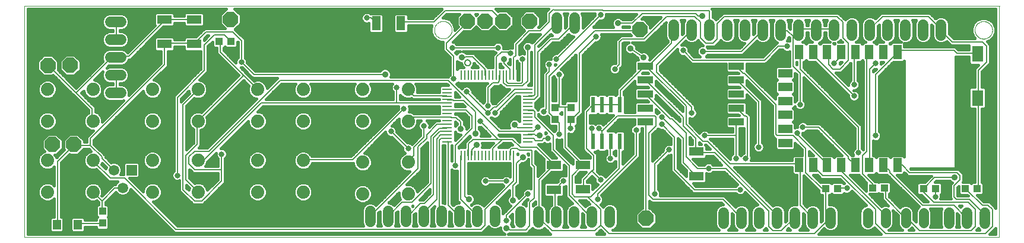
<source format=gtl>
G75*
%MOIN*%
%OFA0B0*%
%FSLAX25Y25*%
%IPPOS*%
%LPD*%
%AMOC8*
5,1,8,0,0,1.08239X$1,22.5*
%
%ADD10C,0.00039*%
%ADD11C,0.00000*%
%ADD12C,0.00800*%
%ADD13OC8,0.08500*%
%ADD14C,0.06000*%
%ADD15R,0.08110X0.05000*%
%ADD16R,0.05000X0.08110*%
%ADD17R,0.04724X0.05512*%
%ADD18R,0.04724X0.07874*%
%ADD19R,0.07874X0.04724*%
%ADD20R,0.05900X0.05900*%
%ADD21C,0.05900*%
%ADD22R,0.03937X0.04331*%
%ADD23R,0.04331X0.03937*%
%ADD24C,0.07400*%
%ADD25R,0.06299X0.09055*%
%ADD26R,0.05800X0.01100*%
%ADD27R,0.01100X0.05800*%
%ADD28R,0.02400X0.08700*%
%ADD29R,0.08600X0.04200*%
%ADD30C,0.05600*%
%ADD31C,0.03200*%
%ADD32C,0.03562*%
%ADD33C,0.01600*%
D10*
X0001846Y0002245D02*
X0549091Y0002245D01*
X0549091Y0132742D01*
X0549591Y0132742D01*
X0549091Y0132742D02*
X0001846Y0132742D01*
X0001846Y0002245D01*
X0535509Y0119035D02*
X0535511Y0119175D01*
X0535517Y0119315D01*
X0535527Y0119454D01*
X0535541Y0119593D01*
X0535559Y0119732D01*
X0535580Y0119870D01*
X0535606Y0120008D01*
X0535636Y0120145D01*
X0535669Y0120280D01*
X0535707Y0120415D01*
X0535748Y0120549D01*
X0535793Y0120682D01*
X0535841Y0120813D01*
X0535894Y0120942D01*
X0535950Y0121071D01*
X0536009Y0121197D01*
X0536073Y0121322D01*
X0536139Y0121445D01*
X0536210Y0121566D01*
X0536283Y0121685D01*
X0536360Y0121802D01*
X0536441Y0121916D01*
X0536524Y0122028D01*
X0536611Y0122138D01*
X0536701Y0122246D01*
X0536793Y0122350D01*
X0536889Y0122452D01*
X0536988Y0122552D01*
X0537089Y0122648D01*
X0537193Y0122742D01*
X0537300Y0122832D01*
X0537409Y0122919D01*
X0537521Y0123004D01*
X0537635Y0123085D01*
X0537751Y0123163D01*
X0537869Y0123237D01*
X0537990Y0123308D01*
X0538112Y0123376D01*
X0538237Y0123440D01*
X0538363Y0123501D01*
X0538490Y0123558D01*
X0538620Y0123611D01*
X0538751Y0123661D01*
X0538883Y0123706D01*
X0539016Y0123749D01*
X0539151Y0123787D01*
X0539286Y0123821D01*
X0539423Y0123852D01*
X0539560Y0123879D01*
X0539698Y0123901D01*
X0539837Y0123920D01*
X0539976Y0123935D01*
X0540115Y0123946D01*
X0540255Y0123953D01*
X0540395Y0123956D01*
X0540535Y0123955D01*
X0540675Y0123950D01*
X0540814Y0123941D01*
X0540954Y0123928D01*
X0541093Y0123911D01*
X0541231Y0123890D01*
X0541369Y0123866D01*
X0541506Y0123837D01*
X0541642Y0123805D01*
X0541777Y0123768D01*
X0541911Y0123728D01*
X0542044Y0123684D01*
X0542175Y0123636D01*
X0542305Y0123585D01*
X0542434Y0123530D01*
X0542561Y0123471D01*
X0542686Y0123408D01*
X0542809Y0123343D01*
X0542931Y0123273D01*
X0543050Y0123200D01*
X0543168Y0123124D01*
X0543283Y0123045D01*
X0543396Y0122962D01*
X0543506Y0122876D01*
X0543614Y0122787D01*
X0543719Y0122695D01*
X0543822Y0122600D01*
X0543922Y0122502D01*
X0544019Y0122402D01*
X0544113Y0122298D01*
X0544205Y0122192D01*
X0544293Y0122084D01*
X0544378Y0121973D01*
X0544460Y0121859D01*
X0544539Y0121743D01*
X0544614Y0121626D01*
X0544686Y0121506D01*
X0544754Y0121384D01*
X0544819Y0121260D01*
X0544881Y0121134D01*
X0544939Y0121007D01*
X0544993Y0120878D01*
X0545044Y0120747D01*
X0545090Y0120615D01*
X0545133Y0120482D01*
X0545173Y0120348D01*
X0545208Y0120213D01*
X0545240Y0120076D01*
X0545267Y0119939D01*
X0545291Y0119801D01*
X0545311Y0119663D01*
X0545327Y0119524D01*
X0545339Y0119384D01*
X0545347Y0119245D01*
X0545351Y0119105D01*
X0545351Y0118965D01*
X0545347Y0118825D01*
X0545339Y0118686D01*
X0545327Y0118546D01*
X0545311Y0118407D01*
X0545291Y0118269D01*
X0545267Y0118131D01*
X0545240Y0117994D01*
X0545208Y0117857D01*
X0545173Y0117722D01*
X0545133Y0117588D01*
X0545090Y0117455D01*
X0545044Y0117323D01*
X0544993Y0117192D01*
X0544939Y0117063D01*
X0544881Y0116936D01*
X0544819Y0116810D01*
X0544754Y0116686D01*
X0544686Y0116564D01*
X0544614Y0116444D01*
X0544539Y0116327D01*
X0544460Y0116211D01*
X0544378Y0116097D01*
X0544293Y0115986D01*
X0544205Y0115878D01*
X0544113Y0115772D01*
X0544019Y0115668D01*
X0543922Y0115568D01*
X0543822Y0115470D01*
X0543719Y0115375D01*
X0543614Y0115283D01*
X0543506Y0115194D01*
X0543396Y0115108D01*
X0543283Y0115025D01*
X0543168Y0114946D01*
X0543050Y0114870D01*
X0542931Y0114797D01*
X0542809Y0114727D01*
X0542686Y0114662D01*
X0542561Y0114599D01*
X0542434Y0114540D01*
X0542305Y0114485D01*
X0542175Y0114434D01*
X0542044Y0114386D01*
X0541911Y0114342D01*
X0541777Y0114302D01*
X0541642Y0114265D01*
X0541506Y0114233D01*
X0541369Y0114204D01*
X0541231Y0114180D01*
X0541093Y0114159D01*
X0540954Y0114142D01*
X0540814Y0114129D01*
X0540675Y0114120D01*
X0540535Y0114115D01*
X0540395Y0114114D01*
X0540255Y0114117D01*
X0540115Y0114124D01*
X0539976Y0114135D01*
X0539837Y0114150D01*
X0539698Y0114169D01*
X0539560Y0114191D01*
X0539423Y0114218D01*
X0539286Y0114249D01*
X0539151Y0114283D01*
X0539016Y0114321D01*
X0538883Y0114364D01*
X0538751Y0114409D01*
X0538620Y0114459D01*
X0538490Y0114512D01*
X0538363Y0114569D01*
X0538237Y0114630D01*
X0538112Y0114694D01*
X0537990Y0114762D01*
X0537869Y0114833D01*
X0537751Y0114907D01*
X0537635Y0114985D01*
X0537521Y0115066D01*
X0537409Y0115151D01*
X0537300Y0115238D01*
X0537193Y0115328D01*
X0537089Y0115422D01*
X0536988Y0115518D01*
X0536889Y0115618D01*
X0536793Y0115720D01*
X0536701Y0115824D01*
X0536611Y0115932D01*
X0536524Y0116042D01*
X0536441Y0116154D01*
X0536360Y0116268D01*
X0536283Y0116385D01*
X0536210Y0116504D01*
X0536139Y0116625D01*
X0536073Y0116748D01*
X0536009Y0116873D01*
X0535950Y0116999D01*
X0535894Y0117128D01*
X0535841Y0117257D01*
X0535793Y0117388D01*
X0535748Y0117521D01*
X0535707Y0117655D01*
X0535669Y0117790D01*
X0535636Y0117925D01*
X0535606Y0118062D01*
X0535580Y0118200D01*
X0535559Y0118338D01*
X0535541Y0118477D01*
X0535527Y0118616D01*
X0535517Y0118755D01*
X0535511Y0118895D01*
X0535509Y0119035D01*
D11*
X0535475Y0119000D02*
X0535477Y0119140D01*
X0535483Y0119280D01*
X0535493Y0119420D01*
X0535507Y0119559D01*
X0535525Y0119698D01*
X0535546Y0119836D01*
X0535572Y0119974D01*
X0535602Y0120111D01*
X0535635Y0120246D01*
X0535673Y0120381D01*
X0535714Y0120515D01*
X0535759Y0120648D01*
X0535808Y0120779D01*
X0535860Y0120909D01*
X0535916Y0121037D01*
X0535976Y0121164D01*
X0536039Y0121289D01*
X0536106Y0121412D01*
X0536176Y0121533D01*
X0536250Y0121652D01*
X0536327Y0121769D01*
X0536407Y0121884D01*
X0536491Y0121996D01*
X0536578Y0122106D01*
X0536668Y0122213D01*
X0536760Y0122318D01*
X0536856Y0122420D01*
X0536955Y0122519D01*
X0537056Y0122616D01*
X0537160Y0122710D01*
X0537267Y0122800D01*
X0537376Y0122888D01*
X0537488Y0122972D01*
X0537602Y0123053D01*
X0537719Y0123131D01*
X0537837Y0123206D01*
X0537958Y0123277D01*
X0538080Y0123344D01*
X0538205Y0123409D01*
X0538331Y0123469D01*
X0538459Y0123526D01*
X0538588Y0123580D01*
X0538719Y0123629D01*
X0538851Y0123675D01*
X0538985Y0123717D01*
X0539120Y0123756D01*
X0539255Y0123790D01*
X0539392Y0123821D01*
X0539529Y0123847D01*
X0539668Y0123870D01*
X0539806Y0123889D01*
X0539946Y0123904D01*
X0540085Y0123915D01*
X0540225Y0123922D01*
X0540365Y0123925D01*
X0540505Y0123924D01*
X0540645Y0123919D01*
X0540785Y0123910D01*
X0540924Y0123897D01*
X0541063Y0123880D01*
X0541202Y0123859D01*
X0541339Y0123835D01*
X0541476Y0123806D01*
X0541613Y0123773D01*
X0541748Y0123737D01*
X0541882Y0123697D01*
X0542015Y0123653D01*
X0542146Y0123605D01*
X0542277Y0123553D01*
X0542405Y0123498D01*
X0542532Y0123439D01*
X0542658Y0123377D01*
X0542781Y0123311D01*
X0542903Y0123242D01*
X0543022Y0123169D01*
X0543140Y0123093D01*
X0543255Y0123013D01*
X0543368Y0122930D01*
X0543479Y0122844D01*
X0543587Y0122755D01*
X0543692Y0122663D01*
X0543795Y0122568D01*
X0543895Y0122470D01*
X0543992Y0122369D01*
X0544086Y0122266D01*
X0544178Y0122160D01*
X0544266Y0122051D01*
X0544351Y0121940D01*
X0544433Y0121826D01*
X0544512Y0121711D01*
X0544587Y0121593D01*
X0544659Y0121473D01*
X0544728Y0121351D01*
X0544793Y0121227D01*
X0544854Y0121101D01*
X0544912Y0120973D01*
X0544967Y0120844D01*
X0545017Y0120714D01*
X0545064Y0120582D01*
X0545107Y0120448D01*
X0545146Y0120314D01*
X0545182Y0120179D01*
X0545213Y0120042D01*
X0545241Y0119905D01*
X0545265Y0119767D01*
X0545285Y0119628D01*
X0545301Y0119489D01*
X0545313Y0119350D01*
X0545321Y0119210D01*
X0545325Y0119070D01*
X0545325Y0118930D01*
X0545321Y0118790D01*
X0545313Y0118650D01*
X0545301Y0118511D01*
X0545285Y0118372D01*
X0545265Y0118233D01*
X0545241Y0118095D01*
X0545213Y0117958D01*
X0545182Y0117821D01*
X0545146Y0117686D01*
X0545107Y0117552D01*
X0545064Y0117418D01*
X0545017Y0117286D01*
X0544967Y0117156D01*
X0544912Y0117027D01*
X0544854Y0116899D01*
X0544793Y0116773D01*
X0544728Y0116649D01*
X0544659Y0116527D01*
X0544587Y0116407D01*
X0544512Y0116289D01*
X0544433Y0116174D01*
X0544351Y0116060D01*
X0544266Y0115949D01*
X0544178Y0115840D01*
X0544086Y0115734D01*
X0543992Y0115631D01*
X0543895Y0115530D01*
X0543795Y0115432D01*
X0543692Y0115337D01*
X0543587Y0115245D01*
X0543479Y0115156D01*
X0543368Y0115070D01*
X0543255Y0114987D01*
X0543140Y0114907D01*
X0543022Y0114831D01*
X0542903Y0114758D01*
X0542781Y0114689D01*
X0542658Y0114623D01*
X0542532Y0114561D01*
X0542405Y0114502D01*
X0542277Y0114447D01*
X0542146Y0114395D01*
X0542015Y0114347D01*
X0541882Y0114303D01*
X0541748Y0114263D01*
X0541613Y0114227D01*
X0541476Y0114194D01*
X0541339Y0114165D01*
X0541202Y0114141D01*
X0541063Y0114120D01*
X0540924Y0114103D01*
X0540785Y0114090D01*
X0540645Y0114081D01*
X0540505Y0114076D01*
X0540365Y0114075D01*
X0540225Y0114078D01*
X0540085Y0114085D01*
X0539946Y0114096D01*
X0539806Y0114111D01*
X0539668Y0114130D01*
X0539529Y0114153D01*
X0539392Y0114179D01*
X0539255Y0114210D01*
X0539120Y0114244D01*
X0538985Y0114283D01*
X0538851Y0114325D01*
X0538719Y0114371D01*
X0538588Y0114420D01*
X0538459Y0114474D01*
X0538331Y0114531D01*
X0538205Y0114591D01*
X0538080Y0114656D01*
X0537958Y0114723D01*
X0537837Y0114794D01*
X0537719Y0114869D01*
X0537602Y0114947D01*
X0537488Y0115028D01*
X0537376Y0115112D01*
X0537267Y0115200D01*
X0537160Y0115290D01*
X0537056Y0115384D01*
X0536955Y0115481D01*
X0536856Y0115580D01*
X0536760Y0115682D01*
X0536668Y0115787D01*
X0536578Y0115894D01*
X0536491Y0116004D01*
X0536407Y0116116D01*
X0536327Y0116231D01*
X0536250Y0116348D01*
X0536176Y0116467D01*
X0536106Y0116588D01*
X0536039Y0116711D01*
X0535976Y0116836D01*
X0535916Y0116963D01*
X0535860Y0117091D01*
X0535808Y0117221D01*
X0535759Y0117352D01*
X0535714Y0117485D01*
X0535673Y0117619D01*
X0535635Y0117754D01*
X0535602Y0117889D01*
X0535572Y0118026D01*
X0535546Y0118164D01*
X0535525Y0118302D01*
X0535507Y0118441D01*
X0535493Y0118580D01*
X0535483Y0118720D01*
X0535477Y0118860D01*
X0535475Y0119000D01*
X0231975Y0119100D02*
X0231977Y0119240D01*
X0231983Y0119380D01*
X0231993Y0119520D01*
X0232007Y0119659D01*
X0232025Y0119798D01*
X0232046Y0119936D01*
X0232072Y0120074D01*
X0232102Y0120211D01*
X0232135Y0120346D01*
X0232173Y0120481D01*
X0232214Y0120615D01*
X0232259Y0120748D01*
X0232308Y0120879D01*
X0232360Y0121009D01*
X0232416Y0121137D01*
X0232476Y0121264D01*
X0232539Y0121389D01*
X0232606Y0121512D01*
X0232676Y0121633D01*
X0232750Y0121752D01*
X0232827Y0121869D01*
X0232907Y0121984D01*
X0232991Y0122096D01*
X0233078Y0122206D01*
X0233168Y0122313D01*
X0233260Y0122418D01*
X0233356Y0122520D01*
X0233455Y0122619D01*
X0233556Y0122716D01*
X0233660Y0122810D01*
X0233767Y0122900D01*
X0233876Y0122988D01*
X0233988Y0123072D01*
X0234102Y0123153D01*
X0234219Y0123231D01*
X0234337Y0123306D01*
X0234458Y0123377D01*
X0234580Y0123444D01*
X0234705Y0123509D01*
X0234831Y0123569D01*
X0234959Y0123626D01*
X0235088Y0123680D01*
X0235219Y0123729D01*
X0235351Y0123775D01*
X0235485Y0123817D01*
X0235620Y0123856D01*
X0235755Y0123890D01*
X0235892Y0123921D01*
X0236029Y0123947D01*
X0236168Y0123970D01*
X0236306Y0123989D01*
X0236446Y0124004D01*
X0236585Y0124015D01*
X0236725Y0124022D01*
X0236865Y0124025D01*
X0237005Y0124024D01*
X0237145Y0124019D01*
X0237285Y0124010D01*
X0237424Y0123997D01*
X0237563Y0123980D01*
X0237702Y0123959D01*
X0237839Y0123935D01*
X0237976Y0123906D01*
X0238113Y0123873D01*
X0238248Y0123837D01*
X0238382Y0123797D01*
X0238515Y0123753D01*
X0238646Y0123705D01*
X0238777Y0123653D01*
X0238905Y0123598D01*
X0239032Y0123539D01*
X0239158Y0123477D01*
X0239281Y0123411D01*
X0239403Y0123342D01*
X0239522Y0123269D01*
X0239640Y0123193D01*
X0239755Y0123113D01*
X0239868Y0123030D01*
X0239979Y0122944D01*
X0240087Y0122855D01*
X0240192Y0122763D01*
X0240295Y0122668D01*
X0240395Y0122570D01*
X0240492Y0122469D01*
X0240586Y0122366D01*
X0240678Y0122260D01*
X0240766Y0122151D01*
X0240851Y0122040D01*
X0240933Y0121926D01*
X0241012Y0121811D01*
X0241087Y0121693D01*
X0241159Y0121573D01*
X0241228Y0121451D01*
X0241293Y0121327D01*
X0241354Y0121201D01*
X0241412Y0121073D01*
X0241467Y0120944D01*
X0241517Y0120814D01*
X0241564Y0120682D01*
X0241607Y0120548D01*
X0241646Y0120414D01*
X0241682Y0120279D01*
X0241713Y0120142D01*
X0241741Y0120005D01*
X0241765Y0119867D01*
X0241785Y0119728D01*
X0241801Y0119589D01*
X0241813Y0119450D01*
X0241821Y0119310D01*
X0241825Y0119170D01*
X0241825Y0119030D01*
X0241821Y0118890D01*
X0241813Y0118750D01*
X0241801Y0118611D01*
X0241785Y0118472D01*
X0241765Y0118333D01*
X0241741Y0118195D01*
X0241713Y0118058D01*
X0241682Y0117921D01*
X0241646Y0117786D01*
X0241607Y0117652D01*
X0241564Y0117518D01*
X0241517Y0117386D01*
X0241467Y0117256D01*
X0241412Y0117127D01*
X0241354Y0116999D01*
X0241293Y0116873D01*
X0241228Y0116749D01*
X0241159Y0116627D01*
X0241087Y0116507D01*
X0241012Y0116389D01*
X0240933Y0116274D01*
X0240851Y0116160D01*
X0240766Y0116049D01*
X0240678Y0115940D01*
X0240586Y0115834D01*
X0240492Y0115731D01*
X0240395Y0115630D01*
X0240295Y0115532D01*
X0240192Y0115437D01*
X0240087Y0115345D01*
X0239979Y0115256D01*
X0239868Y0115170D01*
X0239755Y0115087D01*
X0239640Y0115007D01*
X0239522Y0114931D01*
X0239403Y0114858D01*
X0239281Y0114789D01*
X0239158Y0114723D01*
X0239032Y0114661D01*
X0238905Y0114602D01*
X0238777Y0114547D01*
X0238646Y0114495D01*
X0238515Y0114447D01*
X0238382Y0114403D01*
X0238248Y0114363D01*
X0238113Y0114327D01*
X0237976Y0114294D01*
X0237839Y0114265D01*
X0237702Y0114241D01*
X0237563Y0114220D01*
X0237424Y0114203D01*
X0237285Y0114190D01*
X0237145Y0114181D01*
X0237005Y0114176D01*
X0236865Y0114175D01*
X0236725Y0114178D01*
X0236585Y0114185D01*
X0236446Y0114196D01*
X0236306Y0114211D01*
X0236168Y0114230D01*
X0236029Y0114253D01*
X0235892Y0114279D01*
X0235755Y0114310D01*
X0235620Y0114344D01*
X0235485Y0114383D01*
X0235351Y0114425D01*
X0235219Y0114471D01*
X0235088Y0114520D01*
X0234959Y0114574D01*
X0234831Y0114631D01*
X0234705Y0114691D01*
X0234580Y0114756D01*
X0234458Y0114823D01*
X0234337Y0114894D01*
X0234219Y0114969D01*
X0234102Y0115047D01*
X0233988Y0115128D01*
X0233876Y0115212D01*
X0233767Y0115300D01*
X0233660Y0115390D01*
X0233556Y0115484D01*
X0233455Y0115581D01*
X0233356Y0115680D01*
X0233260Y0115782D01*
X0233168Y0115887D01*
X0233078Y0115994D01*
X0232991Y0116104D01*
X0232907Y0116216D01*
X0232827Y0116331D01*
X0232750Y0116448D01*
X0232676Y0116567D01*
X0232606Y0116688D01*
X0232539Y0116811D01*
X0232476Y0116936D01*
X0232416Y0117063D01*
X0232360Y0117191D01*
X0232308Y0117321D01*
X0232259Y0117452D01*
X0232214Y0117585D01*
X0232173Y0117719D01*
X0232135Y0117854D01*
X0232102Y0117989D01*
X0232072Y0118126D01*
X0232046Y0118264D01*
X0232025Y0118402D01*
X0232007Y0118541D01*
X0231993Y0118680D01*
X0231983Y0118820D01*
X0231977Y0118960D01*
X0231975Y0119100D01*
D12*
X0231700Y0123500D02*
X0238100Y0129900D01*
X0264500Y0129900D01*
X0270100Y0124300D01*
X0270500Y0124100D01*
X0277700Y0111100D02*
X0285100Y0118500D01*
X0291500Y0118500D01*
X0296500Y0123500D01*
X0296500Y0128300D01*
X0298900Y0130700D01*
X0299300Y0130300D01*
X0326460Y0130300D01*
X0326760Y0130000D01*
X0386000Y0130000D01*
X0386500Y0129500D01*
X0386500Y0119100D01*
X0386100Y0119500D01*
X0386100Y0121100D01*
X0390900Y0122700D02*
X0390900Y0113900D01*
X0388500Y0111500D01*
X0384500Y0111500D01*
X0381300Y0114700D01*
X0381300Y0123500D01*
X0378100Y0126700D01*
X0362507Y0126700D01*
X0349657Y0113850D01*
X0345143Y0113850D01*
X0345093Y0113900D01*
X0337500Y0113900D01*
X0335900Y0112300D01*
X0335900Y0099700D01*
X0333300Y0097100D01*
X0336500Y0085100D02*
X0350100Y0098700D01*
X0350430Y0098691D01*
X0352091Y0098691D01*
X0365000Y0111600D01*
X0365000Y0117600D01*
X0366500Y0119100D01*
X0373300Y0115500D02*
X0376500Y0118700D01*
X0376500Y0119100D01*
X0356700Y0099300D01*
X0356700Y0095300D01*
X0376500Y0075500D01*
X0376500Y0072300D01*
X0371700Y0069900D02*
X0350900Y0090700D01*
X0350430Y0090817D01*
X0336500Y0085100D02*
X0336500Y0077100D01*
X0336200Y0077000D01*
X0335700Y0077100D01*
X0331700Y0077100D01*
X0331200Y0077000D01*
X0330900Y0077100D01*
X0326900Y0077100D01*
X0326200Y0077000D01*
X0326100Y0077100D01*
X0321300Y0077100D01*
X0321200Y0077000D01*
X0317300Y0073100D01*
X0317300Y0052300D01*
X0321300Y0048300D01*
X0321300Y0040300D01*
X0320500Y0039500D01*
X0325300Y0034700D01*
X0320500Y0039500D02*
X0315700Y0034700D01*
X0315700Y0029900D01*
X0315300Y0029191D01*
X0310900Y0025100D02*
X0309300Y0026700D01*
X0309300Y0037100D01*
X0314900Y0042700D01*
X0315300Y0043009D01*
X0314900Y0043500D01*
X0305300Y0053100D01*
X0305300Y0075500D01*
X0302100Y0075500D01*
X0302100Y0093900D01*
X0296500Y0093100D02*
X0322100Y0118700D01*
X0346900Y0118700D01*
X0347400Y0119300D01*
X0343193Y0122800D02*
X0335100Y0122800D01*
X0343193Y0122800D02*
X0348693Y0128300D01*
X0378763Y0128300D01*
X0380263Y0126800D01*
X0382500Y0126800D01*
X0390900Y0122700D02*
X0394900Y0126700D01*
X0458100Y0126700D01*
X0461300Y0123500D01*
X0461300Y0114700D01*
X0464500Y0111500D01*
X0464500Y0101900D01*
X0459700Y0097100D01*
X0455700Y0097100D01*
X0453300Y0099500D01*
X0453300Y0105900D01*
X0452622Y0106600D01*
X0459700Y0105900D02*
X0460496Y0106600D01*
X0459700Y0105900D02*
X0459700Y0103500D01*
X0456500Y0100300D01*
X0445300Y0104300D02*
X0467700Y0081900D01*
X0467700Y0088300D02*
X0467700Y0105900D01*
X0468370Y0106600D01*
X0474900Y0105100D02*
X0475700Y0105900D01*
X0476244Y0106600D01*
X0474900Y0105100D02*
X0474900Y0050700D01*
X0472500Y0048300D01*
X0472500Y0037900D01*
X0478100Y0032300D01*
X0478100Y0030700D01*
X0478154Y0030100D01*
X0484846Y0030100D02*
X0485300Y0029900D01*
X0485300Y0024300D01*
X0496500Y0013100D01*
X0496700Y0013100D01*
X0497300Y0013100D01*
X0504500Y0005900D01*
X0533300Y0005900D01*
X0535700Y0008300D01*
X0535700Y0017900D01*
X0531700Y0021900D01*
X0512500Y0021900D01*
X0506900Y0027500D01*
X0506900Y0029100D01*
X0506654Y0029600D01*
X0512854Y0035800D01*
X0524281Y0035800D01*
X0525516Y0038781D02*
X0527262Y0037035D01*
X0527262Y0034565D01*
X0523900Y0031203D01*
X0523900Y0024800D01*
X0525200Y0023500D01*
X0530700Y0023500D01*
X0530100Y0023500D01*
X0530700Y0023500D02*
X0532500Y0023500D01*
X0540500Y0015500D01*
X0540500Y0013100D01*
X0541000Y0013100D01*
X0531000Y0013100D02*
X0530900Y0013100D01*
X0523700Y0020300D01*
X0506100Y0020300D01*
X0487700Y0038700D01*
X0487700Y0039500D01*
X0484500Y0042700D01*
X0484118Y0042820D01*
X0476500Y0043500D02*
X0476244Y0042820D01*
X0476500Y0043500D02*
X0476500Y0097100D01*
X0479700Y0100300D01*
X0479700Y0093900D02*
X0491700Y0105900D01*
X0491992Y0106600D01*
X0492500Y0106700D01*
X0493300Y0107500D01*
X0523700Y0107500D01*
X0525300Y0105900D01*
X0536500Y0105900D01*
X0537000Y0105502D01*
X0542100Y0109900D02*
X0542100Y0101100D01*
X0537300Y0096300D01*
X0537300Y0081100D01*
X0537000Y0080698D01*
X0537300Y0080300D01*
X0537300Y0029900D01*
X0536846Y0029600D01*
X0530900Y0029100D02*
X0530154Y0029600D01*
X0530900Y0029100D02*
X0539700Y0020300D01*
X0542900Y0020300D01*
X0545300Y0017900D01*
X0545300Y0008300D01*
X0541300Y0004300D01*
X0485300Y0004300D01*
X0479700Y0009900D01*
X0479700Y0017900D01*
X0460500Y0037100D01*
X0450100Y0037100D01*
X0444500Y0042700D01*
X0444748Y0042820D01*
X0437300Y0042700D02*
X0436874Y0042820D01*
X0436500Y0043500D01*
X0398100Y0043500D01*
X0385300Y0056300D01*
X0382900Y0056300D01*
X0373300Y0065900D01*
X0373300Y0076300D01*
X0350900Y0098700D01*
X0350430Y0098691D01*
X0349600Y0103500D02*
X0342100Y0108700D01*
X0322800Y0115300D02*
X0313300Y0105800D01*
X0313300Y0073100D01*
X0309300Y0069100D01*
X0308800Y0068754D01*
X0308500Y0068300D01*
X0308500Y0063500D01*
X0302100Y0066700D02*
X0300500Y0068300D01*
X0299800Y0068754D01*
X0299700Y0069100D01*
X0296500Y0072300D01*
X0296500Y0093100D01*
X0294900Y0093900D02*
X0294900Y0074700D01*
X0293300Y0073100D01*
X0288500Y0072947D02*
X0288500Y0069860D01*
X0298900Y0059460D01*
X0298900Y0051500D01*
X0307700Y0042700D01*
X0307700Y0025900D01*
X0320500Y0013100D01*
X0320500Y0013600D01*
X0325300Y0017900D02*
X0318100Y0025100D01*
X0319700Y0025100D01*
X0335700Y0041100D01*
X0335700Y0056300D01*
X0336200Y0056400D01*
X0331200Y0056400D02*
X0330900Y0056300D01*
X0330900Y0046700D01*
X0345300Y0048300D02*
X0345300Y0062700D01*
X0352500Y0061100D02*
X0356500Y0065100D01*
X0356500Y0069900D01*
X0355700Y0070700D01*
X0334900Y0070700D01*
X0326100Y0061900D01*
X0324500Y0063500D01*
X0320500Y0063500D02*
X0320500Y0057100D01*
X0321200Y0056400D01*
X0326100Y0057100D02*
X0326200Y0056400D01*
X0326100Y0057100D02*
X0326100Y0061900D01*
X0350430Y0067194D02*
X0350900Y0066700D01*
X0350900Y0012800D01*
X0330100Y0004300D02*
X0325300Y0009100D01*
X0325300Y0017900D01*
X0323700Y0023500D02*
X0323700Y0026700D01*
X0345300Y0048300D01*
X0355700Y0043500D02*
X0363700Y0051500D01*
X0378900Y0050700D02*
X0379000Y0050509D01*
X0379700Y0049900D01*
X0389300Y0049900D01*
X0424500Y0014700D01*
X0424500Y0013100D01*
X0426900Y0005900D02*
X0434100Y0013100D01*
X0434500Y0013100D01*
X0437300Y0020300D02*
X0444500Y0013100D01*
X0451700Y0015500D02*
X0454100Y0013100D01*
X0454500Y0013100D01*
X0454100Y0013100D02*
X0445300Y0004300D01*
X0330100Y0004300D01*
X0325300Y0009100D02*
X0322100Y0005900D01*
X0298100Y0005900D01*
X0290900Y0013100D01*
X0290500Y0013600D01*
X0290900Y0013900D01*
X0290900Y0034700D01*
X0298900Y0042700D01*
X0299000Y0042909D01*
X0298900Y0043500D01*
X0289300Y0053100D01*
X0289000Y0052800D01*
X0280300Y0052800D01*
X0275700Y0057400D01*
X0270000Y0057400D01*
X0264800Y0052200D01*
X0264800Y0048300D01*
X0264700Y0048300D01*
X0274600Y0048300D02*
X0274850Y0048550D01*
X0274850Y0051697D01*
X0275553Y0052400D01*
X0278437Y0052400D01*
X0279637Y0051200D01*
X0286900Y0051200D01*
X0286900Y0043147D01*
X0288100Y0041947D01*
X0288100Y0024400D01*
X0285500Y0021800D01*
X0285500Y0008600D01*
X0283300Y0006400D01*
X0274500Y0006400D01*
X0273581Y0007319D01*
X0272535Y0007319D01*
X0260500Y0009100D02*
X0258100Y0006700D01*
X0086900Y0006700D01*
X0058100Y0035500D01*
X0050100Y0035500D01*
X0040500Y0045100D01*
X0040300Y0045500D01*
X0045300Y0046700D02*
X0045300Y0047500D01*
X0038900Y0053900D01*
X0038900Y0057900D01*
X0080500Y0099500D01*
X0080500Y0111191D01*
X0080500Y0111500D01*
X0096500Y0111500D01*
X0097000Y0111191D01*
X0097300Y0111500D01*
X0103700Y0117900D01*
X0118900Y0117900D01*
X0123700Y0113100D01*
X0123700Y0101100D01*
X0130700Y0094100D01*
X0204300Y0094100D01*
X0210900Y0086700D02*
X0210900Y0077900D01*
X0238900Y0077900D01*
X0239200Y0077800D01*
X0242597Y0079550D02*
X0242747Y0079400D01*
X0248500Y0079400D01*
X0255000Y0072900D01*
X0255000Y0066340D01*
X0255100Y0066240D01*
X0255100Y0060600D01*
X0253200Y0063500D02*
X0243700Y0054000D01*
X0243700Y0042700D01*
X0246900Y0048300D02*
X0247000Y0048300D01*
X0246900Y0048300D02*
X0246900Y0023500D01*
X0255700Y0014700D01*
X0256000Y0014100D01*
X0246000Y0014100D02*
X0245300Y0014700D01*
X0239700Y0020300D01*
X0239700Y0056300D01*
X0239200Y0056100D01*
X0235700Y0057900D02*
X0234900Y0057100D01*
X0234900Y0015500D01*
X0235700Y0014700D01*
X0236000Y0014100D01*
X0226000Y0014100D02*
X0226000Y0016300D01*
X0233300Y0023600D01*
X0233300Y0057763D01*
X0235387Y0059850D01*
X0238950Y0059850D01*
X0239200Y0060100D01*
X0239050Y0061850D02*
X0235125Y0061850D01*
X0231600Y0058325D01*
X0231600Y0026300D01*
X0226600Y0021300D01*
X0224260Y0021300D01*
X0217060Y0014100D01*
X0216000Y0014100D01*
X0213700Y0021800D02*
X0206000Y0014100D01*
X0196500Y0014700D02*
X0196000Y0014100D01*
X0196500Y0014700D02*
X0222900Y0041100D01*
X0222900Y0053237D01*
X0227700Y0058037D01*
X0227700Y0060000D01*
X0233600Y0065900D01*
X0238900Y0065900D01*
X0239200Y0066000D01*
X0244250Y0069650D02*
X0246700Y0067200D01*
X0246700Y0063300D01*
X0253200Y0063500D02*
X0253200Y0070500D01*
X0249800Y0073900D01*
X0239200Y0073900D01*
X0239200Y0069900D02*
X0241150Y0069900D01*
X0241400Y0069650D01*
X0244250Y0069650D01*
X0239200Y0069900D02*
X0218900Y0069900D01*
X0217300Y0068300D01*
X0217300Y0067700D01*
X0226100Y0065100D02*
X0226100Y0058700D01*
X0220500Y0053100D01*
X0220500Y0048300D01*
X0217300Y0045100D01*
X0217300Y0044500D01*
X0217300Y0052300D02*
X0207700Y0061900D01*
X0230000Y0058988D02*
X0230000Y0032470D01*
X0219330Y0021800D01*
X0213700Y0021800D01*
X0249100Y0025400D02*
X0250800Y0023700D01*
X0251400Y0023700D01*
X0249100Y0025400D02*
X0249100Y0048200D01*
X0249000Y0048300D01*
X0250900Y0048300D02*
X0251000Y0048300D01*
X0251150Y0048450D01*
X0251150Y0051697D01*
X0251200Y0051747D01*
X0251200Y0054800D01*
X0253800Y0057400D01*
X0267900Y0057400D01*
X0270000Y0057400D01*
X0267900Y0057400D02*
X0257800Y0067500D01*
X0262100Y0072300D02*
X0265300Y0075500D01*
X0266900Y0075500D01*
X0277100Y0085700D01*
X0284400Y0085700D01*
X0283700Y0085900D01*
X0284400Y0083700D02*
X0283700Y0083500D01*
X0277300Y0083500D01*
X0266100Y0072300D01*
X0262100Y0072300D02*
X0250100Y0084300D01*
X0239200Y0081700D02*
X0238900Y0081900D01*
X0220500Y0081900D01*
X0217300Y0085100D01*
X0217300Y0085500D01*
X0239200Y0079800D02*
X0239450Y0079550D01*
X0242597Y0079550D01*
X0262100Y0076300D02*
X0262100Y0086600D01*
X0264900Y0089400D01*
X0267747Y0089400D01*
X0268500Y0090153D01*
X0268500Y0093300D01*
X0268700Y0093500D01*
X0268500Y0093100D01*
X0266900Y0093900D02*
X0266900Y0103800D01*
X0269800Y0106700D01*
X0274100Y0106700D01*
X0274900Y0105900D01*
X0276500Y0103540D02*
X0277700Y0104740D01*
X0277700Y0111100D01*
X0284500Y0109400D02*
X0284400Y0090337D01*
X0281563Y0087500D01*
X0272637Y0087500D01*
X0270850Y0089287D01*
X0270850Y0092740D01*
X0270787Y0092845D01*
X0270850Y0093097D01*
X0270850Y0093350D01*
X0270700Y0093500D01*
X0272500Y0093100D02*
X0272600Y0093500D01*
X0272500Y0093100D02*
X0272500Y0089900D01*
X0273300Y0089100D01*
X0280900Y0089100D01*
X0281400Y0089600D01*
X0281400Y0102400D01*
X0281600Y0102600D01*
X0276500Y0103540D02*
X0276500Y0093900D01*
X0276600Y0093500D01*
X0274600Y0093500D02*
X0274350Y0093750D01*
X0274350Y0096897D01*
X0271100Y0100147D01*
X0271100Y0102700D01*
X0259847Y0097600D02*
X0253619Y0103828D01*
X0249363Y0103828D01*
X0249294Y0103759D01*
X0247341Y0103759D01*
X0242900Y0104300D02*
X0238900Y0108300D01*
X0238900Y0111500D01*
X0250900Y0123500D01*
X0250500Y0124100D01*
X0231700Y0123500D02*
X0213300Y0123500D01*
X0213209Y0122800D01*
X0199391Y0122800D02*
X0198900Y0123500D01*
X0196500Y0125900D01*
X0194100Y0125900D01*
X0242100Y0109100D02*
X0267700Y0109100D01*
X0288500Y0110700D02*
X0288500Y0082653D01*
X0287797Y0081950D01*
X0284650Y0081950D01*
X0284400Y0081700D01*
X0284500Y0081900D01*
X0284550Y0079950D02*
X0288060Y0079950D01*
X0290100Y0081990D01*
X0290100Y0106600D01*
X0297600Y0114100D01*
X0301900Y0114100D01*
X0310700Y0122900D01*
X0300700Y0122900D02*
X0289700Y0111900D01*
X0288500Y0110700D01*
X0289700Y0111900D01*
X0300500Y0102700D02*
X0325300Y0127500D01*
X0371700Y0107500D02*
X0377100Y0102100D01*
X0417300Y0102100D01*
X0425100Y0109900D01*
X0430100Y0109900D01*
X0436874Y0106600D02*
X0437300Y0105900D01*
X0437300Y0097100D01*
X0470100Y0064300D01*
X0470100Y0049900D01*
X0464500Y0047500D02*
X0447700Y0064300D01*
X0438900Y0064300D01*
X0435700Y0061100D02*
X0435700Y0060300D01*
X0452500Y0043500D01*
X0452622Y0042820D01*
X0460496Y0042820D02*
X0460500Y0042700D01*
X0460500Y0039500D01*
X0485300Y0014700D01*
X0485300Y0013100D01*
X0451700Y0015500D02*
X0451700Y0029100D01*
X0451654Y0029600D01*
X0450900Y0029900D01*
X0449300Y0029900D01*
X0440500Y0038700D01*
X0440500Y0052300D01*
X0433300Y0059500D01*
X0424500Y0059500D01*
X0423700Y0060300D01*
X0423700Y0077100D01*
X0406100Y0094700D01*
X0405300Y0094700D01*
X0402100Y0097900D01*
X0401611Y0098691D01*
X0401611Y0090817D02*
X0402100Y0090700D01*
X0414100Y0078700D01*
X0414100Y0053100D01*
X0407700Y0047500D02*
X0406900Y0046700D01*
X0407700Y0047500D02*
X0407700Y0069900D01*
X0406900Y0070700D01*
X0406100Y0070700D01*
X0402100Y0074700D01*
X0401611Y0075069D01*
X0371700Y0069900D02*
X0371700Y0065100D01*
X0378900Y0057900D01*
X0378900Y0050700D01*
X0373300Y0047500D02*
X0379700Y0041100D01*
X0386100Y0041100D01*
X0395700Y0041100D01*
X0419700Y0017100D01*
X0419700Y0008300D01*
X0422100Y0005900D01*
X0426900Y0005900D01*
X0404500Y0013100D02*
X0394100Y0023500D01*
X0354900Y0023500D01*
X0352500Y0025900D01*
X0352500Y0061100D01*
X0359700Y0065900D02*
X0366900Y0058700D01*
X0366900Y0040300D01*
X0378100Y0029100D01*
X0403700Y0029100D01*
X0379000Y0036691D02*
X0378900Y0037100D01*
X0371700Y0044300D01*
X0371700Y0057900D01*
X0359700Y0069900D01*
X0364500Y0069100D02*
X0365300Y0069100D01*
X0373300Y0061100D01*
X0373300Y0047500D01*
X0355700Y0043500D02*
X0355700Y0026700D01*
X0318100Y0025100D02*
X0310900Y0025100D01*
X0304500Y0033900D02*
X0299700Y0029100D01*
X0299000Y0029091D01*
X0299700Y0028300D01*
X0299700Y0014700D01*
X0300500Y0013900D01*
X0300500Y0013600D01*
X0284500Y0026700D02*
X0272500Y0014700D01*
X0272500Y0011500D01*
X0260500Y0009100D02*
X0260500Y0017900D01*
X0276500Y0033900D01*
X0276500Y0048300D01*
X0276600Y0048300D01*
X0278100Y0043800D02*
X0281700Y0047400D01*
X0281700Y0047159D01*
X0278100Y0043800D02*
X0278100Y0033237D01*
X0276200Y0031337D01*
X0276200Y0023100D01*
X0272500Y0033900D02*
X0260700Y0033900D01*
X0252900Y0048300D02*
X0253150Y0048550D01*
X0253150Y0051697D01*
X0255700Y0054247D01*
X0255700Y0054419D01*
X0250900Y0051500D02*
X0250900Y0048300D01*
X0284500Y0057900D02*
X0284550Y0057850D01*
X0287797Y0057850D01*
X0288947Y0056700D01*
X0292529Y0056700D01*
X0293629Y0057800D01*
X0295700Y0057800D01*
X0291294Y0059681D02*
X0288882Y0059681D01*
X0288313Y0060250D01*
X0284550Y0060250D01*
X0284400Y0060100D01*
X0284500Y0061900D02*
X0284400Y0062000D01*
X0283700Y0061900D01*
X0268500Y0061900D01*
X0239700Y0090700D01*
X0145300Y0090700D01*
X0105300Y0050700D01*
X0097300Y0050700D01*
X0094100Y0047500D01*
X0094100Y0043500D01*
X0097300Y0040300D01*
X0112500Y0040300D01*
X0112500Y0049100D01*
X0102900Y0045900D02*
X0099700Y0045900D01*
X0099300Y0045500D01*
X0102900Y0045900D02*
X0134900Y0077900D01*
X0210900Y0077900D01*
X0214900Y0074700D02*
X0186100Y0045900D01*
X0158900Y0045900D01*
X0158300Y0045500D01*
X0112500Y0040300D02*
X0112500Y0033900D01*
X0101300Y0022700D01*
X0097300Y0022700D01*
X0090900Y0029100D01*
X0090900Y0077100D01*
X0099300Y0085500D01*
X0102900Y0096300D02*
X0087700Y0081100D01*
X0087700Y0037100D01*
X0092500Y0034700D02*
X0098900Y0028300D01*
X0099300Y0027700D01*
X0092500Y0034700D02*
X0092500Y0048300D01*
X0098900Y0054700D01*
X0098900Y0067500D01*
X0099300Y0067700D01*
X0099700Y0068300D01*
X0124500Y0093100D01*
X0124500Y0093900D01*
X0111700Y0106700D01*
X0111700Y0112300D01*
X0111154Y0112600D01*
X0114100Y0116300D02*
X0117300Y0113100D01*
X0117846Y0112600D01*
X0114100Y0116300D02*
X0108500Y0116300D01*
X0102900Y0110700D01*
X0102900Y0096300D01*
X0124500Y0093900D02*
X0132500Y0085900D01*
X0132700Y0085500D01*
X0080500Y0124300D02*
X0060500Y0104300D01*
X0053300Y0104300D01*
X0053000Y0103600D01*
X0052500Y0103500D01*
X0050900Y0103500D01*
X0030900Y0083500D01*
X0039700Y0074700D01*
X0039700Y0068300D01*
X0040300Y0067700D01*
X0038900Y0053900D02*
X0030100Y0053900D01*
X0029500Y0054600D01*
X0029300Y0053900D01*
X0020500Y0045100D01*
X0020500Y0009900D01*
X0019994Y0009400D01*
X0031806Y0009400D02*
X0032500Y0009900D01*
X0045300Y0009900D01*
X0045700Y0010154D01*
X0045700Y0016846D02*
X0045300Y0017100D01*
X0045300Y0022700D01*
X0052500Y0029900D01*
X0056500Y0029900D01*
X0057000Y0030100D01*
X0045300Y0022700D02*
X0040300Y0027700D01*
X0051700Y0040300D02*
X0052000Y0040100D01*
X0051700Y0040300D02*
X0045300Y0046700D01*
X0053000Y0083600D02*
X0053300Y0084300D01*
X0053300Y0093100D01*
X0053000Y0093600D01*
X0030900Y0083500D02*
X0015700Y0098700D01*
X0015000Y0099100D01*
X0053000Y0113600D02*
X0053300Y0113900D01*
X0053300Y0123500D01*
X0053000Y0123600D01*
X0080500Y0124300D02*
X0080500Y0125009D01*
X0080500Y0125100D01*
X0096500Y0125100D01*
X0097000Y0125009D01*
X0242900Y0104300D02*
X0242900Y0091500D01*
X0260550Y0093750D02*
X0260550Y0096897D01*
X0259847Y0097600D01*
X0249072Y0100600D02*
X0249074Y0100681D01*
X0249080Y0100761D01*
X0249090Y0100841D01*
X0249104Y0100920D01*
X0249122Y0100999D01*
X0249143Y0101076D01*
X0249169Y0101153D01*
X0249198Y0101228D01*
X0249231Y0101301D01*
X0249267Y0101373D01*
X0249307Y0101443D01*
X0249351Y0101511D01*
X0249397Y0101576D01*
X0249447Y0101640D01*
X0249500Y0101700D01*
X0249556Y0101758D01*
X0249615Y0101813D01*
X0249676Y0101866D01*
X0249740Y0101915D01*
X0249806Y0101961D01*
X0249874Y0102003D01*
X0249945Y0102042D01*
X0250017Y0102078D01*
X0250091Y0102110D01*
X0250166Y0102138D01*
X0250243Y0102163D01*
X0250321Y0102183D01*
X0250400Y0102200D01*
X0250479Y0102213D01*
X0250559Y0102222D01*
X0250640Y0102227D01*
X0250720Y0102228D01*
X0250801Y0102225D01*
X0250881Y0102218D01*
X0250961Y0102207D01*
X0251040Y0102192D01*
X0251118Y0102173D01*
X0251195Y0102151D01*
X0251271Y0102124D01*
X0251346Y0102094D01*
X0251419Y0102060D01*
X0251491Y0102023D01*
X0251560Y0101982D01*
X0251627Y0101938D01*
X0251692Y0101891D01*
X0251755Y0101840D01*
X0251815Y0101786D01*
X0251872Y0101730D01*
X0251927Y0101670D01*
X0251978Y0101608D01*
X0252026Y0101544D01*
X0252072Y0101477D01*
X0252113Y0101408D01*
X0252151Y0101337D01*
X0252186Y0101265D01*
X0252217Y0101190D01*
X0252245Y0101115D01*
X0252268Y0101038D01*
X0252288Y0100959D01*
X0252304Y0100880D01*
X0252316Y0100801D01*
X0252324Y0100721D01*
X0252328Y0100640D01*
X0252328Y0100560D01*
X0252324Y0100479D01*
X0252316Y0100399D01*
X0252304Y0100320D01*
X0252288Y0100241D01*
X0252268Y0100162D01*
X0252245Y0100085D01*
X0252217Y0100010D01*
X0252186Y0099935D01*
X0252151Y0099863D01*
X0252113Y0099792D01*
X0252072Y0099723D01*
X0252026Y0099656D01*
X0251978Y0099592D01*
X0251927Y0099530D01*
X0251872Y0099470D01*
X0251815Y0099414D01*
X0251755Y0099360D01*
X0251692Y0099309D01*
X0251627Y0099262D01*
X0251560Y0099218D01*
X0251491Y0099177D01*
X0251419Y0099140D01*
X0251346Y0099106D01*
X0251271Y0099076D01*
X0251195Y0099049D01*
X0251118Y0099027D01*
X0251040Y0099008D01*
X0250961Y0098993D01*
X0250881Y0098982D01*
X0250801Y0098975D01*
X0250720Y0098972D01*
X0250640Y0098973D01*
X0250559Y0098978D01*
X0250479Y0098987D01*
X0250400Y0099000D01*
X0250321Y0099017D01*
X0250243Y0099037D01*
X0250166Y0099062D01*
X0250091Y0099090D01*
X0250017Y0099122D01*
X0249945Y0099158D01*
X0249874Y0099197D01*
X0249806Y0099239D01*
X0249740Y0099285D01*
X0249676Y0099334D01*
X0249615Y0099387D01*
X0249556Y0099442D01*
X0249500Y0099500D01*
X0249447Y0099560D01*
X0249397Y0099624D01*
X0249351Y0099689D01*
X0249307Y0099757D01*
X0249267Y0099827D01*
X0249231Y0099899D01*
X0249198Y0099972D01*
X0249169Y0100047D01*
X0249143Y0100124D01*
X0249122Y0100201D01*
X0249104Y0100280D01*
X0249090Y0100359D01*
X0249080Y0100439D01*
X0249074Y0100519D01*
X0249072Y0100600D01*
X0260550Y0093750D02*
X0260800Y0093500D01*
X0266700Y0093500D02*
X0266900Y0093900D01*
X0294900Y0093900D02*
X0296500Y0095500D01*
X0296500Y0099500D01*
X0350430Y0082943D02*
X0350900Y0082700D01*
X0364500Y0069100D01*
X0401300Y0066700D02*
X0401611Y0067194D01*
X0401300Y0066700D02*
X0401300Y0059500D01*
X0383700Y0059500D01*
X0401300Y0059500D02*
X0401300Y0046700D01*
X0437300Y0042700D02*
X0437300Y0020300D01*
X0458346Y0029600D02*
X0458900Y0029900D01*
X0463700Y0029900D01*
X0494714Y0042820D02*
X0498753Y0038781D01*
X0525516Y0038781D01*
X0494714Y0042820D02*
X0491992Y0042820D01*
X0492500Y0042700D01*
X0494100Y0042700D01*
X0468370Y0042820D02*
X0467700Y0043500D01*
X0464500Y0046700D01*
X0464500Y0047500D01*
X0479700Y0059500D02*
X0479700Y0093900D01*
X0445300Y0104300D02*
X0445300Y0105900D01*
X0444748Y0106600D01*
X0433300Y0098700D02*
X0433300Y0115500D01*
X0430100Y0118700D01*
X0426900Y0118700D01*
X0426500Y0119100D01*
X0433300Y0115500D02*
X0436500Y0118700D01*
X0436500Y0119100D01*
X0436500Y0119500D01*
X0446100Y0119500D01*
X0446500Y0119100D01*
X0446900Y0119500D01*
X0456500Y0119500D01*
X0456500Y0119100D01*
X0476500Y0119100D02*
X0476500Y0119500D01*
X0483700Y0126700D01*
X0509300Y0126700D01*
X0516500Y0119500D01*
X0516500Y0119100D01*
X0516500Y0118700D01*
X0522900Y0112300D01*
X0539700Y0112300D01*
X0542100Y0109900D01*
X0437300Y0094700D02*
X0433300Y0098700D01*
X0437300Y0094700D02*
X0437300Y0077100D01*
X0404400Y0107000D02*
X0382800Y0107000D01*
X0404400Y0107000D02*
X0416500Y0119100D01*
X0284550Y0079950D02*
X0284400Y0079800D01*
X0299800Y0075446D02*
X0300500Y0075500D01*
X0302100Y0075500D01*
X0305300Y0075500D02*
X0308500Y0075500D01*
X0308800Y0075446D01*
X0288500Y0072947D02*
X0287797Y0073650D01*
X0284650Y0073650D01*
X0284400Y0073900D01*
X0287700Y0073900D01*
X0302100Y0066700D02*
X0302100Y0060300D01*
X0290100Y0064300D02*
X0287700Y0061900D01*
X0284500Y0061900D01*
X0284400Y0064000D02*
X0278800Y0064000D01*
X0277200Y0065600D01*
X0284400Y0058100D02*
X0284500Y0057900D01*
X0239200Y0058100D02*
X0238900Y0057900D01*
X0235700Y0057900D01*
X0230000Y0058988D02*
X0234762Y0063750D01*
X0238950Y0063750D01*
X0239200Y0064000D01*
X0239200Y0062000D02*
X0239050Y0061850D01*
X0513346Y0029600D02*
X0513300Y0029100D01*
X0513300Y0025100D01*
D13*
X0350900Y0012800D03*
X0029500Y0054600D03*
X0017500Y0054600D03*
X0015000Y0099100D03*
X0027500Y0099200D03*
X0117500Y0125100D03*
X0250500Y0124100D03*
X0260500Y0124100D03*
X0270500Y0124100D03*
X0285600Y0124000D03*
X0347400Y0119300D03*
D14*
X0366500Y0122100D02*
X0366500Y0116100D01*
X0376500Y0116100D02*
X0376500Y0122100D01*
X0386500Y0122100D02*
X0386500Y0116100D01*
X0396500Y0116100D02*
X0396500Y0122100D01*
X0406500Y0122100D02*
X0406500Y0116100D01*
X0416500Y0116100D02*
X0416500Y0122100D01*
X0426500Y0122100D02*
X0426500Y0116100D01*
X0436500Y0116100D02*
X0436500Y0122100D01*
X0446500Y0122100D02*
X0446500Y0116100D01*
X0456500Y0116100D02*
X0456500Y0122100D01*
X0466500Y0122100D02*
X0466500Y0116100D01*
X0476500Y0116100D02*
X0476500Y0122100D01*
X0486500Y0122100D02*
X0486500Y0116100D01*
X0496500Y0116100D02*
X0496500Y0122100D01*
X0506500Y0122100D02*
X0506500Y0116100D01*
X0516500Y0116100D02*
X0516500Y0122100D01*
X0310700Y0119900D02*
X0310700Y0125900D01*
X0300700Y0125900D02*
X0300700Y0119900D01*
X0056000Y0123600D02*
X0050000Y0123600D01*
X0050000Y0113600D02*
X0056000Y0113600D01*
X0056000Y0103600D02*
X0050000Y0103600D01*
X0050000Y0093600D02*
X0056000Y0093600D01*
X0056000Y0083600D02*
X0050000Y0083600D01*
X0196000Y0017100D02*
X0196000Y0011100D01*
X0206000Y0011100D02*
X0206000Y0017100D01*
X0216000Y0017100D02*
X0216000Y0011100D01*
X0226000Y0011100D02*
X0226000Y0017100D01*
X0236000Y0017100D02*
X0236000Y0011100D01*
X0246000Y0011100D02*
X0246000Y0017100D01*
X0256000Y0017100D02*
X0256000Y0011100D01*
X0266000Y0011100D02*
X0266000Y0017100D01*
X0280500Y0016600D02*
X0280500Y0010600D01*
X0290500Y0010600D02*
X0290500Y0016600D01*
X0300500Y0016600D02*
X0300500Y0010600D01*
X0310500Y0010600D02*
X0310500Y0016600D01*
X0320500Y0016600D02*
X0320500Y0010600D01*
X0330500Y0010600D02*
X0330500Y0016600D01*
X0394500Y0016100D02*
X0394500Y0010100D01*
X0404500Y0010100D02*
X0404500Y0016100D01*
X0414500Y0016100D02*
X0414500Y0010100D01*
X0424500Y0010100D02*
X0424500Y0016100D01*
X0434500Y0016100D02*
X0434500Y0010100D01*
X0444500Y0010100D02*
X0444500Y0016100D01*
X0454500Y0016100D02*
X0454500Y0010100D01*
X0521000Y0010100D02*
X0521000Y0016100D01*
X0531000Y0016100D02*
X0531000Y0010100D01*
X0541000Y0010100D02*
X0541000Y0016100D01*
D15*
X0379000Y0036691D03*
X0379000Y0050509D03*
X0315300Y0043009D03*
X0299000Y0042909D03*
X0299000Y0029091D03*
X0315300Y0029191D03*
X0097000Y0111191D03*
X0080500Y0111191D03*
X0080500Y0125009D03*
X0097000Y0125009D03*
D16*
X0199391Y0122800D03*
X0213209Y0122800D03*
D17*
X0031806Y0009400D03*
X0019994Y0009400D03*
D18*
X0436874Y0042820D03*
X0444748Y0042820D03*
X0452622Y0042820D03*
X0460496Y0042820D03*
X0468370Y0042820D03*
X0476244Y0042820D03*
X0484118Y0042820D03*
X0491992Y0042820D03*
X0491992Y0106600D03*
X0484118Y0106600D03*
X0476244Y0106600D03*
X0468370Y0106600D03*
X0460496Y0106600D03*
X0452622Y0106600D03*
X0444748Y0106600D03*
X0436874Y0106600D03*
D19*
X0429000Y0094789D03*
X0429000Y0086915D03*
X0429000Y0079041D03*
X0429000Y0071167D03*
X0429000Y0063293D03*
X0429000Y0055419D03*
D20*
X0062000Y0040100D03*
D21*
X0052000Y0040100D03*
X0057000Y0030100D03*
D22*
X0045700Y0016846D03*
X0045700Y0010154D03*
X0299800Y0068754D03*
X0308800Y0068754D03*
X0308800Y0075446D03*
X0299800Y0075446D03*
D23*
X0117846Y0112600D03*
X0111154Y0112600D03*
X0451654Y0029600D03*
X0458346Y0029600D03*
X0478154Y0030100D03*
X0484846Y0030100D03*
X0506654Y0029600D03*
X0513346Y0029600D03*
X0530154Y0029600D03*
X0536846Y0029600D03*
D24*
X0217300Y0026700D03*
X0191700Y0026700D03*
X0158300Y0027700D03*
X0132700Y0027700D03*
X0099300Y0027700D03*
X0073700Y0027700D03*
X0040300Y0027700D03*
X0014700Y0027700D03*
X0014700Y0045500D03*
X0040300Y0045500D03*
X0073700Y0045500D03*
X0099300Y0045500D03*
X0132700Y0045500D03*
X0158300Y0045500D03*
X0191700Y0044500D03*
X0217300Y0044500D03*
X0217300Y0067700D03*
X0191700Y0067700D03*
X0158300Y0067700D03*
X0132700Y0067700D03*
X0099300Y0067700D03*
X0073700Y0067700D03*
X0040300Y0067700D03*
X0014700Y0067700D03*
X0014700Y0085500D03*
X0040300Y0085500D03*
X0073700Y0085500D03*
X0099300Y0085500D03*
X0132700Y0085500D03*
X0158300Y0085500D03*
X0191700Y0085500D03*
X0217300Y0085500D03*
D25*
X0537000Y0080698D03*
X0537000Y0105502D03*
D26*
X0284400Y0085700D03*
X0284400Y0083700D03*
X0284400Y0081700D03*
X0284400Y0079800D03*
X0284400Y0077800D03*
X0284400Y0075800D03*
X0284400Y0073900D03*
X0284400Y0071900D03*
X0284400Y0069900D03*
X0284400Y0067900D03*
X0284400Y0066000D03*
X0284400Y0064000D03*
X0284400Y0062000D03*
X0284400Y0060100D03*
X0284400Y0058100D03*
X0284400Y0056100D03*
X0239200Y0056100D03*
X0239200Y0058100D03*
X0239200Y0060100D03*
X0239200Y0062000D03*
X0239200Y0064000D03*
X0239200Y0066000D03*
X0239200Y0067900D03*
X0239200Y0069900D03*
X0239200Y0071900D03*
X0239200Y0073900D03*
X0239200Y0075800D03*
X0239200Y0077800D03*
X0239200Y0079800D03*
X0239200Y0081700D03*
X0239200Y0083700D03*
X0239200Y0085700D03*
D27*
X0247000Y0093500D03*
X0249000Y0093500D03*
X0251000Y0093500D03*
X0252900Y0093500D03*
X0254900Y0093500D03*
X0256900Y0093500D03*
X0258800Y0093500D03*
X0260800Y0093500D03*
X0262800Y0093500D03*
X0264800Y0093500D03*
X0266700Y0093500D03*
X0268700Y0093500D03*
X0270700Y0093500D03*
X0272600Y0093500D03*
X0274600Y0093500D03*
X0276600Y0093500D03*
X0276600Y0048300D03*
X0274600Y0048300D03*
X0272600Y0048300D03*
X0270700Y0048300D03*
X0268700Y0048300D03*
X0266700Y0048300D03*
X0264800Y0048300D03*
X0262800Y0048300D03*
X0260800Y0048300D03*
X0258800Y0048300D03*
X0256900Y0048300D03*
X0254900Y0048300D03*
X0252900Y0048300D03*
X0251000Y0048300D03*
X0249000Y0048300D03*
X0247000Y0048300D03*
D28*
X0321200Y0056400D03*
X0326200Y0056400D03*
X0331200Y0056400D03*
X0336200Y0056400D03*
X0336200Y0077000D03*
X0331200Y0077000D03*
X0326200Y0077000D03*
X0321200Y0077000D03*
D29*
X0350430Y0075069D03*
X0350430Y0082943D03*
X0350430Y0090817D03*
X0350430Y0098691D03*
X0401611Y0098691D03*
X0401611Y0090817D03*
X0401611Y0082943D03*
X0401611Y0075069D03*
X0401611Y0067194D03*
X0350430Y0067194D03*
D30*
X0475300Y0015900D02*
X0475300Y0010300D01*
X0485300Y0010300D02*
X0485300Y0015900D01*
X0496700Y0015900D02*
X0496700Y0010300D01*
X0506700Y0010300D02*
X0506700Y0015900D01*
D31*
X0513300Y0025100D03*
X0463700Y0029900D03*
X0403700Y0029100D03*
X0386100Y0041100D03*
X0401300Y0046700D03*
X0406900Y0046700D03*
X0414100Y0053100D03*
X0435700Y0061100D03*
X0438900Y0064300D03*
X0479700Y0059500D03*
X0470100Y0049900D03*
X0383700Y0059500D03*
X0359700Y0065900D03*
X0359700Y0069900D03*
X0376500Y0072300D03*
X0345300Y0062700D03*
X0324500Y0063500D03*
X0320500Y0063500D03*
X0308500Y0063500D03*
X0302100Y0060300D03*
X0295700Y0057800D03*
X0290100Y0064300D03*
X0266100Y0072300D03*
X0262100Y0072300D03*
X0262100Y0076300D03*
X0257800Y0067500D03*
X0226100Y0065100D03*
X0207700Y0061900D03*
X0217300Y0052300D03*
X0243700Y0042700D03*
X0260700Y0033900D03*
X0272500Y0033900D03*
X0284500Y0026700D03*
X0304500Y0033900D03*
X0325300Y0034700D03*
X0355700Y0026700D03*
X0323700Y0023500D03*
X0272500Y0011500D03*
X0330900Y0046700D03*
X0363700Y0051500D03*
X0293300Y0073100D03*
X0250100Y0084300D03*
X0242900Y0091500D03*
X0210900Y0086700D03*
X0214900Y0074700D03*
X0302100Y0093900D03*
X0296500Y0099500D03*
X0300500Y0102700D03*
X0281600Y0102600D03*
X0274900Y0105900D03*
X0267700Y0109100D03*
X0242100Y0109100D03*
X0194100Y0125900D03*
X0123700Y0101100D03*
X0322800Y0115300D03*
X0325300Y0127500D03*
X0371700Y0107500D03*
X0333300Y0097100D03*
X0430100Y0109900D03*
X0456500Y0100300D03*
X0479700Y0100300D03*
X0467700Y0088300D03*
X0467700Y0081900D03*
X0437300Y0077100D03*
X0112500Y0049100D03*
X0087700Y0037100D03*
D32*
X0246700Y0063300D03*
X0255100Y0060600D03*
X0277200Y0065600D03*
X0291294Y0059681D03*
X0255700Y0054419D03*
X0281700Y0047400D03*
X0276200Y0023100D03*
X0251400Y0023700D03*
X0272535Y0007319D03*
X0524281Y0035800D03*
X0349600Y0103500D03*
X0342100Y0108700D03*
X0382800Y0107000D03*
X0335100Y0122800D03*
X0382500Y0126800D03*
X0284500Y0109400D03*
X0271100Y0102700D03*
X0247341Y0103759D03*
X0204300Y0094100D03*
D33*
X0207433Y0095370D02*
X0240900Y0095370D01*
X0240900Y0094025D02*
X0240187Y0093313D01*
X0239933Y0092700D01*
X0207380Y0092700D01*
X0207681Y0093427D01*
X0207681Y0094773D01*
X0207166Y0096015D01*
X0206215Y0096966D01*
X0204973Y0097481D01*
X0203627Y0097481D01*
X0202385Y0096966D01*
X0201518Y0096100D01*
X0131528Y0096100D01*
X0126900Y0100728D01*
X0126900Y0101737D01*
X0126413Y0102913D01*
X0125700Y0103625D01*
X0125700Y0113928D01*
X0120900Y0118728D01*
X0120151Y0119478D01*
X0123350Y0122677D01*
X0123350Y0127523D01*
X0119951Y0130922D01*
X0236294Y0130922D01*
X0236100Y0130728D01*
X0230872Y0125500D01*
X0217309Y0125500D01*
X0217309Y0127518D01*
X0216372Y0128455D01*
X0210047Y0128455D01*
X0209109Y0127518D01*
X0209109Y0118082D01*
X0210047Y0117145D01*
X0216372Y0117145D01*
X0217309Y0118082D01*
X0217309Y0121500D01*
X0230615Y0121500D01*
X0230175Y0120438D01*
X0230175Y0117762D01*
X0231199Y0115291D01*
X0233091Y0113399D01*
X0235562Y0112375D01*
X0236947Y0112375D01*
X0236900Y0112328D01*
X0236900Y0107472D01*
X0238072Y0106300D01*
X0240900Y0103472D01*
X0240900Y0094025D01*
X0240646Y0093772D02*
X0207681Y0093772D01*
X0206209Y0096969D02*
X0240900Y0096969D01*
X0240900Y0098568D02*
X0129061Y0098568D01*
X0127462Y0100166D02*
X0240900Y0100166D01*
X0240900Y0101765D02*
X0126888Y0101765D01*
X0125962Y0103363D02*
X0240900Y0103363D01*
X0239410Y0104962D02*
X0125700Y0104962D01*
X0121700Y0104962D02*
X0116267Y0104962D01*
X0117865Y0103363D02*
X0121438Y0103363D01*
X0121700Y0103625D02*
X0120987Y0102913D01*
X0120500Y0101737D01*
X0120500Y0100728D01*
X0113700Y0107528D01*
X0113700Y0109031D01*
X0113982Y0109031D01*
X0114500Y0109550D01*
X0115018Y0109031D01*
X0120675Y0109031D01*
X0121612Y0109969D01*
X0121612Y0112360D01*
X0121700Y0112272D01*
X0121700Y0103625D01*
X0120512Y0101765D02*
X0119464Y0101765D01*
X0115406Y0100166D02*
X0104900Y0100166D01*
X0104900Y0098568D02*
X0117004Y0098568D01*
X0118603Y0096969D02*
X0104900Y0096969D01*
X0100900Y0097128D02*
X0086872Y0083100D01*
X0085700Y0081928D01*
X0085700Y0039625D01*
X0084987Y0038913D01*
X0084500Y0037737D01*
X0084500Y0036463D01*
X0084987Y0035287D01*
X0085887Y0034387D01*
X0087063Y0033900D01*
X0088337Y0033900D01*
X0088900Y0034133D01*
X0088900Y0028272D01*
X0090072Y0027100D01*
X0096472Y0020700D01*
X0102128Y0020700D01*
X0103300Y0021872D01*
X0114500Y0033072D01*
X0114500Y0046575D01*
X0115213Y0047287D01*
X0115700Y0048463D01*
X0115700Y0049737D01*
X0115213Y0050913D01*
X0114313Y0051813D01*
X0113137Y0052300D01*
X0112128Y0052300D01*
X0127400Y0067572D01*
X0127400Y0066646D01*
X0128207Y0064698D01*
X0129698Y0063207D01*
X0131646Y0062400D01*
X0133754Y0062400D01*
X0135702Y0063207D01*
X0137193Y0064698D01*
X0138000Y0066646D01*
X0138000Y0068754D01*
X0137193Y0070702D01*
X0135702Y0072193D01*
X0133754Y0073000D01*
X0132828Y0073000D01*
X0135728Y0075900D01*
X0211933Y0075900D01*
X0211700Y0075337D01*
X0211700Y0074328D01*
X0185272Y0047900D01*
X0163043Y0047900D01*
X0162793Y0048502D01*
X0161302Y0049993D01*
X0159354Y0050800D01*
X0157246Y0050800D01*
X0155298Y0049993D01*
X0153807Y0048502D01*
X0153000Y0046554D01*
X0153000Y0044446D01*
X0153807Y0042498D01*
X0155298Y0041007D01*
X0157246Y0040200D01*
X0159354Y0040200D01*
X0161302Y0041007D01*
X0162793Y0042498D01*
X0163374Y0043900D01*
X0186400Y0043900D01*
X0186400Y0043446D01*
X0187207Y0041498D01*
X0188698Y0040007D01*
X0190646Y0039200D01*
X0192754Y0039200D01*
X0194702Y0040007D01*
X0196193Y0041498D01*
X0197000Y0043446D01*
X0197000Y0045554D01*
X0196193Y0047502D01*
X0194702Y0048993D01*
X0192807Y0049778D01*
X0204500Y0061472D01*
X0204500Y0061263D01*
X0204987Y0060087D01*
X0205887Y0059187D01*
X0207063Y0058700D01*
X0208072Y0058700D01*
X0214100Y0052672D01*
X0214100Y0051663D01*
X0214587Y0050487D01*
X0215487Y0049587D01*
X0215610Y0049537D01*
X0214298Y0048993D01*
X0212807Y0047502D01*
X0212000Y0045554D01*
X0212000Y0043446D01*
X0212807Y0041498D01*
X0214298Y0040007D01*
X0216246Y0039200D01*
X0218172Y0039200D01*
X0199288Y0020317D01*
X0198606Y0021000D01*
X0196915Y0021700D01*
X0195085Y0021700D01*
X0193394Y0021000D01*
X0192100Y0019706D01*
X0191400Y0018015D01*
X0191400Y0010185D01*
X0192015Y0008700D01*
X0087728Y0008700D01*
X0074028Y0022400D01*
X0074754Y0022400D01*
X0076702Y0023207D01*
X0078193Y0024698D01*
X0079000Y0026646D01*
X0079000Y0028754D01*
X0078193Y0030702D01*
X0076702Y0032193D01*
X0074754Y0033000D01*
X0072646Y0033000D01*
X0070698Y0032193D01*
X0069207Y0030702D01*
X0068400Y0028754D01*
X0068400Y0028028D01*
X0060878Y0035550D01*
X0065613Y0035550D01*
X0066550Y0036487D01*
X0066550Y0043713D01*
X0065613Y0044650D01*
X0058387Y0044650D01*
X0057450Y0043713D01*
X0057450Y0037500D01*
X0055835Y0037500D01*
X0055857Y0037523D01*
X0056550Y0039195D01*
X0056550Y0041005D01*
X0055857Y0042677D01*
X0054577Y0043957D01*
X0052905Y0044650D01*
X0051095Y0044650D01*
X0050447Y0044382D01*
X0047300Y0047528D01*
X0047300Y0048328D01*
X0040900Y0054728D01*
X0040900Y0057072D01*
X0068400Y0084572D01*
X0068400Y0084446D01*
X0069207Y0082498D01*
X0070698Y0081007D01*
X0072646Y0080200D01*
X0074754Y0080200D01*
X0076702Y0081007D01*
X0078193Y0082498D01*
X0079000Y0084446D01*
X0079000Y0086554D01*
X0078193Y0088502D01*
X0076702Y0089993D01*
X0074754Y0090800D01*
X0074628Y0090800D01*
X0082500Y0098672D01*
X0082500Y0107091D01*
X0085218Y0107091D01*
X0086155Y0108028D01*
X0086155Y0109500D01*
X0091345Y0109500D01*
X0091345Y0108028D01*
X0092282Y0107091D01*
X0100900Y0107091D01*
X0100900Y0097128D01*
X0100741Y0096969D02*
X0080797Y0096969D01*
X0082396Y0098568D02*
X0100900Y0098568D01*
X0100900Y0100166D02*
X0082500Y0100166D01*
X0082500Y0101765D02*
X0100900Y0101765D01*
X0100900Y0103363D02*
X0082500Y0103363D01*
X0082500Y0104962D02*
X0100900Y0104962D01*
X0104900Y0104962D02*
X0110610Y0104962D01*
X0109700Y0105872D02*
X0122072Y0093500D01*
X0101215Y0072643D01*
X0100354Y0073000D01*
X0098246Y0073000D01*
X0096298Y0072193D01*
X0094807Y0070702D01*
X0094000Y0068754D01*
X0094000Y0066646D01*
X0094807Y0064698D01*
X0096298Y0063207D01*
X0096900Y0062957D01*
X0096900Y0055528D01*
X0092900Y0051528D01*
X0092900Y0076272D01*
X0097244Y0080615D01*
X0098246Y0080200D01*
X0100354Y0080200D01*
X0102302Y0081007D01*
X0103793Y0082498D01*
X0104600Y0084446D01*
X0104600Y0086554D01*
X0103793Y0088502D01*
X0102302Y0089993D01*
X0100354Y0090800D01*
X0100228Y0090800D01*
X0104900Y0095472D01*
X0104900Y0109872D01*
X0107388Y0112360D01*
X0107388Y0109969D01*
X0108325Y0109031D01*
X0109700Y0109031D01*
X0109700Y0105872D01*
X0109700Y0106560D02*
X0104900Y0106560D01*
X0104900Y0108159D02*
X0109700Y0108159D01*
X0107600Y0109757D02*
X0104900Y0109757D01*
X0106384Y0111356D02*
X0107388Y0111356D01*
X0105272Y0115900D02*
X0102655Y0113284D01*
X0102655Y0114027D01*
X0104528Y0115900D01*
X0105272Y0115900D01*
X0103924Y0114553D02*
X0103181Y0114553D01*
X0099123Y0116151D02*
X0075180Y0116151D01*
X0075782Y0115291D02*
X0074845Y0114353D01*
X0074845Y0108028D01*
X0075782Y0107091D01*
X0078500Y0107091D01*
X0078500Y0100328D01*
X0060419Y0082247D01*
X0060600Y0082685D01*
X0060600Y0084515D01*
X0059900Y0086206D01*
X0058606Y0087500D01*
X0056915Y0088200D01*
X0055300Y0088200D01*
X0055300Y0089000D01*
X0056915Y0089000D01*
X0058606Y0089700D01*
X0059900Y0090994D01*
X0060600Y0092685D01*
X0060600Y0094515D01*
X0059900Y0096206D01*
X0058606Y0097500D01*
X0056915Y0098200D01*
X0049085Y0098200D01*
X0047964Y0097736D01*
X0049228Y0099000D01*
X0056915Y0099000D01*
X0058606Y0099700D01*
X0059900Y0100994D01*
X0060441Y0102300D01*
X0061328Y0102300D01*
X0079938Y0120909D01*
X0085218Y0120909D01*
X0086155Y0121847D01*
X0086155Y0123100D01*
X0091345Y0123100D01*
X0091345Y0121847D01*
X0092282Y0120909D01*
X0101718Y0120909D01*
X0102655Y0121847D01*
X0102655Y0128172D01*
X0101718Y0129109D01*
X0092282Y0129109D01*
X0091345Y0128172D01*
X0091345Y0127100D01*
X0086155Y0127100D01*
X0086155Y0128172D01*
X0085218Y0129109D01*
X0075782Y0129109D01*
X0074845Y0128172D01*
X0074845Y0121847D01*
X0075032Y0121660D01*
X0059738Y0106367D01*
X0058606Y0107500D01*
X0056915Y0108200D01*
X0049085Y0108200D01*
X0047394Y0107500D01*
X0046100Y0106206D01*
X0045400Y0104515D01*
X0045400Y0102685D01*
X0045944Y0101372D01*
X0030900Y0086328D01*
X0020701Y0096528D01*
X0020850Y0096677D01*
X0020850Y0101523D01*
X0017423Y0104950D01*
X0012577Y0104950D01*
X0009150Y0101523D01*
X0009150Y0096677D01*
X0012577Y0093250D01*
X0017423Y0093250D01*
X0017872Y0093699D01*
X0028900Y0082672D01*
X0028900Y0082672D01*
X0030072Y0081500D01*
X0037700Y0073872D01*
X0037700Y0072360D01*
X0037298Y0072193D01*
X0035807Y0070702D01*
X0035000Y0068754D01*
X0035000Y0066646D01*
X0035807Y0064698D01*
X0037298Y0063207D01*
X0039246Y0062400D01*
X0040572Y0062400D01*
X0038072Y0059900D01*
X0036900Y0058728D01*
X0036900Y0055900D01*
X0035350Y0055900D01*
X0035350Y0057023D01*
X0031923Y0060450D01*
X0027077Y0060450D01*
X0023650Y0057023D01*
X0023650Y0052177D01*
X0024199Y0051628D01*
X0019744Y0047172D01*
X0019193Y0048502D01*
X0018945Y0048750D01*
X0019923Y0048750D01*
X0023350Y0052177D01*
X0023350Y0057023D01*
X0019923Y0060450D01*
X0015077Y0060450D01*
X0011650Y0057023D01*
X0011650Y0052177D01*
X0013208Y0050619D01*
X0011698Y0049993D01*
X0010207Y0048502D01*
X0009400Y0046554D01*
X0009400Y0044446D01*
X0010207Y0042498D01*
X0011698Y0041007D01*
X0013646Y0040200D01*
X0015754Y0040200D01*
X0017702Y0041007D01*
X0018500Y0041805D01*
X0018500Y0031395D01*
X0017702Y0032193D01*
X0015754Y0033000D01*
X0013646Y0033000D01*
X0011698Y0032193D01*
X0010207Y0030702D01*
X0009400Y0028754D01*
X0009400Y0026646D01*
X0010207Y0024698D01*
X0011698Y0023207D01*
X0013646Y0022400D01*
X0015754Y0022400D01*
X0017702Y0023207D01*
X0018500Y0024005D01*
X0018500Y0013756D01*
X0016970Y0013756D01*
X0016032Y0012819D01*
X0016032Y0005981D01*
X0016970Y0005044D01*
X0023019Y0005044D01*
X0023957Y0005981D01*
X0023957Y0012819D01*
X0023019Y0013756D01*
X0022500Y0013756D01*
X0022500Y0044272D01*
X0027028Y0048799D01*
X0027077Y0048750D01*
X0031923Y0048750D01*
X0035073Y0051900D01*
X0038072Y0051900D01*
X0039193Y0050778D01*
X0037298Y0049993D01*
X0035807Y0048502D01*
X0035000Y0046554D01*
X0035000Y0044446D01*
X0035807Y0042498D01*
X0037298Y0041007D01*
X0039246Y0040200D01*
X0041354Y0040200D01*
X0042215Y0040557D01*
X0049272Y0033500D01*
X0053965Y0033500D01*
X0053143Y0032677D01*
X0052821Y0031900D01*
X0051672Y0031900D01*
X0045300Y0025528D01*
X0045185Y0025644D01*
X0045600Y0026646D01*
X0045600Y0028754D01*
X0044793Y0030702D01*
X0043302Y0032193D01*
X0041354Y0033000D01*
X0039246Y0033000D01*
X0037298Y0032193D01*
X0035807Y0030702D01*
X0035000Y0028754D01*
X0035000Y0026646D01*
X0035807Y0024698D01*
X0037298Y0023207D01*
X0039246Y0022400D01*
X0041354Y0022400D01*
X0042356Y0022815D01*
X0043300Y0021872D01*
X0043300Y0020612D01*
X0043069Y0020612D01*
X0042131Y0019675D01*
X0042131Y0014018D01*
X0042650Y0013500D01*
X0042131Y0012982D01*
X0042131Y0011900D01*
X0035768Y0011900D01*
X0035768Y0012819D01*
X0034830Y0013756D01*
X0028781Y0013756D01*
X0027843Y0012819D01*
X0027843Y0005981D01*
X0028781Y0005044D01*
X0034830Y0005044D01*
X0035768Y0005981D01*
X0035768Y0007900D01*
X0042131Y0007900D01*
X0042131Y0007325D01*
X0043069Y0006388D01*
X0048331Y0006388D01*
X0049268Y0007325D01*
X0049268Y0012982D01*
X0048750Y0013500D01*
X0049268Y0014018D01*
X0049268Y0019675D01*
X0048331Y0020612D01*
X0047300Y0020612D01*
X0047300Y0021872D01*
X0053087Y0027658D01*
X0053143Y0027523D01*
X0054423Y0026243D01*
X0056095Y0025550D01*
X0057905Y0025550D01*
X0059577Y0026243D01*
X0060857Y0027523D01*
X0061550Y0029195D01*
X0061550Y0029222D01*
X0084900Y0005872D01*
X0084900Y0005872D01*
X0086072Y0004700D01*
X0258928Y0004700D01*
X0260100Y0005872D01*
X0262412Y0008183D01*
X0263394Y0007200D01*
X0265085Y0006500D01*
X0266915Y0006500D01*
X0268606Y0007200D01*
X0269154Y0007748D01*
X0269154Y0006646D01*
X0269668Y0005404D01*
X0270620Y0004453D01*
X0271557Y0004064D01*
X0003666Y0004064D01*
X0003666Y0130922D01*
X0115049Y0130922D01*
X0111650Y0127523D01*
X0111650Y0122677D01*
X0114427Y0119900D01*
X0102872Y0119900D01*
X0098262Y0115291D01*
X0092282Y0115291D01*
X0091345Y0114353D01*
X0091345Y0113500D01*
X0086155Y0113500D01*
X0086155Y0114353D01*
X0085218Y0115291D01*
X0075782Y0115291D01*
X0075044Y0114553D02*
X0073581Y0114553D01*
X0069523Y0116151D02*
X0059922Y0116151D01*
X0059900Y0116206D02*
X0058606Y0117500D01*
X0056915Y0118200D01*
X0055300Y0118200D01*
X0055300Y0119000D01*
X0056915Y0119000D01*
X0058606Y0119700D01*
X0059900Y0120994D01*
X0060600Y0122685D01*
X0060600Y0124515D01*
X0059900Y0126206D01*
X0058606Y0127500D01*
X0056915Y0128200D01*
X0049085Y0128200D01*
X0047394Y0127500D01*
X0046100Y0126206D01*
X0045400Y0124515D01*
X0045400Y0122685D01*
X0046100Y0120994D01*
X0047394Y0119700D01*
X0049085Y0119000D01*
X0051300Y0119000D01*
X0051300Y0118200D01*
X0049085Y0118200D01*
X0047394Y0117500D01*
X0046100Y0116206D01*
X0045400Y0114515D01*
X0045400Y0112685D01*
X0046100Y0110994D01*
X0047394Y0109700D01*
X0049085Y0109000D01*
X0056915Y0109000D01*
X0058606Y0109700D01*
X0059900Y0110994D01*
X0060600Y0112685D01*
X0060600Y0114515D01*
X0059900Y0116206D01*
X0060584Y0114553D02*
X0067924Y0114553D01*
X0066326Y0112954D02*
X0060600Y0112954D01*
X0060049Y0111356D02*
X0064727Y0111356D01*
X0063129Y0109757D02*
X0058662Y0109757D01*
X0057015Y0108159D02*
X0061530Y0108159D01*
X0059932Y0106560D02*
X0059545Y0106560D01*
X0065588Y0106560D02*
X0078500Y0106560D01*
X0074845Y0108159D02*
X0067187Y0108159D01*
X0068786Y0109757D02*
X0074845Y0109757D01*
X0074845Y0111356D02*
X0070384Y0111356D01*
X0071983Y0112954D02*
X0074845Y0112954D01*
X0085956Y0114553D02*
X0091544Y0114553D01*
X0100721Y0117750D02*
X0076778Y0117750D01*
X0078377Y0119348D02*
X0102320Y0119348D01*
X0101755Y0120947D02*
X0113380Y0120947D01*
X0120280Y0119348D02*
X0195291Y0119348D01*
X0195291Y0118082D02*
X0196228Y0117145D01*
X0202553Y0117145D01*
X0203491Y0118082D01*
X0203491Y0127518D01*
X0202553Y0128455D01*
X0196228Y0128455D01*
X0196149Y0128376D01*
X0195913Y0128613D01*
X0194737Y0129100D01*
X0193463Y0129100D01*
X0192287Y0128613D01*
X0191387Y0127713D01*
X0190900Y0126537D01*
X0190900Y0125263D01*
X0191387Y0124087D01*
X0192287Y0123187D01*
X0193463Y0122700D01*
X0194737Y0122700D01*
X0195291Y0122929D01*
X0195291Y0118082D01*
X0195623Y0117750D02*
X0121879Y0117750D01*
X0123477Y0116151D02*
X0230842Y0116151D01*
X0230180Y0117750D02*
X0216977Y0117750D01*
X0217309Y0119348D02*
X0230175Y0119348D01*
X0230386Y0120947D02*
X0217309Y0120947D01*
X0209109Y0120947D02*
X0203491Y0120947D01*
X0203491Y0119348D02*
X0209109Y0119348D01*
X0209442Y0117750D02*
X0203158Y0117750D01*
X0195291Y0120947D02*
X0121620Y0120947D01*
X0123218Y0122545D02*
X0195291Y0122545D01*
X0191364Y0124144D02*
X0123350Y0124144D01*
X0123350Y0125742D02*
X0190900Y0125742D01*
X0191233Y0127341D02*
X0123350Y0127341D01*
X0121934Y0128939D02*
X0193075Y0128939D01*
X0195125Y0128939D02*
X0234311Y0128939D01*
X0232712Y0127341D02*
X0217309Y0127341D01*
X0217309Y0125742D02*
X0231114Y0125742D01*
X0236853Y0125825D02*
X0238928Y0127900D01*
X0246027Y0127900D01*
X0244650Y0126523D01*
X0244650Y0121677D01*
X0245449Y0120878D01*
X0243625Y0119053D01*
X0243625Y0120438D01*
X0242601Y0122909D01*
X0240709Y0124801D01*
X0238238Y0125825D01*
X0236853Y0125825D01*
X0238438Y0125742D02*
X0244650Y0125742D01*
X0244650Y0124144D02*
X0241367Y0124144D01*
X0242752Y0122545D02*
X0244650Y0122545D01*
X0245380Y0120947D02*
X0243414Y0120947D01*
X0243625Y0119348D02*
X0243920Y0119348D01*
X0247978Y0117750D02*
X0281521Y0117750D01*
X0282549Y0118778D02*
X0276872Y0113100D01*
X0275700Y0111928D01*
X0275700Y0109032D01*
X0275537Y0109100D01*
X0274263Y0109100D01*
X0273298Y0108700D01*
X0270900Y0108700D01*
X0270900Y0109737D01*
X0270413Y0110913D01*
X0269513Y0111813D01*
X0268337Y0112300D01*
X0267063Y0112300D01*
X0265887Y0111813D01*
X0265175Y0111100D01*
X0244625Y0111100D01*
X0243913Y0111813D01*
X0242737Y0112300D01*
X0242528Y0112300D01*
X0248478Y0118250D01*
X0252923Y0118250D01*
X0255500Y0120827D01*
X0258077Y0118250D01*
X0262923Y0118250D01*
X0265500Y0120827D01*
X0268077Y0118250D01*
X0272923Y0118250D01*
X0276350Y0121677D01*
X0276350Y0126523D01*
X0272923Y0129950D01*
X0268077Y0129950D01*
X0267678Y0129551D01*
X0266306Y0130922D01*
X0296294Y0130922D01*
X0294500Y0129128D01*
X0294500Y0124328D01*
X0290672Y0120500D01*
X0290373Y0120500D01*
X0291450Y0121577D01*
X0291450Y0126423D01*
X0288023Y0129850D01*
X0283177Y0129850D01*
X0279750Y0126423D01*
X0279750Y0121577D01*
X0282549Y0118778D01*
X0281979Y0119348D02*
X0274021Y0119348D01*
X0275620Y0120947D02*
X0280380Y0120947D01*
X0279750Y0122545D02*
X0276350Y0122545D01*
X0276350Y0124144D02*
X0279750Y0124144D01*
X0279750Y0125742D02*
X0276350Y0125742D01*
X0275532Y0127341D02*
X0280668Y0127341D01*
X0282266Y0128939D02*
X0273934Y0128939D01*
X0266691Y0130538D02*
X0295909Y0130538D01*
X0294500Y0128939D02*
X0288934Y0128939D01*
X0290532Y0127341D02*
X0294500Y0127341D01*
X0294500Y0125742D02*
X0291450Y0125742D01*
X0291450Y0124144D02*
X0294315Y0124144D01*
X0292717Y0122545D02*
X0291450Y0122545D01*
X0291118Y0120947D02*
X0290820Y0120947D01*
X0291472Y0116500D02*
X0285928Y0116500D01*
X0279700Y0110272D01*
X0279700Y0105225D01*
X0279787Y0105313D01*
X0280963Y0105800D01*
X0282237Y0105800D01*
X0282481Y0105699D01*
X0282485Y0106633D01*
X0281634Y0107485D01*
X0281119Y0108727D01*
X0281119Y0110073D01*
X0281634Y0111315D01*
X0282585Y0112266D01*
X0283827Y0112781D01*
X0285173Y0112781D01*
X0286415Y0112266D01*
X0286827Y0111855D01*
X0287672Y0112700D01*
X0288872Y0113900D01*
X0291472Y0116500D01*
X0291123Y0116151D02*
X0285580Y0116151D01*
X0283981Y0114553D02*
X0289524Y0114553D01*
X0291700Y0111072D02*
X0297362Y0116733D01*
X0297995Y0116100D01*
X0296772Y0116100D01*
X0295600Y0114928D01*
X0290500Y0109828D01*
X0290500Y0109872D01*
X0291700Y0111072D01*
X0291984Y0111356D02*
X0292027Y0111356D01*
X0293583Y0112954D02*
X0293626Y0112954D01*
X0297684Y0111356D02*
X0306327Y0111356D01*
X0307926Y0112954D02*
X0303583Y0112954D01*
X0302728Y0112100D02*
X0307362Y0116733D01*
X0308094Y0116000D01*
X0309785Y0115300D01*
X0310272Y0115300D01*
X0300872Y0105900D01*
X0299863Y0105900D01*
X0298687Y0105413D01*
X0297787Y0104513D01*
X0297300Y0103337D01*
X0297300Y0102632D01*
X0297137Y0102700D01*
X0295863Y0102700D01*
X0294687Y0102213D01*
X0293787Y0101313D01*
X0293300Y0100137D01*
X0293300Y0098863D01*
X0293787Y0097687D01*
X0294500Y0096975D01*
X0294500Y0096328D01*
X0294072Y0095900D01*
X0292900Y0094728D01*
X0292900Y0076300D01*
X0292663Y0076300D01*
X0291487Y0075813D01*
X0290587Y0074913D01*
X0290229Y0074047D01*
X0289700Y0074575D01*
X0289700Y0074728D01*
X0288900Y0075528D01*
X0288900Y0077962D01*
X0292100Y0081162D01*
X0292100Y0105772D01*
X0298428Y0112100D01*
X0302728Y0112100D01*
X0304729Y0109757D02*
X0296086Y0109757D01*
X0294487Y0108159D02*
X0303130Y0108159D01*
X0301532Y0106560D02*
X0292888Y0106560D01*
X0292100Y0104962D02*
X0298236Y0104962D01*
X0297311Y0103363D02*
X0292100Y0103363D01*
X0292100Y0101765D02*
X0294239Y0101765D01*
X0293312Y0100166D02*
X0292100Y0100166D01*
X0292100Y0098568D02*
X0293423Y0098568D01*
X0294500Y0096969D02*
X0292100Y0096969D01*
X0299700Y0099128D02*
X0300072Y0099500D01*
X0299863Y0099500D01*
X0299700Y0099568D01*
X0299700Y0099128D01*
X0303155Y0096927D02*
X0311300Y0105072D01*
X0311300Y0079212D01*
X0306169Y0079212D01*
X0305231Y0078275D01*
X0305231Y0077500D01*
X0304100Y0077500D01*
X0304100Y0091375D01*
X0304813Y0092087D01*
X0305300Y0093263D01*
X0305300Y0094537D01*
X0304813Y0095713D01*
X0303913Y0096613D01*
X0303155Y0096927D01*
X0303197Y0096969D02*
X0311300Y0096969D01*
X0311300Y0098568D02*
X0304796Y0098568D01*
X0306394Y0100166D02*
X0311300Y0100166D01*
X0311300Y0101765D02*
X0307993Y0101765D01*
X0309591Y0103363D02*
X0311300Y0103363D01*
X0311300Y0104962D02*
X0311190Y0104962D01*
X0315300Y0104962D02*
X0333900Y0104962D01*
X0333900Y0103363D02*
X0315300Y0103363D01*
X0315300Y0101765D02*
X0333900Y0101765D01*
X0333900Y0100528D02*
X0333672Y0100300D01*
X0332663Y0100300D01*
X0331487Y0099813D01*
X0330587Y0098913D01*
X0330100Y0097737D01*
X0330100Y0096463D01*
X0330587Y0095287D01*
X0331487Y0094387D01*
X0332663Y0093900D01*
X0333937Y0093900D01*
X0335113Y0094387D01*
X0336013Y0095287D01*
X0336500Y0096463D01*
X0336500Y0097472D01*
X0336728Y0097700D01*
X0336728Y0097700D01*
X0337900Y0098872D01*
X0337900Y0111472D01*
X0338328Y0111900D01*
X0340990Y0111900D01*
X0340185Y0111566D01*
X0339234Y0110615D01*
X0338719Y0109373D01*
X0338719Y0108027D01*
X0339234Y0106785D01*
X0340185Y0105834D01*
X0341427Y0105319D01*
X0342773Y0105319D01*
X0343207Y0105499D01*
X0346219Y0103411D01*
X0346219Y0102827D01*
X0346400Y0102391D01*
X0345467Y0102391D01*
X0344530Y0101453D01*
X0344530Y0095958D01*
X0334500Y0085928D01*
X0334500Y0082950D01*
X0334337Y0082950D01*
X0333700Y0082313D01*
X0333063Y0082950D01*
X0329337Y0082950D01*
X0328700Y0082313D01*
X0328063Y0082950D01*
X0324337Y0082950D01*
X0323700Y0082313D01*
X0323063Y0082950D01*
X0319337Y0082950D01*
X0318400Y0082013D01*
X0318400Y0077028D01*
X0316472Y0075100D01*
X0316472Y0075100D01*
X0315300Y0073928D01*
X0315300Y0051472D01*
X0316472Y0050300D01*
X0319300Y0047472D01*
X0319300Y0047109D01*
X0314119Y0047109D01*
X0307300Y0053928D01*
X0307300Y0060533D01*
X0307863Y0060300D01*
X0309137Y0060300D01*
X0310313Y0060787D01*
X0311213Y0061687D01*
X0311700Y0062863D01*
X0311700Y0064137D01*
X0311347Y0064988D01*
X0311431Y0064988D01*
X0312368Y0065925D01*
X0312368Y0069340D01*
X0315300Y0072272D01*
X0315300Y0104972D01*
X0322428Y0112100D01*
X0323437Y0112100D01*
X0324613Y0112587D01*
X0325513Y0113487D01*
X0326000Y0114663D01*
X0326000Y0115937D01*
X0325684Y0116700D01*
X0341727Y0116700D01*
X0342527Y0115900D01*
X0336672Y0115900D01*
X0335072Y0114300D01*
X0333900Y0113128D01*
X0333900Y0100528D01*
X0332340Y0100166D02*
X0315300Y0100166D01*
X0315300Y0098568D02*
X0330444Y0098568D01*
X0330100Y0096969D02*
X0315300Y0096969D01*
X0315300Y0095370D02*
X0330553Y0095370D01*
X0336047Y0095370D02*
X0343942Y0095370D01*
X0342344Y0093772D02*
X0315300Y0093772D01*
X0315300Y0092173D02*
X0340745Y0092173D01*
X0339147Y0090575D02*
X0315300Y0090575D01*
X0315300Y0088976D02*
X0337548Y0088976D01*
X0338500Y0084272D02*
X0344530Y0090302D01*
X0344530Y0088054D01*
X0345467Y0087117D01*
X0351655Y0087117D01*
X0352129Y0086643D01*
X0345467Y0086643D01*
X0344530Y0085705D01*
X0344530Y0080180D01*
X0345467Y0079243D01*
X0351529Y0079243D01*
X0352003Y0078768D01*
X0345467Y0078768D01*
X0344530Y0077831D01*
X0344530Y0072700D01*
X0339000Y0072700D01*
X0339000Y0082013D01*
X0338500Y0082513D01*
X0338500Y0084272D01*
X0338500Y0084181D02*
X0344530Y0084181D01*
X0344530Y0082582D02*
X0338500Y0082582D01*
X0339000Y0080984D02*
X0344530Y0080984D01*
X0345324Y0079385D02*
X0339000Y0079385D01*
X0339000Y0077787D02*
X0344530Y0077787D01*
X0344530Y0076188D02*
X0339000Y0076188D01*
X0339000Y0074590D02*
X0344530Y0074590D01*
X0344530Y0072991D02*
X0339000Y0072991D01*
X0332422Y0071050D02*
X0329337Y0071050D01*
X0328700Y0071687D01*
X0328063Y0071050D01*
X0324337Y0071050D01*
X0323700Y0071687D01*
X0323063Y0071050D01*
X0319337Y0071050D01*
X0319300Y0071087D01*
X0319300Y0066467D01*
X0319863Y0066700D01*
X0321137Y0066700D01*
X0322313Y0066213D01*
X0322500Y0066025D01*
X0322687Y0066213D01*
X0323863Y0066700D01*
X0325137Y0066700D01*
X0326313Y0066213D01*
X0326949Y0065577D01*
X0332422Y0071050D01*
X0331166Y0069794D02*
X0319300Y0069794D01*
X0319300Y0068196D02*
X0329567Y0068196D01*
X0327969Y0066597D02*
X0325384Y0066597D01*
X0323616Y0066597D02*
X0321384Y0066597D01*
X0319616Y0066597D02*
X0319300Y0066597D01*
X0315300Y0066597D02*
X0312368Y0066597D01*
X0312368Y0068196D02*
X0315300Y0068196D01*
X0315300Y0069794D02*
X0312823Y0069794D01*
X0314421Y0071393D02*
X0315300Y0071393D01*
X0315300Y0072991D02*
X0315300Y0072991D01*
X0315300Y0074590D02*
X0315961Y0074590D01*
X0315300Y0076188D02*
X0317560Y0076188D01*
X0318400Y0077787D02*
X0315300Y0077787D01*
X0315300Y0079385D02*
X0318400Y0079385D01*
X0311300Y0079385D02*
X0304100Y0079385D01*
X0304100Y0077787D02*
X0305231Y0077787D01*
X0300100Y0079212D02*
X0298500Y0079212D01*
X0298500Y0092272D01*
X0299073Y0092845D01*
X0299387Y0092087D01*
X0300100Y0091375D01*
X0300100Y0079212D01*
X0300100Y0079385D02*
X0298500Y0079385D01*
X0292900Y0079385D02*
X0290324Y0079385D01*
X0288900Y0077787D02*
X0292900Y0077787D01*
X0292394Y0076188D02*
X0288900Y0076188D01*
X0289700Y0074590D02*
X0290453Y0074590D01*
X0290500Y0071498D02*
X0290587Y0071287D01*
X0291487Y0070387D01*
X0292663Y0069900D01*
X0293937Y0069900D01*
X0295113Y0070387D01*
X0295349Y0070623D01*
X0295672Y0070300D01*
X0296231Y0069740D01*
X0296231Y0065925D01*
X0297169Y0064988D01*
X0300100Y0064988D01*
X0300100Y0062825D01*
X0299387Y0062113D01*
X0299296Y0061892D01*
X0290500Y0070688D01*
X0290500Y0071498D01*
X0290500Y0071393D02*
X0290543Y0071393D01*
X0291394Y0069794D02*
X0296177Y0069794D01*
X0296231Y0068196D02*
X0292992Y0068196D01*
X0294591Y0066597D02*
X0296231Y0066597D01*
X0296189Y0064999D02*
X0297158Y0064999D01*
X0297788Y0063400D02*
X0300100Y0063400D01*
X0294687Y0060844D02*
X0294504Y0060768D01*
X0294320Y0061212D01*
X0294687Y0060844D01*
X0307300Y0060203D02*
X0315300Y0060203D01*
X0315300Y0058605D02*
X0307300Y0058605D01*
X0307300Y0057006D02*
X0315300Y0057006D01*
X0315300Y0055408D02*
X0307300Y0055408D01*
X0303300Y0055408D02*
X0300900Y0055408D01*
X0300900Y0057006D02*
X0303300Y0057006D01*
X0303300Y0057333D02*
X0303300Y0052272D01*
X0309645Y0045927D01*
X0309645Y0043584D01*
X0308528Y0044700D01*
X0300900Y0052328D01*
X0300900Y0057333D01*
X0301463Y0057100D01*
X0302737Y0057100D01*
X0303300Y0057333D01*
X0296900Y0054833D02*
X0296900Y0050672D01*
X0298072Y0049500D01*
X0300562Y0047009D01*
X0298219Y0047009D01*
X0290528Y0054700D01*
X0293357Y0054700D01*
X0293816Y0055159D01*
X0293887Y0055087D01*
X0295063Y0054600D01*
X0296337Y0054600D01*
X0296900Y0054833D01*
X0296900Y0053809D02*
X0291419Y0053809D01*
X0293018Y0052211D02*
X0296900Y0052211D01*
X0296959Y0050612D02*
X0294616Y0050612D01*
X0296215Y0049014D02*
X0298558Y0049014D01*
X0298072Y0049500D02*
X0298072Y0049500D01*
X0297813Y0047415D02*
X0300156Y0047415D01*
X0304215Y0049014D02*
X0306558Y0049014D01*
X0305813Y0047415D02*
X0308156Y0047415D01*
X0307412Y0045817D02*
X0309645Y0045817D01*
X0313813Y0047415D02*
X0319300Y0047415D01*
X0317758Y0049014D02*
X0312215Y0049014D01*
X0310616Y0050612D02*
X0316159Y0050612D01*
X0315300Y0052211D02*
X0309018Y0052211D01*
X0307419Y0053809D02*
X0315300Y0053809D01*
X0321978Y0050450D02*
X0323063Y0050450D01*
X0323700Y0051087D01*
X0324337Y0050450D01*
X0328063Y0050450D01*
X0328700Y0051087D01*
X0328900Y0050887D01*
X0328900Y0049225D01*
X0328187Y0048513D01*
X0327700Y0047337D01*
X0327700Y0046063D01*
X0328187Y0044887D01*
X0329087Y0043987D01*
X0330263Y0043500D01*
X0331537Y0043500D01*
X0332713Y0043987D01*
X0333613Y0044887D01*
X0333700Y0045098D01*
X0333700Y0041928D01*
X0328092Y0036321D01*
X0328013Y0036513D01*
X0327113Y0037413D01*
X0325937Y0037900D01*
X0324928Y0037900D01*
X0323300Y0039528D01*
X0323300Y0049128D01*
X0321978Y0050450D01*
X0323225Y0050612D02*
X0324175Y0050612D01*
X0323300Y0049014D02*
X0328688Y0049014D01*
X0328900Y0050612D02*
X0328225Y0050612D01*
X0332900Y0050450D02*
X0332900Y0049225D01*
X0333613Y0048513D01*
X0333700Y0048302D01*
X0333700Y0051087D01*
X0333700Y0051087D01*
X0333063Y0050450D01*
X0332900Y0050450D01*
X0333225Y0050612D02*
X0333700Y0050612D01*
X0333700Y0049014D02*
X0333112Y0049014D01*
X0337700Y0049014D02*
X0343185Y0049014D01*
X0343300Y0049128D02*
X0337700Y0043528D01*
X0337700Y0050450D01*
X0338063Y0050450D01*
X0339000Y0051387D01*
X0339000Y0061413D01*
X0338063Y0062350D01*
X0334337Y0062350D01*
X0333700Y0061713D01*
X0333063Y0062350D01*
X0329378Y0062350D01*
X0335728Y0068700D01*
X0344530Y0068700D01*
X0344530Y0065845D01*
X0343487Y0065413D01*
X0342587Y0064513D01*
X0342100Y0063337D01*
X0342100Y0062063D01*
X0342587Y0060887D01*
X0343300Y0060175D01*
X0343300Y0049128D01*
X0343300Y0050612D02*
X0338225Y0050612D01*
X0339000Y0052211D02*
X0343300Y0052211D01*
X0343300Y0053809D02*
X0339000Y0053809D01*
X0339000Y0055408D02*
X0343300Y0055408D01*
X0343300Y0057006D02*
X0339000Y0057006D01*
X0339000Y0058605D02*
X0343300Y0058605D01*
X0343271Y0060203D02*
X0339000Y0060203D01*
X0338611Y0061802D02*
X0342208Y0061802D01*
X0347300Y0060175D02*
X0348013Y0060887D01*
X0348500Y0062063D01*
X0348500Y0063337D01*
X0348435Y0063494D01*
X0348900Y0063494D01*
X0348900Y0018650D01*
X0348477Y0018650D01*
X0345050Y0015223D01*
X0345050Y0010377D01*
X0348477Y0006950D01*
X0353323Y0006950D01*
X0356750Y0010377D01*
X0356750Y0015223D01*
X0353323Y0018650D01*
X0352900Y0018650D01*
X0352900Y0022672D01*
X0354072Y0021500D01*
X0393272Y0021500D01*
X0394072Y0020700D01*
X0393585Y0020700D01*
X0391894Y0020000D01*
X0390600Y0018706D01*
X0389900Y0017015D01*
X0389900Y0009185D01*
X0390600Y0007494D01*
X0391795Y0006300D01*
X0332139Y0006300D01*
X0333106Y0006700D01*
X0334400Y0007994D01*
X0335100Y0009685D01*
X0335100Y0017515D01*
X0334400Y0019206D01*
X0333106Y0020500D01*
X0331415Y0021200D01*
X0329585Y0021200D01*
X0327894Y0020500D01*
X0326712Y0019317D01*
X0325321Y0020708D01*
X0325513Y0020787D01*
X0326413Y0021687D01*
X0326900Y0022863D01*
X0326900Y0024137D01*
X0326413Y0025313D01*
X0325777Y0025949D01*
X0346128Y0046300D01*
X0347300Y0047472D01*
X0347300Y0060175D01*
X0347329Y0060203D02*
X0348900Y0060203D01*
X0348900Y0058605D02*
X0347300Y0058605D01*
X0347300Y0057006D02*
X0348900Y0057006D01*
X0348900Y0055408D02*
X0347300Y0055408D01*
X0354500Y0055408D02*
X0364900Y0055408D01*
X0364337Y0054700D02*
X0363063Y0054700D01*
X0361887Y0054213D01*
X0360987Y0053313D01*
X0360500Y0052137D01*
X0360500Y0051128D01*
X0354500Y0045128D01*
X0354500Y0060272D01*
X0357328Y0063100D01*
X0357651Y0063423D01*
X0357887Y0063187D01*
X0359063Y0062700D01*
X0360072Y0062700D01*
X0364900Y0057872D01*
X0364900Y0054467D01*
X0364337Y0054700D01*
X0361484Y0053809D02*
X0354500Y0053809D01*
X0354500Y0052211D02*
X0360531Y0052211D01*
X0359984Y0050612D02*
X0354500Y0050612D01*
X0354500Y0049014D02*
X0358385Y0049014D01*
X0356787Y0047415D02*
X0354500Y0047415D01*
X0354500Y0045817D02*
X0355188Y0045817D01*
X0357700Y0042672D02*
X0363328Y0048300D01*
X0364337Y0048300D01*
X0364900Y0048533D01*
X0364900Y0039472D01*
X0366072Y0038300D01*
X0377272Y0027100D01*
X0401175Y0027100D01*
X0401887Y0026387D01*
X0403063Y0025900D01*
X0404337Y0025900D01*
X0405513Y0026387D01*
X0406413Y0027287D01*
X0406492Y0027479D01*
X0413363Y0020608D01*
X0411894Y0020000D01*
X0410600Y0018706D01*
X0409900Y0017015D01*
X0409900Y0009185D01*
X0410600Y0007494D01*
X0411795Y0006300D01*
X0407205Y0006300D01*
X0408400Y0007494D01*
X0409100Y0009185D01*
X0409100Y0017015D01*
X0408400Y0018706D01*
X0407106Y0020000D01*
X0405415Y0020700D01*
X0403585Y0020700D01*
X0401894Y0020000D01*
X0401162Y0019267D01*
X0396100Y0024328D01*
X0394928Y0025500D01*
X0358667Y0025500D01*
X0358900Y0026063D01*
X0358900Y0027337D01*
X0358413Y0028513D01*
X0357700Y0029225D01*
X0357700Y0042672D01*
X0357700Y0042620D02*
X0364900Y0042620D01*
X0364900Y0044218D02*
X0359247Y0044218D01*
X0368900Y0044218D02*
X0369700Y0044218D01*
X0369700Y0043472D02*
X0373345Y0039827D01*
X0373345Y0036684D01*
X0368900Y0041128D01*
X0368900Y0057872D01*
X0369700Y0057072D01*
X0369700Y0043472D01*
X0368900Y0042620D02*
X0370552Y0042620D01*
X0369007Y0041021D02*
X0372150Y0041021D01*
X0373345Y0039423D02*
X0370606Y0039423D01*
X0372204Y0037824D02*
X0373345Y0037824D01*
X0366547Y0037824D02*
X0357700Y0037824D01*
X0357700Y0039423D02*
X0364949Y0039423D01*
X0364900Y0041021D02*
X0357700Y0041021D01*
X0348900Y0041021D02*
X0340850Y0041021D01*
X0342448Y0042620D02*
X0348900Y0042620D01*
X0348900Y0044218D02*
X0344047Y0044218D01*
X0338390Y0044218D02*
X0337700Y0044218D01*
X0333700Y0044218D02*
X0332944Y0044218D01*
X0333700Y0042620D02*
X0323300Y0042620D01*
X0323300Y0044218D02*
X0328856Y0044218D01*
X0327802Y0045817D02*
X0323300Y0045817D01*
X0323300Y0047415D02*
X0327733Y0047415D01*
X0337700Y0047415D02*
X0341587Y0047415D01*
X0339988Y0045817D02*
X0337700Y0045817D01*
X0345645Y0045817D02*
X0348900Y0045817D01*
X0348900Y0047415D02*
X0347244Y0047415D01*
X0347300Y0049014D02*
X0348900Y0049014D01*
X0348900Y0050612D02*
X0347300Y0050612D01*
X0347300Y0052211D02*
X0348900Y0052211D01*
X0348900Y0053809D02*
X0347300Y0053809D01*
X0354500Y0057006D02*
X0364900Y0057006D01*
X0364167Y0058605D02*
X0354500Y0058605D01*
X0354500Y0060203D02*
X0362568Y0060203D01*
X0360970Y0061802D02*
X0356030Y0061802D01*
X0348900Y0061802D02*
X0348392Y0061802D01*
X0348474Y0063400D02*
X0348900Y0063400D01*
X0343073Y0064999D02*
X0332027Y0064999D01*
X0333626Y0066597D02*
X0344530Y0066597D01*
X0344530Y0068196D02*
X0335224Y0068196D01*
X0330429Y0063400D02*
X0342126Y0063400D01*
X0333789Y0061802D02*
X0333611Y0061802D01*
X0315300Y0061802D02*
X0311260Y0061802D01*
X0311700Y0063400D02*
X0315300Y0063400D01*
X0315300Y0064999D02*
X0311442Y0064999D01*
X0303300Y0071650D02*
X0302850Y0072100D01*
X0303300Y0072550D01*
X0303300Y0071650D01*
X0323406Y0071393D02*
X0323994Y0071393D01*
X0328406Y0071393D02*
X0328994Y0071393D01*
X0356330Y0072700D02*
X0356330Y0074442D01*
X0358079Y0072692D01*
X0357887Y0072613D01*
X0357251Y0071977D01*
X0356528Y0072700D01*
X0356330Y0072700D01*
X0356330Y0072991D02*
X0357780Y0072991D01*
X0361839Y0074590D02*
X0364182Y0074590D01*
X0363437Y0072991D02*
X0365780Y0072991D01*
X0365036Y0071393D02*
X0367379Y0071393D01*
X0366128Y0071100D02*
X0365328Y0071100D01*
X0356289Y0080139D01*
X0356330Y0080180D01*
X0356330Y0082442D01*
X0369700Y0069072D01*
X0369700Y0067528D01*
X0366128Y0071100D01*
X0367434Y0069794D02*
X0368977Y0069794D01*
X0369033Y0068196D02*
X0369700Y0068196D01*
X0375300Y0068196D02*
X0395711Y0068196D01*
X0395711Y0069794D02*
X0378520Y0069794D01*
X0378313Y0069587D02*
X0379213Y0070487D01*
X0379700Y0071663D01*
X0379700Y0072937D01*
X0379213Y0074113D01*
X0378500Y0074825D01*
X0378500Y0076328D01*
X0377328Y0077500D01*
X0358700Y0096128D01*
X0358700Y0098472D01*
X0368596Y0108367D01*
X0368500Y0108137D01*
X0368500Y0106863D01*
X0368987Y0105687D01*
X0369887Y0104787D01*
X0371063Y0104300D01*
X0372072Y0104300D01*
X0375100Y0101272D01*
X0376272Y0100100D01*
X0395711Y0100100D01*
X0395711Y0095928D01*
X0396648Y0094991D01*
X0402181Y0094991D01*
X0402655Y0094517D01*
X0396648Y0094517D01*
X0395711Y0093579D01*
X0395711Y0088054D01*
X0396648Y0087117D01*
X0402855Y0087117D01*
X0403329Y0086643D01*
X0396648Y0086643D01*
X0395711Y0085705D01*
X0395711Y0080180D01*
X0396648Y0079243D01*
X0406574Y0079243D01*
X0407511Y0080180D01*
X0407511Y0082461D01*
X0412100Y0077872D01*
X0412100Y0055625D01*
X0411387Y0054913D01*
X0410900Y0053737D01*
X0410900Y0052463D01*
X0411387Y0051287D01*
X0412287Y0050387D01*
X0413463Y0049900D01*
X0414737Y0049900D01*
X0415913Y0050387D01*
X0416813Y0051287D01*
X0417300Y0052463D01*
X0417300Y0053737D01*
X0416813Y0054913D01*
X0416100Y0055625D01*
X0416100Y0079528D01*
X0414928Y0080700D01*
X0407511Y0088117D01*
X0407511Y0090461D01*
X0421700Y0076272D01*
X0421700Y0059472D01*
X0422500Y0058672D01*
X0423463Y0057709D01*
X0423463Y0052394D01*
X0424400Y0051457D01*
X0433600Y0051457D01*
X0434537Y0052394D01*
X0434537Y0055435D01*
X0438500Y0051472D01*
X0438500Y0048357D01*
X0433849Y0048357D01*
X0432912Y0047420D01*
X0432912Y0045500D01*
X0409867Y0045500D01*
X0410100Y0046063D01*
X0410100Y0047337D01*
X0409700Y0048302D01*
X0409700Y0070728D01*
X0408528Y0071900D01*
X0407728Y0072700D01*
X0407511Y0072700D01*
X0407511Y0077831D01*
X0406574Y0078768D01*
X0396648Y0078768D01*
X0395711Y0077831D01*
X0395711Y0072306D01*
X0396648Y0071369D01*
X0402603Y0071369D01*
X0403077Y0070894D01*
X0396648Y0070894D01*
X0395711Y0069957D01*
X0395711Y0064432D01*
X0396648Y0063494D01*
X0399300Y0063494D01*
X0399300Y0061500D01*
X0386225Y0061500D01*
X0385513Y0062213D01*
X0384337Y0062700D01*
X0383063Y0062700D01*
X0381887Y0062213D01*
X0380987Y0061313D01*
X0380908Y0061121D01*
X0375300Y0066728D01*
X0375300Y0069333D01*
X0375863Y0069100D01*
X0377137Y0069100D01*
X0378313Y0069587D01*
X0379588Y0071393D02*
X0396624Y0071393D01*
X0395711Y0072991D02*
X0379677Y0072991D01*
X0378736Y0074590D02*
X0395711Y0074590D01*
X0395711Y0076188D02*
X0378500Y0076188D01*
X0377042Y0077787D02*
X0395711Y0077787D01*
X0396505Y0079385D02*
X0375443Y0079385D01*
X0373845Y0080984D02*
X0395711Y0080984D01*
X0395711Y0082582D02*
X0372246Y0082582D01*
X0370648Y0084181D02*
X0395711Y0084181D01*
X0395785Y0085779D02*
X0369049Y0085779D01*
X0367450Y0087378D02*
X0396387Y0087378D01*
X0395711Y0088976D02*
X0365852Y0088976D01*
X0364253Y0090575D02*
X0395711Y0090575D01*
X0395711Y0092173D02*
X0362655Y0092173D01*
X0361056Y0093772D02*
X0395904Y0093772D01*
X0396268Y0095370D02*
X0359458Y0095370D01*
X0358700Y0096969D02*
X0395711Y0096969D01*
X0395711Y0098568D02*
X0358796Y0098568D01*
X0360394Y0100166D02*
X0376206Y0100166D01*
X0374607Y0101765D02*
X0361993Y0101765D01*
X0363591Y0103363D02*
X0373009Y0103363D01*
X0369713Y0104962D02*
X0365190Y0104962D01*
X0366788Y0106560D02*
X0368626Y0106560D01*
X0368509Y0108159D02*
X0368387Y0108159D01*
X0372337Y0110700D02*
X0373513Y0110213D01*
X0374413Y0109313D01*
X0374900Y0108137D01*
X0374900Y0107128D01*
X0377928Y0104100D01*
X0380966Y0104100D01*
X0380885Y0104134D01*
X0379934Y0105085D01*
X0379419Y0106327D01*
X0379419Y0107673D01*
X0379934Y0108915D01*
X0380885Y0109866D01*
X0382127Y0110381D01*
X0382790Y0110381D01*
X0380472Y0112700D01*
X0380038Y0113133D01*
X0379106Y0112200D01*
X0377415Y0111500D01*
X0375585Y0111500D01*
X0373894Y0112200D01*
X0373162Y0112933D01*
X0370833Y0110604D01*
X0371063Y0110700D01*
X0372337Y0110700D01*
X0371584Y0111356D02*
X0381816Y0111356D01*
X0380775Y0109757D02*
X0373968Y0109757D01*
X0374891Y0108159D02*
X0379620Y0108159D01*
X0379419Y0106560D02*
X0375468Y0106560D01*
X0384715Y0104134D02*
X0385582Y0105000D01*
X0405228Y0105000D01*
X0406400Y0106172D01*
X0413162Y0112933D01*
X0413894Y0112200D01*
X0415585Y0111500D01*
X0417415Y0111500D01*
X0419106Y0112200D01*
X0420400Y0113494D01*
X0421100Y0115185D01*
X0421100Y0123015D01*
X0420402Y0124700D01*
X0422598Y0124700D01*
X0421900Y0123015D01*
X0421900Y0115185D01*
X0422600Y0113494D01*
X0423894Y0112200D01*
X0424619Y0111900D01*
X0424272Y0111900D01*
X0423100Y0110728D01*
X0416472Y0104100D01*
X0384634Y0104100D01*
X0384715Y0104134D01*
X0385543Y0104962D02*
X0417333Y0104962D01*
X0421391Y0103363D02*
X0431300Y0103363D01*
X0431300Y0101765D02*
X0419793Y0101765D01*
X0418194Y0100166D02*
X0431300Y0100166D01*
X0431300Y0098751D02*
X0424400Y0098751D01*
X0423463Y0097814D01*
X0423463Y0091764D01*
X0424375Y0090852D01*
X0423463Y0089940D01*
X0423463Y0083890D01*
X0424375Y0082978D01*
X0423463Y0082066D01*
X0423463Y0080165D01*
X0407511Y0096117D01*
X0407511Y0100100D01*
X0418128Y0100100D01*
X0425928Y0107900D01*
X0427575Y0107900D01*
X0428287Y0107187D01*
X0429463Y0106700D01*
X0430737Y0106700D01*
X0431300Y0106933D01*
X0431300Y0098751D01*
X0435300Y0099528D02*
X0435300Y0099528D01*
X0435300Y0101063D01*
X0435300Y0101063D01*
X0435300Y0099528D01*
X0435300Y0100166D02*
X0435300Y0100166D01*
X0439300Y0100166D02*
X0446606Y0100166D01*
X0445709Y0101063D02*
X0464500Y0082272D01*
X0464500Y0081263D01*
X0464987Y0080087D01*
X0465887Y0079187D01*
X0467063Y0078700D01*
X0468337Y0078700D01*
X0469513Y0079187D01*
X0470413Y0080087D01*
X0470900Y0081263D01*
X0470900Y0082537D01*
X0470413Y0083713D01*
X0469513Y0084613D01*
X0468337Y0085100D01*
X0469513Y0085587D01*
X0470413Y0086487D01*
X0470900Y0087663D01*
X0470900Y0088937D01*
X0470413Y0090113D01*
X0469700Y0090825D01*
X0469700Y0101063D01*
X0471395Y0101063D01*
X0472307Y0101975D01*
X0472900Y0101382D01*
X0472900Y0051528D01*
X0472892Y0051521D01*
X0472813Y0051713D01*
X0472100Y0052425D01*
X0472100Y0065128D01*
X0470928Y0066300D01*
X0439300Y0097928D01*
X0439300Y0101063D01*
X0439899Y0101063D01*
X0440811Y0101975D01*
X0441723Y0101063D01*
X0445709Y0101063D01*
X0441022Y0101765D02*
X0440600Y0101765D01*
X0439300Y0098568D02*
X0448204Y0098568D01*
X0449803Y0096969D02*
X0440259Y0096969D01*
X0441858Y0095370D02*
X0451401Y0095370D01*
X0453000Y0093772D02*
X0443456Y0093772D01*
X0445055Y0092173D02*
X0454598Y0092173D01*
X0456197Y0090575D02*
X0446653Y0090575D01*
X0448252Y0088976D02*
X0457795Y0088976D01*
X0461853Y0090575D02*
X0465449Y0090575D01*
X0465700Y0090825D02*
X0464987Y0090113D01*
X0464500Y0088937D01*
X0464500Y0087928D01*
X0457328Y0095100D01*
X0458872Y0095100D01*
X0460528Y0095100D01*
X0465328Y0099900D01*
X0465700Y0100272D01*
X0465700Y0090825D01*
X0465700Y0092173D02*
X0460255Y0092173D01*
X0458656Y0093772D02*
X0465700Y0093772D01*
X0465700Y0095370D02*
X0460799Y0095370D01*
X0462397Y0096969D02*
X0465700Y0096969D01*
X0465700Y0098568D02*
X0463996Y0098568D01*
X0465594Y0100166D02*
X0465700Y0100166D01*
X0469700Y0100166D02*
X0472900Y0100166D01*
X0472900Y0098568D02*
X0469700Y0098568D01*
X0469700Y0096969D02*
X0472900Y0096969D01*
X0478500Y0096272D02*
X0479328Y0097100D01*
X0480072Y0097100D01*
X0478500Y0095528D01*
X0478500Y0096272D01*
X0479197Y0096969D02*
X0479941Y0096969D01*
X0485597Y0096969D02*
X0495700Y0096969D01*
X0495700Y0098568D02*
X0487196Y0098568D01*
X0488794Y0100166D02*
X0495700Y0100166D01*
X0495017Y0101063D02*
X0489691Y0101063D01*
X0481700Y0093072D01*
X0481700Y0062025D01*
X0482413Y0061313D01*
X0482900Y0060137D01*
X0482900Y0058863D01*
X0482413Y0057687D01*
X0481513Y0056787D01*
X0480337Y0056300D01*
X0479063Y0056300D01*
X0478500Y0056533D01*
X0478500Y0048357D01*
X0479269Y0048357D01*
X0480181Y0047445D01*
X0481093Y0048357D01*
X0487143Y0048357D01*
X0488055Y0047445D01*
X0488967Y0048357D01*
X0495017Y0048357D01*
X0495700Y0047675D01*
X0495700Y0101746D01*
X0495017Y0101063D01*
X0484035Y0101063D02*
X0482900Y0099928D01*
X0482900Y0100937D01*
X0482848Y0101063D01*
X0484035Y0101063D01*
X0483138Y0100166D02*
X0482900Y0100166D01*
X0472518Y0101765D02*
X0472097Y0101765D01*
X0460835Y0101063D02*
X0459700Y0099928D01*
X0459700Y0100672D01*
X0460091Y0101063D01*
X0460835Y0101063D01*
X0459938Y0100166D02*
X0459700Y0100166D01*
X0469700Y0095370D02*
X0472900Y0095370D01*
X0472900Y0093772D02*
X0469700Y0093772D01*
X0469700Y0092173D02*
X0472900Y0092173D01*
X0472900Y0090575D02*
X0469951Y0090575D01*
X0470883Y0088976D02*
X0472900Y0088976D01*
X0464517Y0088976D02*
X0463452Y0088976D01*
X0459394Y0087378D02*
X0449850Y0087378D01*
X0451449Y0085779D02*
X0460992Y0085779D01*
X0462591Y0084181D02*
X0453047Y0084181D01*
X0454646Y0082582D02*
X0464189Y0082582D01*
X0464616Y0080984D02*
X0456245Y0080984D01*
X0450588Y0080984D02*
X0439300Y0080984D01*
X0439300Y0079625D02*
X0439300Y0092272D01*
X0468100Y0063472D01*
X0468100Y0052425D01*
X0467387Y0051713D01*
X0466900Y0050537D01*
X0466900Y0049263D01*
X0467275Y0048357D01*
X0466471Y0048357D01*
X0449700Y0065128D01*
X0448528Y0066300D01*
X0441425Y0066300D01*
X0440713Y0067013D01*
X0439537Y0067500D01*
X0438263Y0067500D01*
X0437087Y0067013D01*
X0436187Y0066113D01*
X0435700Y0064937D01*
X0435700Y0064300D01*
X0435063Y0064300D01*
X0434537Y0064082D01*
X0434537Y0066318D01*
X0433625Y0067230D01*
X0434537Y0068142D01*
X0434537Y0074192D01*
X0433625Y0075104D01*
X0434359Y0075838D01*
X0434587Y0075287D01*
X0435487Y0074387D01*
X0436663Y0073900D01*
X0437937Y0073900D01*
X0439113Y0074387D01*
X0440013Y0075287D01*
X0440500Y0076463D01*
X0440500Y0077737D01*
X0440013Y0078913D01*
X0439300Y0079625D01*
X0439540Y0079385D02*
X0452186Y0079385D01*
X0453785Y0077787D02*
X0440479Y0077787D01*
X0440386Y0076188D02*
X0455383Y0076188D01*
X0456982Y0074590D02*
X0439315Y0074590D01*
X0435285Y0074590D02*
X0434139Y0074590D01*
X0434537Y0072991D02*
X0458580Y0072991D01*
X0460179Y0071393D02*
X0434537Y0071393D01*
X0434537Y0069794D02*
X0461777Y0069794D01*
X0463376Y0068196D02*
X0434537Y0068196D01*
X0434258Y0066597D02*
X0436672Y0066597D01*
X0435726Y0064999D02*
X0434537Y0064999D01*
X0441128Y0066597D02*
X0464974Y0066597D01*
X0466573Y0064999D02*
X0449830Y0064999D01*
X0451428Y0063400D02*
X0468100Y0063400D01*
X0472100Y0063400D02*
X0472900Y0063400D01*
X0472900Y0064999D02*
X0472100Y0064999D01*
X0470928Y0066300D02*
X0470928Y0066300D01*
X0470631Y0066597D02*
X0472900Y0066597D01*
X0472900Y0068196D02*
X0469033Y0068196D01*
X0467434Y0069794D02*
X0472900Y0069794D01*
X0472900Y0071393D02*
X0465836Y0071393D01*
X0464237Y0072991D02*
X0472900Y0072991D01*
X0472900Y0074590D02*
X0462639Y0074590D01*
X0461040Y0076188D02*
X0472900Y0076188D01*
X0472900Y0077787D02*
X0459442Y0077787D01*
X0457843Y0079385D02*
X0465689Y0079385D01*
X0469711Y0079385D02*
X0472900Y0079385D01*
X0472900Y0080984D02*
X0470784Y0080984D01*
X0470881Y0082582D02*
X0472900Y0082582D01*
X0472900Y0084181D02*
X0469945Y0084181D01*
X0469705Y0085779D02*
X0472900Y0085779D01*
X0472900Y0087378D02*
X0470782Y0087378D01*
X0468337Y0085100D02*
X0467328Y0085100D01*
X0467328Y0085100D01*
X0468337Y0085100D01*
X0481700Y0085779D02*
X0495700Y0085779D01*
X0495700Y0084181D02*
X0481700Y0084181D01*
X0481700Y0082582D02*
X0495700Y0082582D01*
X0495700Y0080984D02*
X0481700Y0080984D01*
X0481700Y0079385D02*
X0495700Y0079385D01*
X0495700Y0077787D02*
X0481700Y0077787D01*
X0481700Y0076188D02*
X0495700Y0076188D01*
X0495700Y0074590D02*
X0481700Y0074590D01*
X0481700Y0072991D02*
X0495700Y0072991D01*
X0495700Y0071393D02*
X0481700Y0071393D01*
X0481700Y0069794D02*
X0495700Y0069794D01*
X0495700Y0068196D02*
X0481700Y0068196D01*
X0481700Y0066597D02*
X0495700Y0066597D01*
X0495700Y0064999D02*
X0481700Y0064999D01*
X0481700Y0063400D02*
X0495700Y0063400D01*
X0495700Y0061802D02*
X0481924Y0061802D01*
X0482872Y0060203D02*
X0495700Y0060203D01*
X0495700Y0058605D02*
X0482793Y0058605D01*
X0481732Y0057006D02*
X0495700Y0057006D01*
X0495700Y0055408D02*
X0478500Y0055408D01*
X0472900Y0055408D02*
X0472100Y0055408D01*
X0472100Y0057006D02*
X0472900Y0057006D01*
X0472900Y0058605D02*
X0472100Y0058605D01*
X0472100Y0060203D02*
X0472900Y0060203D01*
X0472900Y0061802D02*
X0472100Y0061802D01*
X0468100Y0061802D02*
X0453027Y0061802D01*
X0454625Y0060203D02*
X0468100Y0060203D01*
X0468100Y0058605D02*
X0456224Y0058605D01*
X0457822Y0057006D02*
X0468100Y0057006D01*
X0468100Y0055408D02*
X0459421Y0055408D01*
X0453764Y0055408D02*
X0443421Y0055408D01*
X0441822Y0057006D02*
X0452165Y0057006D01*
X0450567Y0058605D02*
X0440224Y0058605D01*
X0438743Y0060085D02*
X0438900Y0060463D01*
X0438900Y0061100D01*
X0439537Y0061100D01*
X0440713Y0061587D01*
X0441425Y0062300D01*
X0446872Y0062300D01*
X0460814Y0048357D01*
X0457471Y0048357D01*
X0456559Y0047445D01*
X0455647Y0048357D01*
X0450471Y0048357D01*
X0438743Y0060085D01*
X0438792Y0060203D02*
X0448968Y0060203D01*
X0447370Y0061802D02*
X0440927Y0061802D01*
X0434564Y0055408D02*
X0434537Y0055408D01*
X0434537Y0053809D02*
X0436162Y0053809D01*
X0437761Y0052211D02*
X0434354Y0052211D01*
X0438500Y0050612D02*
X0416138Y0050612D01*
X0417195Y0052211D02*
X0423646Y0052211D01*
X0423463Y0053809D02*
X0417270Y0053809D01*
X0410930Y0053809D02*
X0409700Y0053809D01*
X0409700Y0052211D02*
X0411005Y0052211D01*
X0412062Y0050612D02*
X0409700Y0050612D01*
X0409700Y0049014D02*
X0438500Y0049014D01*
X0442500Y0049014D02*
X0444158Y0049014D01*
X0444814Y0048357D02*
X0442500Y0048357D01*
X0442500Y0050672D01*
X0444814Y0048357D01*
X0449815Y0049014D02*
X0460158Y0049014D01*
X0458559Y0050612D02*
X0448216Y0050612D01*
X0446618Y0052211D02*
X0456961Y0052211D01*
X0455362Y0053809D02*
X0445019Y0053809D01*
X0442559Y0050612D02*
X0442500Y0050612D01*
X0432912Y0047415D02*
X0410067Y0047415D01*
X0409998Y0045817D02*
X0432912Y0045817D01*
X0432912Y0041500D02*
X0432912Y0038221D01*
X0433849Y0037283D01*
X0435300Y0037283D01*
X0435300Y0020700D01*
X0433585Y0020700D01*
X0431894Y0020000D01*
X0430600Y0018706D01*
X0429900Y0017015D01*
X0429900Y0011728D01*
X0429100Y0010928D01*
X0429100Y0017015D01*
X0428400Y0018706D01*
X0427106Y0020000D01*
X0425415Y0020700D01*
X0423585Y0020700D01*
X0421989Y0020039D01*
X0400528Y0041500D01*
X0432912Y0041500D01*
X0432912Y0041021D02*
X0401007Y0041021D01*
X0402606Y0039423D02*
X0432912Y0039423D01*
X0433308Y0037824D02*
X0404204Y0037824D01*
X0405803Y0036226D02*
X0435300Y0036226D01*
X0435300Y0034627D02*
X0407401Y0034627D01*
X0409000Y0033029D02*
X0435300Y0033029D01*
X0435300Y0031430D02*
X0410598Y0031430D01*
X0412197Y0029832D02*
X0435300Y0029832D01*
X0439300Y0029832D02*
X0446540Y0029832D01*
X0447300Y0029072D02*
X0447888Y0028483D01*
X0447888Y0026969D01*
X0448825Y0026031D01*
X0449700Y0026031D01*
X0449700Y0014672D01*
X0449900Y0014472D01*
X0449900Y0011728D01*
X0449100Y0010928D01*
X0449100Y0017015D01*
X0448400Y0018706D01*
X0447106Y0020000D01*
X0445415Y0020700D01*
X0443585Y0020700D01*
X0441894Y0020000D01*
X0441162Y0019267D01*
X0439300Y0021128D01*
X0439300Y0037072D01*
X0447300Y0029072D01*
X0447888Y0028233D02*
X0439300Y0028233D01*
X0439300Y0026634D02*
X0448222Y0026634D01*
X0449700Y0025036D02*
X0439300Y0025036D01*
X0439300Y0023437D02*
X0449700Y0023437D01*
X0449700Y0021839D02*
X0439300Y0021839D01*
X0440188Y0020240D02*
X0442476Y0020240D01*
X0446524Y0020240D02*
X0449700Y0020240D01*
X0453700Y0020700D02*
X0453700Y0026031D01*
X0454482Y0026031D01*
X0455000Y0026550D01*
X0455518Y0026031D01*
X0461175Y0026031D01*
X0462112Y0026969D01*
X0462112Y0027094D01*
X0463063Y0026700D01*
X0464337Y0026700D01*
X0465513Y0027187D01*
X0466413Y0028087D01*
X0466492Y0028279D01*
X0474472Y0020300D01*
X0474425Y0020300D01*
X0472808Y0019630D01*
X0471570Y0018392D01*
X0470900Y0016775D01*
X0470900Y0009425D01*
X0471570Y0007808D01*
X0472808Y0006570D01*
X0474425Y0005900D01*
X0476175Y0005900D01*
X0477792Y0006570D01*
X0478997Y0007775D01*
X0482707Y0004064D01*
X0447893Y0004064D01*
X0450962Y0007133D01*
X0451894Y0006200D01*
X0453585Y0005500D01*
X0455415Y0005500D01*
X0457106Y0006200D01*
X0458400Y0007494D01*
X0459100Y0009185D01*
X0459100Y0017015D01*
X0458400Y0018706D01*
X0457106Y0020000D01*
X0455415Y0020700D01*
X0453700Y0020700D01*
X0453700Y0021839D02*
X0472933Y0021839D01*
X0474281Y0020240D02*
X0456524Y0020240D01*
X0458426Y0018642D02*
X0471819Y0018642D01*
X0471011Y0017043D02*
X0459088Y0017043D01*
X0459100Y0015445D02*
X0470900Y0015445D01*
X0470900Y0013846D02*
X0459100Y0013846D01*
X0459100Y0012248D02*
X0470900Y0012248D01*
X0470900Y0010649D02*
X0459100Y0010649D01*
X0459044Y0009051D02*
X0471055Y0009051D01*
X0471925Y0007452D02*
X0458358Y0007452D01*
X0456269Y0005854D02*
X0480918Y0005854D01*
X0482516Y0004255D02*
X0448084Y0004255D01*
X0449682Y0005854D02*
X0452731Y0005854D01*
X0441795Y0006300D02*
X0437205Y0006300D01*
X0438400Y0007494D01*
X0439100Y0009185D01*
X0439100Y0015672D01*
X0439900Y0014872D01*
X0439900Y0009185D01*
X0440600Y0007494D01*
X0441795Y0006300D01*
X0440642Y0007452D02*
X0438358Y0007452D01*
X0439044Y0009051D02*
X0439956Y0009051D01*
X0439900Y0010649D02*
X0439100Y0010649D01*
X0439100Y0012248D02*
X0439900Y0012248D01*
X0439900Y0013846D02*
X0439100Y0013846D01*
X0439100Y0015445D02*
X0439327Y0015445D01*
X0429900Y0015445D02*
X0429100Y0015445D01*
X0429088Y0017043D02*
X0429912Y0017043D01*
X0430574Y0018642D02*
X0428426Y0018642D01*
X0426524Y0020240D02*
X0432476Y0020240D01*
X0435300Y0021839D02*
X0420189Y0021839D01*
X0418591Y0023437D02*
X0435300Y0023437D01*
X0435300Y0025036D02*
X0416992Y0025036D01*
X0415394Y0026634D02*
X0435300Y0026634D01*
X0435300Y0028233D02*
X0413795Y0028233D01*
X0408936Y0025036D02*
X0395392Y0025036D01*
X0396991Y0023437D02*
X0410534Y0023437D01*
X0412133Y0021839D02*
X0398589Y0021839D01*
X0400188Y0020240D02*
X0402476Y0020240D01*
X0406524Y0020240D02*
X0412476Y0020240D01*
X0410574Y0018642D02*
X0408426Y0018642D01*
X0409088Y0017043D02*
X0409912Y0017043D01*
X0409900Y0015445D02*
X0409100Y0015445D01*
X0409100Y0013846D02*
X0409900Y0013846D01*
X0409900Y0012248D02*
X0409100Y0012248D01*
X0409100Y0010649D02*
X0409900Y0010649D01*
X0409956Y0009051D02*
X0409044Y0009051D01*
X0408358Y0007452D02*
X0410642Y0007452D01*
X0417205Y0006300D02*
X0418872Y0006300D01*
X0418038Y0007133D01*
X0417205Y0006300D01*
X0430128Y0006300D02*
X0430962Y0007133D01*
X0431795Y0006300D01*
X0430128Y0006300D01*
X0429900Y0012248D02*
X0429100Y0012248D01*
X0429100Y0013846D02*
X0429900Y0013846D01*
X0448426Y0018642D02*
X0449700Y0018642D01*
X0449700Y0017043D02*
X0449088Y0017043D01*
X0449100Y0015445D02*
X0449700Y0015445D01*
X0449900Y0013846D02*
X0449100Y0013846D01*
X0449100Y0012248D02*
X0449900Y0012248D01*
X0478675Y0007452D02*
X0479319Y0007452D01*
X0487141Y0006300D02*
X0487792Y0006570D01*
X0489030Y0007808D01*
X0489700Y0009425D01*
X0489700Y0016775D01*
X0489490Y0017281D01*
X0492300Y0014472D01*
X0492300Y0009425D01*
X0492970Y0007808D01*
X0494208Y0006570D01*
X0494859Y0006300D01*
X0487141Y0006300D01*
X0488675Y0007452D02*
X0493325Y0007452D01*
X0492455Y0009051D02*
X0489545Y0009051D01*
X0489700Y0010649D02*
X0492300Y0010649D01*
X0492300Y0012248D02*
X0489700Y0012248D01*
X0489700Y0013846D02*
X0492300Y0013846D01*
X0491327Y0015445D02*
X0489700Y0015445D01*
X0489728Y0017043D02*
X0489589Y0017043D01*
X0486681Y0020090D02*
X0486175Y0020300D01*
X0484425Y0020300D01*
X0483084Y0019745D01*
X0476297Y0026531D01*
X0480982Y0026531D01*
X0481500Y0027050D01*
X0482018Y0026531D01*
X0483300Y0026531D01*
X0483300Y0023472D01*
X0486681Y0020090D01*
X0486531Y0020240D02*
X0486319Y0020240D01*
X0484281Y0020240D02*
X0482588Y0020240D01*
X0480989Y0021839D02*
X0484933Y0021839D01*
X0483334Y0023437D02*
X0479391Y0023437D01*
X0477792Y0025036D02*
X0483300Y0025036D01*
X0481915Y0026634D02*
X0481085Y0026634D01*
X0487300Y0026531D02*
X0487300Y0025128D01*
X0493503Y0018925D01*
X0494208Y0019630D01*
X0495825Y0020300D01*
X0497575Y0020300D01*
X0499192Y0019630D01*
X0500430Y0018392D01*
X0501100Y0016775D01*
X0501100Y0012128D01*
X0502300Y0010928D01*
X0502300Y0016775D01*
X0502970Y0018392D01*
X0504075Y0019497D01*
X0486288Y0037283D01*
X0481093Y0037283D01*
X0480181Y0038196D01*
X0479269Y0037283D01*
X0475945Y0037283D01*
X0479560Y0033668D01*
X0480982Y0033668D01*
X0481500Y0033150D01*
X0482018Y0033668D01*
X0487675Y0033668D01*
X0488612Y0032731D01*
X0488612Y0027469D01*
X0487675Y0026531D01*
X0487300Y0026531D01*
X0487778Y0026634D02*
X0496937Y0026634D01*
X0498536Y0025036D02*
X0487392Y0025036D01*
X0488991Y0023437D02*
X0500134Y0023437D01*
X0501733Y0021839D02*
X0490589Y0021839D01*
X0492188Y0020240D02*
X0495681Y0020240D01*
X0497719Y0020240D02*
X0503331Y0020240D01*
X0506928Y0022300D02*
X0491945Y0037283D01*
X0495017Y0037283D01*
X0495954Y0038221D01*
X0495954Y0038752D01*
X0496753Y0037953D01*
X0497925Y0036781D01*
X0511006Y0036781D01*
X0510854Y0036628D01*
X0507394Y0033168D01*
X0503825Y0033168D01*
X0502888Y0032231D01*
X0502888Y0026969D01*
X0503825Y0026031D01*
X0505540Y0026031D01*
X0509272Y0022300D01*
X0506928Y0022300D01*
X0505791Y0023437D02*
X0508134Y0023437D01*
X0506536Y0025036D02*
X0504192Y0025036D01*
X0503222Y0026634D02*
X0502594Y0026634D01*
X0502888Y0028233D02*
X0500995Y0028233D01*
X0495339Y0028233D02*
X0488612Y0028233D01*
X0488612Y0029832D02*
X0493740Y0029832D01*
X0492142Y0031430D02*
X0488612Y0031430D01*
X0488314Y0033029D02*
X0490543Y0033029D01*
X0488945Y0034627D02*
X0478601Y0034627D01*
X0477003Y0036226D02*
X0487346Y0036226D01*
X0493003Y0036226D02*
X0510451Y0036226D01*
X0510854Y0036628D02*
X0510854Y0036628D01*
X0508852Y0034627D02*
X0494601Y0034627D01*
X0496200Y0033029D02*
X0503685Y0033029D01*
X0502888Y0031430D02*
X0497798Y0031430D01*
X0499397Y0029832D02*
X0502888Y0029832D01*
X0513050Y0033168D02*
X0513682Y0033800D01*
X0521499Y0033800D01*
X0522366Y0032934D01*
X0522674Y0032806D01*
X0521900Y0032031D01*
X0521900Y0023972D01*
X0521972Y0023900D01*
X0516267Y0023900D01*
X0516500Y0024463D01*
X0516500Y0025737D01*
X0516318Y0026175D01*
X0517112Y0026969D01*
X0517112Y0032231D01*
X0516175Y0033168D01*
X0513050Y0033168D01*
X0516314Y0033029D02*
X0522271Y0033029D01*
X0521900Y0031430D02*
X0517112Y0031430D01*
X0517112Y0029832D02*
X0521900Y0029832D01*
X0525900Y0029832D02*
X0526388Y0029832D01*
X0525900Y0030375D02*
X0526388Y0030863D01*
X0526388Y0026969D01*
X0527325Y0026031D01*
X0531140Y0026031D01*
X0531672Y0025500D01*
X0531672Y0025500D01*
X0526028Y0025500D01*
X0525900Y0025628D01*
X0525900Y0030375D01*
X0525900Y0028233D02*
X0526388Y0028233D01*
X0526722Y0026634D02*
X0525900Y0026634D01*
X0521900Y0026634D02*
X0516778Y0026634D01*
X0516500Y0025036D02*
X0521900Y0025036D01*
X0521900Y0028233D02*
X0517112Y0028233D01*
X0528694Y0033168D02*
X0529262Y0033737D01*
X0529262Y0036206D01*
X0529262Y0037863D01*
X0526344Y0040781D01*
X0499582Y0040781D01*
X0499563Y0040800D01*
X0524331Y0040800D01*
X0524800Y0041269D01*
X0524800Y0103900D01*
X0532250Y0103900D01*
X0532250Y0100311D01*
X0533188Y0099374D01*
X0537546Y0099374D01*
X0535300Y0097128D01*
X0535300Y0086826D01*
X0533188Y0086826D01*
X0532250Y0085889D01*
X0532250Y0075508D01*
X0533188Y0074571D01*
X0535300Y0074571D01*
X0535300Y0033168D01*
X0534018Y0033168D01*
X0533500Y0032650D01*
X0532982Y0033168D01*
X0528694Y0033168D01*
X0529262Y0034627D02*
X0535300Y0034627D01*
X0535300Y0036226D02*
X0529262Y0036226D01*
X0539300Y0036226D02*
X0547271Y0036226D01*
X0547271Y0034627D02*
X0539300Y0034627D01*
X0539300Y0033168D02*
X0539300Y0074571D01*
X0540812Y0074571D01*
X0541750Y0075508D01*
X0541750Y0085889D01*
X0540812Y0086826D01*
X0539300Y0086826D01*
X0539300Y0095472D01*
X0542928Y0099100D01*
X0544100Y0100272D01*
X0544100Y0110728D01*
X0542314Y0112514D01*
X0544209Y0113299D01*
X0546101Y0115191D01*
X0546458Y0116053D01*
X0546504Y0116110D01*
X0546530Y0116227D01*
X0547125Y0117662D01*
X0547125Y0118832D01*
X0547171Y0119035D01*
X0547125Y0119237D01*
X0547125Y0120338D01*
X0546566Y0121688D01*
X0546504Y0121959D01*
X0546504Y0121959D01*
X0546399Y0122091D01*
X0546101Y0122809D01*
X0544742Y0124169D01*
X0544633Y0124305D01*
X0544580Y0124330D01*
X0544209Y0124701D01*
X0541738Y0125725D01*
X0539062Y0125725D01*
X0536591Y0124701D01*
X0534699Y0122809D01*
X0533675Y0120338D01*
X0533675Y0117662D01*
X0534699Y0115191D01*
X0535589Y0114300D01*
X0523728Y0114300D01*
X0521100Y0116928D01*
X0521100Y0123015D01*
X0520400Y0124706D01*
X0519106Y0126000D01*
X0517415Y0126700D01*
X0515585Y0126700D01*
X0513894Y0126000D01*
X0513362Y0125467D01*
X0511300Y0127528D01*
X0510128Y0128700D01*
X0482872Y0128700D01*
X0479638Y0125467D01*
X0479106Y0126000D01*
X0477415Y0126700D01*
X0475585Y0126700D01*
X0473894Y0126000D01*
X0472600Y0124706D01*
X0471900Y0123015D01*
X0471900Y0115185D01*
X0472600Y0113494D01*
X0473894Y0112200D01*
X0474047Y0112137D01*
X0473219Y0112137D01*
X0472307Y0111225D01*
X0471395Y0112137D01*
X0468953Y0112137D01*
X0469106Y0112200D01*
X0470400Y0113494D01*
X0471100Y0115185D01*
X0471100Y0123015D01*
X0470400Y0124706D01*
X0469106Y0126000D01*
X0467415Y0126700D01*
X0465585Y0126700D01*
X0463894Y0126000D01*
X0462762Y0124867D01*
X0460100Y0127528D01*
X0458928Y0128700D01*
X0394072Y0128700D01*
X0390238Y0124867D01*
X0389106Y0126000D01*
X0388500Y0126251D01*
X0388500Y0130328D01*
X0388000Y0130828D01*
X0388000Y0130828D01*
X0387906Y0130922D01*
X0547271Y0130922D01*
X0547271Y0018758D01*
X0546128Y0019900D01*
X0543728Y0022300D01*
X0540528Y0022300D01*
X0536797Y0026031D01*
X0539675Y0026031D01*
X0540612Y0026969D01*
X0540612Y0032231D01*
X0539675Y0033168D01*
X0539300Y0033168D01*
X0539814Y0033029D02*
X0547271Y0033029D01*
X0547271Y0031430D02*
X0540612Y0031430D01*
X0540612Y0029832D02*
X0547271Y0029832D01*
X0547271Y0028233D02*
X0540612Y0028233D01*
X0540278Y0026634D02*
X0547271Y0026634D01*
X0547271Y0025036D02*
X0537792Y0025036D01*
X0539391Y0023437D02*
X0547271Y0023437D01*
X0547271Y0021839D02*
X0544189Y0021839D01*
X0545788Y0020240D02*
X0547271Y0020240D01*
X0528295Y0019900D02*
X0526928Y0019900D01*
X0527612Y0019217D01*
X0528295Y0019900D01*
X0516932Y0018300D02*
X0516400Y0017015D01*
X0516400Y0009185D01*
X0516932Y0007900D01*
X0510468Y0007900D01*
X0511100Y0009425D01*
X0511100Y0016775D01*
X0510468Y0018300D01*
X0516932Y0018300D01*
X0516412Y0017043D02*
X0510989Y0017043D01*
X0511100Y0015445D02*
X0516400Y0015445D01*
X0516400Y0013846D02*
X0511100Y0013846D01*
X0511100Y0012248D02*
X0516400Y0012248D01*
X0516400Y0010649D02*
X0511100Y0010649D01*
X0510945Y0009051D02*
X0516456Y0009051D01*
X0525068Y0007900D02*
X0525600Y0009185D01*
X0525600Y0015572D01*
X0526400Y0014772D01*
X0526400Y0009185D01*
X0526932Y0007900D01*
X0525068Y0007900D01*
X0525544Y0009051D02*
X0526456Y0009051D01*
X0526400Y0010649D02*
X0525600Y0010649D01*
X0525600Y0012248D02*
X0526400Y0012248D01*
X0526400Y0013846D02*
X0525600Y0013846D01*
X0525600Y0015445D02*
X0525727Y0015445D01*
X0503219Y0018642D02*
X0500181Y0018642D01*
X0500989Y0017043D02*
X0502411Y0017043D01*
X0502300Y0015445D02*
X0501100Y0015445D01*
X0501100Y0013846D02*
X0502300Y0013846D01*
X0502300Y0012248D02*
X0501100Y0012248D01*
X0500097Y0007475D02*
X0501272Y0006300D01*
X0498541Y0006300D01*
X0499192Y0006570D01*
X0500097Y0007475D01*
X0500075Y0007452D02*
X0500119Y0007452D01*
X0536528Y0006300D02*
X0537412Y0007183D01*
X0538295Y0006300D01*
X0536528Y0006300D01*
X0543893Y0004064D02*
X0547271Y0007442D01*
X0547271Y0004064D01*
X0543893Y0004064D01*
X0544084Y0004255D02*
X0547271Y0004255D01*
X0547271Y0005854D02*
X0545682Y0005854D01*
X0471334Y0023437D02*
X0453700Y0023437D01*
X0453700Y0025036D02*
X0469736Y0025036D01*
X0468137Y0026634D02*
X0461778Y0026634D01*
X0466473Y0028233D02*
X0466539Y0028233D01*
X0472997Y0029832D02*
X0474388Y0029832D01*
X0474388Y0028440D02*
X0465545Y0037283D01*
X0470500Y0037283D01*
X0470500Y0037072D01*
X0471672Y0035900D01*
X0474614Y0032957D01*
X0474388Y0032731D01*
X0474388Y0028440D01*
X0474388Y0031430D02*
X0471398Y0031430D01*
X0469800Y0033029D02*
X0474543Y0033029D01*
X0472945Y0034627D02*
X0468201Y0034627D01*
X0466603Y0036226D02*
X0471346Y0036226D01*
X0479810Y0037824D02*
X0480553Y0037824D01*
X0495558Y0037824D02*
X0496882Y0037824D01*
X0524552Y0041021D02*
X0535300Y0041021D01*
X0535300Y0039423D02*
X0527703Y0039423D01*
X0529262Y0037824D02*
X0535300Y0037824D01*
X0539300Y0037824D02*
X0547271Y0037824D01*
X0547271Y0039423D02*
X0539300Y0039423D01*
X0539300Y0041021D02*
X0547271Y0041021D01*
X0547271Y0042620D02*
X0539300Y0042620D01*
X0539300Y0044218D02*
X0547271Y0044218D01*
X0547271Y0045817D02*
X0539300Y0045817D01*
X0539300Y0047415D02*
X0547271Y0047415D01*
X0547271Y0049014D02*
X0539300Y0049014D01*
X0539300Y0050612D02*
X0547271Y0050612D01*
X0547271Y0052211D02*
X0539300Y0052211D01*
X0539300Y0053809D02*
X0547271Y0053809D01*
X0547271Y0055408D02*
X0539300Y0055408D01*
X0539300Y0057006D02*
X0547271Y0057006D01*
X0547271Y0058605D02*
X0539300Y0058605D01*
X0539300Y0060203D02*
X0547271Y0060203D01*
X0547271Y0061802D02*
X0539300Y0061802D01*
X0535300Y0061802D02*
X0524800Y0061802D01*
X0524800Y0060203D02*
X0535300Y0060203D01*
X0535300Y0058605D02*
X0524800Y0058605D01*
X0524800Y0057006D02*
X0535300Y0057006D01*
X0535300Y0055408D02*
X0524800Y0055408D01*
X0524800Y0053809D02*
X0535300Y0053809D01*
X0535300Y0052211D02*
X0524800Y0052211D01*
X0524800Y0050612D02*
X0535300Y0050612D01*
X0535300Y0049014D02*
X0524800Y0049014D01*
X0524800Y0047415D02*
X0535300Y0047415D01*
X0535300Y0045817D02*
X0524800Y0045817D01*
X0524800Y0044218D02*
X0535300Y0044218D01*
X0535300Y0042620D02*
X0524800Y0042620D01*
X0495700Y0049014D02*
X0478500Y0049014D01*
X0478500Y0050612D02*
X0495700Y0050612D01*
X0495700Y0052211D02*
X0478500Y0052211D01*
X0478500Y0053809D02*
X0495700Y0053809D01*
X0472900Y0053809D02*
X0472100Y0053809D01*
X0472315Y0052211D02*
X0472900Y0052211D01*
X0467885Y0052211D02*
X0462618Y0052211D01*
X0461019Y0053809D02*
X0468100Y0053809D01*
X0466931Y0050612D02*
X0464216Y0050612D01*
X0465815Y0049014D02*
X0467003Y0049014D01*
X0423463Y0055408D02*
X0416318Y0055408D01*
X0416100Y0057006D02*
X0423463Y0057006D01*
X0422567Y0058605D02*
X0416100Y0058605D01*
X0416100Y0060203D02*
X0421700Y0060203D01*
X0421700Y0061802D02*
X0416100Y0061802D01*
X0412100Y0061802D02*
X0409700Y0061802D01*
X0409700Y0060203D02*
X0412100Y0060203D01*
X0412100Y0058605D02*
X0409700Y0058605D01*
X0409700Y0057006D02*
X0412100Y0057006D01*
X0411882Y0055408D02*
X0409700Y0055408D01*
X0405700Y0055408D02*
X0403300Y0055408D01*
X0403300Y0057006D02*
X0405700Y0057006D01*
X0405700Y0058605D02*
X0403300Y0058605D01*
X0403300Y0060203D02*
X0405700Y0060203D01*
X0405700Y0061802D02*
X0403300Y0061802D01*
X0399300Y0061802D02*
X0385924Y0061802D01*
X0381476Y0061802D02*
X0380227Y0061802D01*
X0378628Y0063400D02*
X0399300Y0063400D01*
X0395711Y0064999D02*
X0377030Y0064999D01*
X0375431Y0066597D02*
X0395711Y0066597D01*
X0403300Y0063494D02*
X0405700Y0063494D01*
X0405700Y0049667D01*
X0405087Y0049413D01*
X0404187Y0048513D01*
X0404100Y0048302D01*
X0404013Y0048513D01*
X0403300Y0049225D01*
X0403300Y0063494D01*
X0403300Y0063400D02*
X0405700Y0063400D01*
X0409700Y0063400D02*
X0412100Y0063400D01*
X0412100Y0064999D02*
X0409700Y0064999D01*
X0409700Y0066597D02*
X0412100Y0066597D01*
X0412100Y0068196D02*
X0409700Y0068196D01*
X0409700Y0069794D02*
X0412100Y0069794D01*
X0416100Y0069794D02*
X0421700Y0069794D01*
X0421700Y0068196D02*
X0416100Y0068196D01*
X0416100Y0066597D02*
X0421700Y0066597D01*
X0421700Y0064999D02*
X0416100Y0064999D01*
X0416100Y0063400D02*
X0421700Y0063400D01*
X0399300Y0057500D02*
X0399300Y0049225D01*
X0398587Y0048513D01*
X0398100Y0047337D01*
X0398100Y0046328D01*
X0387300Y0057128D01*
X0386928Y0057500D01*
X0399300Y0057500D01*
X0399300Y0057006D02*
X0387422Y0057006D01*
X0389021Y0055408D02*
X0399300Y0055408D01*
X0399300Y0053809D02*
X0390619Y0053809D01*
X0392218Y0052211D02*
X0399300Y0052211D01*
X0399300Y0050612D02*
X0393816Y0050612D01*
X0395415Y0049014D02*
X0399088Y0049014D01*
X0398133Y0047415D02*
X0397013Y0047415D01*
X0403512Y0049014D02*
X0404688Y0049014D01*
X0405700Y0050612D02*
X0403300Y0050612D01*
X0403300Y0052211D02*
X0405700Y0052211D01*
X0405700Y0053809D02*
X0403300Y0053809D01*
X0386872Y0051900D02*
X0384655Y0051900D01*
X0384655Y0053672D01*
X0384027Y0054300D01*
X0384472Y0054300D01*
X0386872Y0051900D01*
X0386561Y0052211D02*
X0384655Y0052211D01*
X0384518Y0053809D02*
X0384962Y0053809D01*
X0381762Y0054609D02*
X0380900Y0055472D01*
X0380900Y0054609D01*
X0381762Y0054609D01*
X0380964Y0055408D02*
X0380900Y0055408D01*
X0376900Y0055408D02*
X0375300Y0055408D01*
X0375300Y0054609D02*
X0376900Y0054609D01*
X0376900Y0057072D01*
X0375300Y0058672D01*
X0375300Y0054609D01*
X0369700Y0055408D02*
X0368900Y0055408D01*
X0368900Y0057006D02*
X0369700Y0057006D01*
X0375300Y0057006D02*
X0376900Y0057006D01*
X0375367Y0058605D02*
X0375300Y0058605D01*
X0369700Y0053809D02*
X0368900Y0053809D01*
X0368900Y0052211D02*
X0369700Y0052211D01*
X0369700Y0050612D02*
X0368900Y0050612D01*
X0368900Y0049014D02*
X0369700Y0049014D01*
X0369700Y0047415D02*
X0368900Y0047415D01*
X0368900Y0045817D02*
X0369700Y0045817D01*
X0364900Y0045817D02*
X0360845Y0045817D01*
X0362444Y0047415D02*
X0364900Y0047415D01*
X0377219Y0046409D02*
X0380528Y0043100D01*
X0383575Y0043100D01*
X0384287Y0043813D01*
X0385463Y0044300D01*
X0386737Y0044300D01*
X0387913Y0043813D01*
X0388625Y0043100D01*
X0393272Y0043100D01*
X0388472Y0047900D01*
X0384655Y0047900D01*
X0384655Y0047347D01*
X0383718Y0046409D01*
X0377219Y0046409D01*
X0377812Y0045817D02*
X0390555Y0045817D01*
X0388956Y0047415D02*
X0384655Y0047415D01*
X0385266Y0044218D02*
X0379410Y0044218D01*
X0386934Y0044218D02*
X0392153Y0044218D01*
X0394872Y0039100D02*
X0388625Y0039100D01*
X0387913Y0038387D01*
X0386737Y0037900D01*
X0385463Y0037900D01*
X0384655Y0038235D01*
X0384655Y0033528D01*
X0383718Y0032591D01*
X0377438Y0032591D01*
X0378928Y0031100D01*
X0401175Y0031100D01*
X0401887Y0031813D01*
X0402079Y0031892D01*
X0394872Y0039100D01*
X0396147Y0037824D02*
X0384655Y0037824D01*
X0384655Y0036226D02*
X0397746Y0036226D01*
X0399345Y0034627D02*
X0384655Y0034627D01*
X0384156Y0033029D02*
X0400943Y0033029D01*
X0401505Y0031430D02*
X0378598Y0031430D01*
X0374540Y0029832D02*
X0357700Y0029832D01*
X0357700Y0031430D02*
X0372942Y0031430D01*
X0371343Y0033029D02*
X0357700Y0033029D01*
X0357700Y0034627D02*
X0369745Y0034627D01*
X0368146Y0036226D02*
X0357700Y0036226D01*
X0348900Y0036226D02*
X0336054Y0036226D01*
X0334455Y0034627D02*
X0348900Y0034627D01*
X0348900Y0033029D02*
X0332857Y0033029D01*
X0331258Y0031430D02*
X0348900Y0031430D01*
X0348900Y0029832D02*
X0329660Y0029832D01*
X0323679Y0031908D02*
X0320955Y0029184D01*
X0320955Y0032353D01*
X0320018Y0033291D01*
X0317700Y0033291D01*
X0317700Y0033872D01*
X0320500Y0036672D01*
X0322100Y0035072D01*
X0322100Y0034063D01*
X0322587Y0032887D01*
X0323487Y0031987D01*
X0323679Y0031908D01*
X0323202Y0031430D02*
X0320955Y0031430D01*
X0320955Y0029832D02*
X0321603Y0029832D01*
X0322529Y0033029D02*
X0320280Y0033029D01*
X0322100Y0034627D02*
X0318455Y0034627D01*
X0320054Y0036226D02*
X0320946Y0036226D01*
X0314397Y0036226D02*
X0311300Y0036226D01*
X0311300Y0036272D02*
X0313938Y0038909D01*
X0317081Y0038909D01*
X0313700Y0035528D01*
X0313700Y0033291D01*
X0311300Y0033291D01*
X0311300Y0036272D01*
X0311300Y0034627D02*
X0313700Y0034627D01*
X0305700Y0036867D02*
X0305137Y0037100D01*
X0303863Y0037100D01*
X0302687Y0036613D01*
X0301787Y0035713D01*
X0301300Y0034537D01*
X0301300Y0033528D01*
X0300962Y0033191D01*
X0294282Y0033191D01*
X0293345Y0032253D01*
X0293345Y0025928D01*
X0294282Y0024991D01*
X0297700Y0024991D01*
X0297700Y0020305D01*
X0296600Y0019206D01*
X0295900Y0017515D01*
X0295900Y0010928D01*
X0295100Y0011728D01*
X0295100Y0017515D01*
X0294400Y0019206D01*
X0293106Y0020500D01*
X0292900Y0020585D01*
X0292900Y0033872D01*
X0297838Y0038809D01*
X0303718Y0038809D01*
X0304655Y0039747D01*
X0304655Y0042916D01*
X0305700Y0041872D01*
X0305700Y0036867D01*
X0305700Y0037824D02*
X0296852Y0037824D01*
X0293345Y0039973D02*
X0290100Y0036728D01*
X0290100Y0042775D01*
X0288900Y0043975D01*
X0288900Y0050672D01*
X0293422Y0046149D01*
X0293345Y0046072D01*
X0293345Y0039973D01*
X0292794Y0039423D02*
X0290100Y0039423D01*
X0290100Y0041021D02*
X0293345Y0041021D01*
X0293345Y0042620D02*
X0290100Y0042620D01*
X0288900Y0044218D02*
X0293345Y0044218D01*
X0293345Y0045817D02*
X0288900Y0045817D01*
X0288900Y0047415D02*
X0292156Y0047415D01*
X0290558Y0049014D02*
X0288900Y0049014D01*
X0288900Y0050612D02*
X0288959Y0050612D01*
X0284900Y0049200D02*
X0284900Y0048510D01*
X0284614Y0049200D01*
X0284900Y0049200D01*
X0284900Y0049014D02*
X0284691Y0049014D01*
X0278793Y0049216D02*
X0278750Y0049113D01*
X0278750Y0049259D01*
X0278793Y0049216D01*
X0284900Y0046290D02*
X0284900Y0042319D01*
X0286100Y0041119D01*
X0286100Y0029501D01*
X0285137Y0029900D01*
X0283863Y0029900D01*
X0282687Y0029413D01*
X0281787Y0028513D01*
X0281300Y0027337D01*
X0281300Y0026328D01*
X0279336Y0024364D01*
X0279066Y0025015D01*
X0278200Y0025882D01*
X0278200Y0030509D01*
X0280100Y0032409D01*
X0280100Y0042972D01*
X0281147Y0044019D01*
X0282373Y0044019D01*
X0283615Y0044534D01*
X0284566Y0045485D01*
X0284900Y0046290D01*
X0284900Y0045817D02*
X0284704Y0045817D01*
X0284900Y0044218D02*
X0282854Y0044218D01*
X0284900Y0042620D02*
X0280100Y0042620D01*
X0280100Y0041021D02*
X0286100Y0041021D01*
X0286100Y0039423D02*
X0280100Y0039423D01*
X0280100Y0037824D02*
X0286100Y0037824D01*
X0290100Y0037824D02*
X0291196Y0037824D01*
X0295254Y0036226D02*
X0302300Y0036226D01*
X0301338Y0034627D02*
X0293655Y0034627D01*
X0294120Y0033029D02*
X0292900Y0033029D01*
X0292900Y0031430D02*
X0293345Y0031430D01*
X0293345Y0029832D02*
X0292900Y0029832D01*
X0292900Y0028233D02*
X0293345Y0028233D01*
X0293345Y0026634D02*
X0292900Y0026634D01*
X0292900Y0025036D02*
X0294237Y0025036D01*
X0292900Y0023437D02*
X0297700Y0023437D01*
X0297700Y0021839D02*
X0292900Y0021839D01*
X0293365Y0020240D02*
X0297635Y0020240D01*
X0301700Y0021082D02*
X0301700Y0024991D01*
X0303718Y0024991D01*
X0304655Y0025928D01*
X0304655Y0030700D01*
X0305137Y0030700D01*
X0305700Y0030933D01*
X0305700Y0025072D01*
X0309576Y0021196D01*
X0307894Y0020500D01*
X0306600Y0019206D01*
X0305900Y0017515D01*
X0305900Y0009685D01*
X0306600Y0007994D01*
X0306695Y0007900D01*
X0304305Y0007900D01*
X0304400Y0007994D01*
X0305100Y0009685D01*
X0305100Y0017515D01*
X0304400Y0019206D01*
X0303106Y0020500D01*
X0301700Y0021082D01*
X0301700Y0021839D02*
X0308933Y0021839D01*
X0307635Y0020240D02*
X0303365Y0020240D01*
X0304633Y0018642D02*
X0306367Y0018642D01*
X0305900Y0017043D02*
X0305100Y0017043D01*
X0305100Y0015445D02*
X0305900Y0015445D01*
X0305900Y0013846D02*
X0305100Y0013846D01*
X0305100Y0012248D02*
X0305900Y0012248D01*
X0305900Y0010649D02*
X0305100Y0010649D01*
X0304837Y0009051D02*
X0306163Y0009051D01*
X0314305Y0007900D02*
X0314400Y0007994D01*
X0315100Y0009685D01*
X0315100Y0015672D01*
X0315900Y0014872D01*
X0315900Y0009685D01*
X0316600Y0007994D01*
X0316695Y0007900D01*
X0314305Y0007900D01*
X0314837Y0009051D02*
X0316163Y0009051D01*
X0315900Y0010649D02*
X0315100Y0010649D01*
X0315100Y0012248D02*
X0315900Y0012248D01*
X0315900Y0013846D02*
X0315100Y0013846D01*
X0315100Y0015445D02*
X0315327Y0015445D01*
X0316912Y0019517D02*
X0313328Y0023100D01*
X0317272Y0023100D01*
X0319293Y0021079D01*
X0317894Y0020500D01*
X0316912Y0019517D01*
X0317635Y0020240D02*
X0316188Y0020240D01*
X0314589Y0021839D02*
X0318533Y0021839D01*
X0325788Y0020240D02*
X0327635Y0020240D01*
X0326476Y0021839D02*
X0348900Y0021839D01*
X0348900Y0023437D02*
X0326900Y0023437D01*
X0326527Y0025036D02*
X0348900Y0025036D01*
X0348900Y0026634D02*
X0326463Y0026634D01*
X0328061Y0028233D02*
X0348900Y0028233D01*
X0358529Y0028233D02*
X0376139Y0028233D01*
X0358900Y0026634D02*
X0401640Y0026634D01*
X0405760Y0026634D02*
X0407337Y0026634D01*
X0421788Y0020240D02*
X0422476Y0020240D01*
X0399900Y0014872D02*
X0399900Y0009185D01*
X0400600Y0007494D01*
X0401795Y0006300D01*
X0397205Y0006300D01*
X0398400Y0007494D01*
X0399100Y0009185D01*
X0399100Y0015672D01*
X0399900Y0014872D01*
X0399327Y0015445D02*
X0399100Y0015445D01*
X0399100Y0013846D02*
X0399900Y0013846D01*
X0399900Y0012248D02*
X0399100Y0012248D01*
X0399100Y0010649D02*
X0399900Y0010649D01*
X0399956Y0009051D02*
X0399044Y0009051D01*
X0398358Y0007452D02*
X0400642Y0007452D01*
X0390642Y0007452D02*
X0353826Y0007452D01*
X0355424Y0009051D02*
X0389956Y0009051D01*
X0389900Y0010649D02*
X0356750Y0010649D01*
X0356750Y0012248D02*
X0389900Y0012248D01*
X0389900Y0013846D02*
X0356750Y0013846D01*
X0356528Y0015445D02*
X0389900Y0015445D01*
X0389912Y0017043D02*
X0354930Y0017043D01*
X0353331Y0018642D02*
X0390574Y0018642D01*
X0392476Y0020240D02*
X0352900Y0020240D01*
X0352900Y0021839D02*
X0353733Y0021839D01*
X0348900Y0020240D02*
X0333365Y0020240D01*
X0334633Y0018642D02*
X0348469Y0018642D01*
X0346870Y0017043D02*
X0335100Y0017043D01*
X0335100Y0015445D02*
X0345272Y0015445D01*
X0345050Y0013846D02*
X0335100Y0013846D01*
X0335100Y0012248D02*
X0345050Y0012248D01*
X0345050Y0010649D02*
X0335100Y0010649D01*
X0334837Y0009051D02*
X0346376Y0009051D01*
X0347974Y0007452D02*
X0333858Y0007452D01*
X0327507Y0004064D02*
X0325300Y0006272D01*
X0323093Y0004064D01*
X0327507Y0004064D01*
X0327316Y0004255D02*
X0323284Y0004255D01*
X0324882Y0005854D02*
X0325718Y0005854D01*
X0297107Y0004064D02*
X0273513Y0004064D01*
X0274323Y0004400D01*
X0275328Y0004400D01*
X0284128Y0004400D01*
X0285300Y0005572D01*
X0287162Y0007433D01*
X0287894Y0006700D01*
X0289585Y0006000D01*
X0291415Y0006000D01*
X0293106Y0006700D01*
X0293788Y0007383D01*
X0296100Y0005072D01*
X0297107Y0004064D01*
X0296916Y0004255D02*
X0273974Y0004255D01*
X0271096Y0004255D02*
X0003666Y0004255D01*
X0003666Y0005854D02*
X0016160Y0005854D01*
X0016032Y0007452D02*
X0003666Y0007452D01*
X0003666Y0009051D02*
X0016032Y0009051D01*
X0016032Y0010649D02*
X0003666Y0010649D01*
X0003666Y0012248D02*
X0016032Y0012248D01*
X0018500Y0013846D02*
X0003666Y0013846D01*
X0003666Y0015445D02*
X0018500Y0015445D01*
X0018500Y0017043D02*
X0003666Y0017043D01*
X0003666Y0018642D02*
X0018500Y0018642D01*
X0022500Y0018642D02*
X0042131Y0018642D01*
X0042131Y0017043D02*
X0022500Y0017043D01*
X0022500Y0015445D02*
X0042131Y0015445D01*
X0042303Y0013846D02*
X0022500Y0013846D01*
X0023957Y0012248D02*
X0027843Y0012248D01*
X0035768Y0012248D02*
X0042131Y0012248D01*
X0049268Y0012248D02*
X0078524Y0012248D01*
X0076925Y0013846D02*
X0049097Y0013846D01*
X0049268Y0015445D02*
X0075327Y0015445D01*
X0073728Y0017043D02*
X0049268Y0017043D01*
X0049268Y0018642D02*
X0072130Y0018642D01*
X0077786Y0018642D02*
X0191660Y0018642D01*
X0191400Y0017043D02*
X0079385Y0017043D01*
X0080983Y0015445D02*
X0191400Y0015445D01*
X0191400Y0013846D02*
X0082582Y0013846D01*
X0084180Y0012248D02*
X0191400Y0012248D01*
X0191400Y0010649D02*
X0085779Y0010649D01*
X0087378Y0009051D02*
X0191870Y0009051D01*
X0199985Y0008700D02*
X0200600Y0010185D01*
X0200600Y0015972D01*
X0201400Y0016772D01*
X0201400Y0010185D01*
X0202015Y0008700D01*
X0199985Y0008700D01*
X0200130Y0009051D02*
X0201870Y0009051D01*
X0201400Y0010649D02*
X0200600Y0010649D01*
X0200600Y0012248D02*
X0201400Y0012248D01*
X0201400Y0013846D02*
X0200600Y0013846D01*
X0200600Y0015445D02*
X0201400Y0015445D01*
X0210600Y0015445D02*
X0211400Y0015445D01*
X0210600Y0015872D02*
X0211400Y0016672D01*
X0211400Y0010185D01*
X0212015Y0008700D01*
X0209985Y0008700D01*
X0210600Y0010185D01*
X0210600Y0015872D01*
X0210600Y0013846D02*
X0211400Y0013846D01*
X0211400Y0012248D02*
X0210600Y0012248D01*
X0210600Y0010649D02*
X0211400Y0010649D01*
X0211870Y0009051D02*
X0210130Y0009051D01*
X0219985Y0008700D02*
X0220600Y0010185D01*
X0220600Y0014811D01*
X0221400Y0015611D01*
X0221400Y0010185D01*
X0222015Y0008700D01*
X0219985Y0008700D01*
X0220130Y0009051D02*
X0221870Y0009051D01*
X0221400Y0010649D02*
X0220600Y0010649D01*
X0229985Y0008700D02*
X0230600Y0010185D01*
X0230600Y0018015D01*
X0230583Y0018055D01*
X0232006Y0019477D01*
X0231400Y0018015D01*
X0231400Y0010185D01*
X0232015Y0008700D01*
X0229985Y0008700D01*
X0230130Y0009051D02*
X0231870Y0009051D01*
X0231400Y0010649D02*
X0230600Y0010649D01*
X0230600Y0012248D02*
X0231400Y0012248D01*
X0231400Y0013846D02*
X0230600Y0013846D01*
X0230600Y0015445D02*
X0231400Y0015445D01*
X0231400Y0017043D02*
X0230600Y0017043D01*
X0231170Y0018642D02*
X0231660Y0018642D01*
X0240600Y0016572D02*
X0241400Y0015772D01*
X0241400Y0010185D01*
X0242015Y0008700D01*
X0239985Y0008700D01*
X0240600Y0010185D01*
X0240600Y0016572D01*
X0240600Y0015445D02*
X0241400Y0015445D01*
X0241400Y0013846D02*
X0240600Y0013846D01*
X0240600Y0012248D02*
X0241400Y0012248D01*
X0241400Y0010649D02*
X0240600Y0010649D01*
X0240130Y0009051D02*
X0241870Y0009051D01*
X0249985Y0008700D02*
X0250600Y0010185D01*
X0250600Y0016972D01*
X0251400Y0016172D01*
X0251400Y0010185D01*
X0252015Y0008700D01*
X0249985Y0008700D01*
X0250130Y0009051D02*
X0251870Y0009051D01*
X0251400Y0010649D02*
X0250600Y0010649D01*
X0250600Y0012248D02*
X0251400Y0012248D01*
X0251400Y0013846D02*
X0250600Y0013846D01*
X0250600Y0015445D02*
X0251400Y0015445D01*
X0258606Y0021000D02*
X0259688Y0019917D01*
X0270879Y0031108D01*
X0270687Y0031187D01*
X0269975Y0031900D01*
X0263225Y0031900D01*
X0262513Y0031187D01*
X0261337Y0030700D01*
X0260063Y0030700D01*
X0258887Y0031187D01*
X0257987Y0032087D01*
X0257500Y0033263D01*
X0257500Y0034537D01*
X0257987Y0035713D01*
X0258887Y0036613D01*
X0260063Y0037100D01*
X0261337Y0037100D01*
X0262513Y0036613D01*
X0263225Y0035900D01*
X0269975Y0035900D01*
X0270687Y0036613D01*
X0271863Y0037100D01*
X0273137Y0037100D01*
X0274313Y0036613D01*
X0274500Y0036425D01*
X0274500Y0043800D01*
X0251100Y0043800D01*
X0251100Y0027081D01*
X0252073Y0027081D01*
X0253315Y0026566D01*
X0254266Y0025615D01*
X0254781Y0024373D01*
X0254781Y0023027D01*
X0254266Y0021785D01*
X0253543Y0021061D01*
X0255085Y0021700D01*
X0256915Y0021700D01*
X0258606Y0021000D01*
X0259365Y0020240D02*
X0260012Y0020240D01*
X0261611Y0021839D02*
X0254289Y0021839D01*
X0253167Y0020772D02*
X0252664Y0020564D01*
X0252812Y0020417D01*
X0253167Y0020772D01*
X0245872Y0021700D02*
X0245085Y0021700D01*
X0243394Y0021000D01*
X0242612Y0020217D01*
X0241700Y0021128D01*
X0241700Y0040175D01*
X0241887Y0039987D01*
X0243063Y0039500D01*
X0244337Y0039500D01*
X0244900Y0039733D01*
X0244900Y0022672D01*
X0245872Y0021700D01*
X0245733Y0021839D02*
X0241700Y0021839D01*
X0241700Y0023437D02*
X0244900Y0023437D01*
X0244900Y0025036D02*
X0241700Y0025036D01*
X0241700Y0026634D02*
X0244900Y0026634D01*
X0244900Y0028233D02*
X0241700Y0028233D01*
X0237700Y0028233D02*
X0236900Y0028233D01*
X0236900Y0026634D02*
X0237700Y0026634D01*
X0237700Y0025036D02*
X0236900Y0025036D01*
X0236900Y0023437D02*
X0237700Y0023437D01*
X0237700Y0021839D02*
X0236900Y0021839D01*
X0236900Y0021700D02*
X0236900Y0053950D01*
X0237700Y0053950D01*
X0237700Y0021375D01*
X0236915Y0021700D01*
X0236900Y0021700D01*
X0242588Y0020240D02*
X0242635Y0020240D01*
X0254781Y0023437D02*
X0263209Y0023437D01*
X0264808Y0025036D02*
X0254506Y0025036D01*
X0253151Y0026634D02*
X0266406Y0026634D01*
X0268005Y0028233D02*
X0251100Y0028233D01*
X0251100Y0029832D02*
X0269603Y0029832D01*
X0270444Y0031430D02*
X0262755Y0031430D01*
X0258644Y0031430D02*
X0251100Y0031430D01*
X0251100Y0033029D02*
X0257597Y0033029D01*
X0257538Y0034627D02*
X0251100Y0034627D01*
X0251100Y0036226D02*
X0258500Y0036226D01*
X0262900Y0036226D02*
X0270300Y0036226D01*
X0280100Y0036226D02*
X0286100Y0036226D01*
X0286100Y0034627D02*
X0280100Y0034627D01*
X0280100Y0033029D02*
X0286100Y0033029D01*
X0286100Y0031430D02*
X0279121Y0031430D01*
X0278200Y0029832D02*
X0283698Y0029832D01*
X0285302Y0029832D02*
X0286100Y0029832D01*
X0281671Y0028233D02*
X0278200Y0028233D01*
X0278200Y0026634D02*
X0281300Y0026634D01*
X0280008Y0025036D02*
X0279046Y0025036D01*
X0281707Y0021079D02*
X0284128Y0023500D01*
X0284372Y0023500D01*
X0283500Y0022628D01*
X0283500Y0020105D01*
X0283106Y0020500D01*
X0281707Y0021079D01*
X0282467Y0021839D02*
X0283500Y0021839D01*
X0283500Y0020240D02*
X0283365Y0020240D01*
X0287500Y0020240D02*
X0287635Y0020240D01*
X0287500Y0020105D02*
X0287500Y0020972D01*
X0288900Y0022372D01*
X0288900Y0020916D01*
X0287894Y0020500D01*
X0287500Y0020105D01*
X0294633Y0018642D02*
X0296367Y0018642D01*
X0295900Y0017043D02*
X0295100Y0017043D01*
X0295100Y0015445D02*
X0295900Y0015445D01*
X0295900Y0013846D02*
X0295100Y0013846D01*
X0295100Y0012248D02*
X0295900Y0012248D01*
X0276432Y0008400D02*
X0275747Y0008400D01*
X0275401Y0009234D01*
X0275080Y0009555D01*
X0275213Y0009687D01*
X0275700Y0010863D01*
X0275700Y0012137D01*
X0275213Y0013313D01*
X0274577Y0013949D01*
X0275900Y0015272D01*
X0275900Y0009685D01*
X0276432Y0008400D01*
X0276163Y0009051D02*
X0275477Y0009051D01*
X0275611Y0010649D02*
X0275900Y0010649D01*
X0275900Y0012248D02*
X0275654Y0012248D01*
X0275900Y0013846D02*
X0274679Y0013846D01*
X0270600Y0015628D02*
X0270600Y0018015D01*
X0269900Y0019706D01*
X0268606Y0021000D01*
X0267066Y0021637D01*
X0274200Y0028772D01*
X0274200Y0025882D01*
X0273334Y0025015D01*
X0272819Y0023773D01*
X0272819Y0022427D01*
X0273334Y0021185D01*
X0274285Y0020234D01*
X0274936Y0019964D01*
X0270600Y0015628D01*
X0270600Y0017043D02*
X0272015Y0017043D01*
X0273614Y0018642D02*
X0270340Y0018642D01*
X0269365Y0020240D02*
X0274278Y0020240D01*
X0273063Y0021839D02*
X0267267Y0021839D01*
X0268866Y0023437D02*
X0272819Y0023437D01*
X0273354Y0025036D02*
X0270464Y0025036D01*
X0272063Y0026634D02*
X0274200Y0026634D01*
X0274200Y0028233D02*
X0273661Y0028233D01*
X0284066Y0023437D02*
X0284309Y0023437D01*
X0288367Y0021839D02*
X0288900Y0021839D01*
X0301700Y0023437D02*
X0307334Y0023437D01*
X0305736Y0025036D02*
X0303763Y0025036D01*
X0304655Y0026634D02*
X0305700Y0026634D01*
X0305700Y0028233D02*
X0304655Y0028233D01*
X0304655Y0029832D02*
X0305700Y0029832D01*
X0312852Y0037824D02*
X0315996Y0037824D01*
X0323406Y0039423D02*
X0331194Y0039423D01*
X0332793Y0041021D02*
X0323300Y0041021D01*
X0326120Y0037824D02*
X0329596Y0037824D01*
X0337652Y0037824D02*
X0348900Y0037824D01*
X0348900Y0039423D02*
X0339251Y0039423D01*
X0309645Y0044218D02*
X0309010Y0044218D01*
X0304952Y0042620D02*
X0304655Y0042620D01*
X0304655Y0041021D02*
X0305700Y0041021D01*
X0305700Y0039423D02*
X0304331Y0039423D01*
X0274500Y0039423D02*
X0251100Y0039423D01*
X0251100Y0041021D02*
X0274500Y0041021D01*
X0274500Y0042620D02*
X0251100Y0042620D01*
X0244900Y0039423D02*
X0241700Y0039423D01*
X0241700Y0037824D02*
X0244900Y0037824D01*
X0251100Y0037824D02*
X0274500Y0037824D01*
X0244900Y0036226D02*
X0241700Y0036226D01*
X0241700Y0034627D02*
X0244900Y0034627D01*
X0244900Y0033029D02*
X0241700Y0033029D01*
X0241700Y0031430D02*
X0244900Y0031430D01*
X0244900Y0029832D02*
X0241700Y0029832D01*
X0237700Y0029832D02*
X0236900Y0029832D01*
X0236900Y0031430D02*
X0237700Y0031430D01*
X0237700Y0033029D02*
X0236900Y0033029D01*
X0236900Y0034627D02*
X0237700Y0034627D01*
X0237700Y0036226D02*
X0236900Y0036226D01*
X0228000Y0036226D02*
X0220854Y0036226D01*
X0219255Y0034627D02*
X0228000Y0034627D01*
X0228000Y0033299D02*
X0222558Y0027856D01*
X0221793Y0029702D01*
X0220302Y0031193D01*
X0218354Y0032000D01*
X0216628Y0032000D01*
X0223728Y0039100D01*
X0223728Y0039100D01*
X0224900Y0040272D01*
X0224900Y0052409D01*
X0228000Y0055509D01*
X0228000Y0033299D01*
X0227730Y0033029D02*
X0217657Y0033029D01*
X0219730Y0031430D02*
X0226131Y0031430D01*
X0224533Y0029832D02*
X0221664Y0029832D01*
X0223658Y0023300D02*
X0229600Y0029242D01*
X0229600Y0027128D01*
X0225772Y0023300D01*
X0223658Y0023300D01*
X0223796Y0023437D02*
X0225909Y0023437D01*
X0225394Y0025036D02*
X0227508Y0025036D01*
X0226993Y0026634D02*
X0229106Y0026634D01*
X0229600Y0028233D02*
X0228591Y0028233D01*
X0222934Y0028233D02*
X0222402Y0028233D01*
X0212000Y0027372D02*
X0212000Y0025646D01*
X0212796Y0023724D01*
X0211700Y0022628D01*
X0209338Y0020267D01*
X0208606Y0021000D01*
X0206915Y0021700D01*
X0206328Y0021700D01*
X0212000Y0027372D01*
X0212000Y0026634D02*
X0211263Y0026634D01*
X0212253Y0025036D02*
X0209664Y0025036D01*
X0208066Y0023437D02*
X0212509Y0023437D01*
X0210911Y0021839D02*
X0206467Y0021839D01*
X0202409Y0023437D02*
X0195933Y0023437D01*
X0196193Y0023698D02*
X0197000Y0025646D01*
X0197000Y0027754D01*
X0196193Y0029702D01*
X0194702Y0031193D01*
X0192754Y0032000D01*
X0190646Y0032000D01*
X0188698Y0031193D01*
X0187207Y0029702D01*
X0186400Y0027754D01*
X0186400Y0025646D01*
X0187207Y0023698D01*
X0188698Y0022207D01*
X0190646Y0021400D01*
X0192754Y0021400D01*
X0194702Y0022207D01*
X0196193Y0023698D01*
X0196747Y0025036D02*
X0204008Y0025036D01*
X0205606Y0026634D02*
X0197000Y0026634D01*
X0196802Y0028233D02*
X0207205Y0028233D01*
X0208803Y0029832D02*
X0196064Y0029832D01*
X0194130Y0031430D02*
X0210402Y0031430D01*
X0212000Y0033029D02*
X0114457Y0033029D01*
X0114500Y0034627D02*
X0213599Y0034627D01*
X0215197Y0036226D02*
X0114500Y0036226D01*
X0110500Y0036226D02*
X0094500Y0036226D01*
X0094500Y0035528D02*
X0094500Y0040272D01*
X0095300Y0039472D01*
X0096472Y0038300D01*
X0110500Y0038300D01*
X0110500Y0034728D01*
X0104578Y0028807D01*
X0103793Y0030702D01*
X0102302Y0032193D01*
X0100354Y0033000D01*
X0098246Y0033000D01*
X0097385Y0032643D01*
X0094500Y0035528D01*
X0095401Y0034627D02*
X0110399Y0034627D01*
X0108800Y0033029D02*
X0097000Y0033029D01*
X0094474Y0029898D02*
X0092900Y0031472D01*
X0092900Y0029928D01*
X0094022Y0028807D01*
X0094474Y0029898D01*
X0094446Y0029832D02*
X0092997Y0029832D01*
X0092942Y0031430D02*
X0092900Y0031430D01*
X0088900Y0031430D02*
X0077465Y0031430D01*
X0078554Y0029832D02*
X0088900Y0029832D01*
X0088939Y0028233D02*
X0079000Y0028233D01*
X0078995Y0026634D02*
X0090537Y0026634D01*
X0092136Y0025036D02*
X0078333Y0025036D01*
X0076933Y0023437D02*
X0093734Y0023437D01*
X0095333Y0021839D02*
X0074589Y0021839D01*
X0076188Y0020240D02*
X0192635Y0020240D01*
X0193814Y0021839D02*
X0200811Y0021839D01*
X0189586Y0021839D02*
X0103267Y0021839D01*
X0104866Y0023437D02*
X0129467Y0023437D01*
X0129698Y0023207D02*
X0131646Y0022400D01*
X0133754Y0022400D01*
X0135702Y0023207D01*
X0137193Y0024698D01*
X0138000Y0026646D01*
X0138000Y0028754D01*
X0137193Y0030702D01*
X0135702Y0032193D01*
X0133754Y0033000D01*
X0131646Y0033000D01*
X0129698Y0032193D01*
X0128207Y0030702D01*
X0127400Y0028754D01*
X0127400Y0026646D01*
X0128207Y0024698D01*
X0129698Y0023207D01*
X0128067Y0025036D02*
X0106464Y0025036D01*
X0108063Y0026634D02*
X0127405Y0026634D01*
X0127400Y0028233D02*
X0109661Y0028233D01*
X0111260Y0029832D02*
X0127846Y0029832D01*
X0128935Y0031430D02*
X0112858Y0031430D01*
X0107202Y0031430D02*
X0103065Y0031430D01*
X0104154Y0029832D02*
X0105603Y0029832D01*
X0088900Y0033029D02*
X0063400Y0033029D01*
X0061801Y0034627D02*
X0085647Y0034627D01*
X0084599Y0036226D02*
X0066288Y0036226D01*
X0066550Y0037824D02*
X0084536Y0037824D01*
X0085497Y0039423D02*
X0066550Y0039423D01*
X0066550Y0041021D02*
X0070684Y0041021D01*
X0070698Y0041007D02*
X0072646Y0040200D01*
X0074754Y0040200D01*
X0076702Y0041007D01*
X0078193Y0042498D01*
X0079000Y0044446D01*
X0079000Y0046554D01*
X0078193Y0048502D01*
X0076702Y0049993D01*
X0074754Y0050800D01*
X0072646Y0050800D01*
X0070698Y0049993D01*
X0069207Y0048502D01*
X0068400Y0046554D01*
X0068400Y0044446D01*
X0069207Y0042498D01*
X0070698Y0041007D01*
X0069156Y0042620D02*
X0066550Y0042620D01*
X0066045Y0044218D02*
X0068494Y0044218D01*
X0068400Y0045817D02*
X0049012Y0045817D01*
X0047413Y0047415D02*
X0068757Y0047415D01*
X0069718Y0049014D02*
X0046615Y0049014D01*
X0045016Y0050612D02*
X0072192Y0050612D01*
X0075208Y0050612D02*
X0085700Y0050612D01*
X0085700Y0049014D02*
X0077682Y0049014D01*
X0078643Y0047415D02*
X0085700Y0047415D01*
X0085700Y0045817D02*
X0079000Y0045817D01*
X0078906Y0044218D02*
X0085700Y0044218D01*
X0085700Y0042620D02*
X0078244Y0042620D01*
X0076716Y0041021D02*
X0085700Y0041021D01*
X0094500Y0039423D02*
X0095349Y0039423D01*
X0094500Y0037824D02*
X0110500Y0037824D01*
X0114500Y0037824D02*
X0216796Y0037824D01*
X0215708Y0039423D02*
X0193292Y0039423D01*
X0195716Y0041021D02*
X0213284Y0041021D01*
X0212342Y0042620D02*
X0196658Y0042620D01*
X0197000Y0044218D02*
X0212000Y0044218D01*
X0212109Y0045817D02*
X0196891Y0045817D01*
X0196229Y0047415D02*
X0212771Y0047415D01*
X0214347Y0049014D02*
X0194653Y0049014D01*
X0193641Y0050612D02*
X0214535Y0050612D01*
X0214100Y0052211D02*
X0195239Y0052211D01*
X0196838Y0053809D02*
X0212962Y0053809D01*
X0217937Y0055500D02*
X0219113Y0055013D01*
X0219349Y0054777D01*
X0219672Y0055100D01*
X0224100Y0059528D01*
X0224100Y0062575D01*
X0223387Y0063287D01*
X0222900Y0064463D01*
X0222900Y0065737D01*
X0223387Y0066913D01*
X0224287Y0067813D01*
X0224498Y0067900D01*
X0222600Y0067900D01*
X0222600Y0066646D01*
X0221793Y0064698D01*
X0220302Y0063207D01*
X0218354Y0062400D01*
X0216246Y0062400D01*
X0214298Y0063207D01*
X0212807Y0064698D01*
X0212000Y0066646D01*
X0212000Y0068754D01*
X0212154Y0069125D01*
X0208128Y0065100D01*
X0208337Y0065100D01*
X0209513Y0064613D01*
X0210413Y0063713D01*
X0210900Y0062537D01*
X0210900Y0061528D01*
X0216928Y0055500D01*
X0217937Y0055500D01*
X0218159Y0055408D02*
X0219979Y0055408D01*
X0221578Y0057006D02*
X0215422Y0057006D01*
X0213824Y0058605D02*
X0223176Y0058605D01*
X0224100Y0060203D02*
X0212225Y0060203D01*
X0210900Y0061802D02*
X0224100Y0061802D01*
X0223340Y0063400D02*
X0220496Y0063400D01*
X0221918Y0064999D02*
X0222900Y0064999D01*
X0222580Y0066597D02*
X0223257Y0066597D01*
X0227702Y0067900D02*
X0234700Y0067900D01*
X0234700Y0067900D01*
X0232772Y0067900D01*
X0231600Y0066728D01*
X0229275Y0064404D01*
X0229300Y0064463D01*
X0229300Y0065737D01*
X0228813Y0066913D01*
X0227913Y0067813D01*
X0227702Y0067900D01*
X0228943Y0066597D02*
X0231469Y0066597D01*
X0229870Y0064999D02*
X0229300Y0064999D01*
X0243700Y0064999D02*
X0243744Y0064999D01*
X0243700Y0064893D02*
X0243700Y0067372D01*
X0244700Y0066372D01*
X0244700Y0066082D01*
X0243834Y0065215D01*
X0243700Y0064893D01*
X0243700Y0066597D02*
X0244474Y0066597D01*
X0248700Y0066597D02*
X0251200Y0066597D01*
X0251200Y0064999D02*
X0249656Y0064999D01*
X0249566Y0065215D02*
X0248700Y0066082D01*
X0248700Y0068028D01*
X0246250Y0070478D01*
X0245078Y0071650D01*
X0243700Y0071650D01*
X0243700Y0071900D01*
X0248972Y0071900D01*
X0251200Y0069672D01*
X0251200Y0064328D01*
X0250081Y0063209D01*
X0250081Y0063973D01*
X0249566Y0065215D01*
X0250081Y0063400D02*
X0250272Y0063400D01*
X0257100Y0063400D02*
X0259071Y0063400D01*
X0258172Y0064300D02*
X0263072Y0059400D01*
X0258263Y0059400D01*
X0258481Y0059927D01*
X0258481Y0061273D01*
X0257966Y0062515D01*
X0257100Y0063382D01*
X0257100Y0064326D01*
X0257163Y0064300D01*
X0258172Y0064300D01*
X0258262Y0061802D02*
X0260670Y0061802D01*
X0262268Y0060203D02*
X0258481Y0060203D01*
X0252245Y0058673D02*
X0251800Y0058228D01*
X0249200Y0055628D01*
X0249200Y0052800D01*
X0245787Y0052800D01*
X0245700Y0052713D01*
X0245700Y0053172D01*
X0251935Y0059406D01*
X0252234Y0058685D01*
X0252245Y0058673D01*
X0252176Y0058605D02*
X0251133Y0058605D01*
X0250578Y0057006D02*
X0249535Y0057006D01*
X0249200Y0055408D02*
X0247936Y0055408D01*
X0243878Y0057006D02*
X0243700Y0057006D01*
X0243700Y0056828D02*
X0243700Y0057313D01*
X0243700Y0061707D01*
X0243834Y0061385D01*
X0244785Y0060434D01*
X0246027Y0059919D01*
X0246790Y0059919D01*
X0243700Y0056828D01*
X0243700Y0058605D02*
X0245476Y0058605D01*
X0245341Y0060203D02*
X0243700Y0060203D01*
X0258953Y0055400D02*
X0265172Y0055400D01*
X0262800Y0053028D01*
X0262800Y0052800D01*
X0261587Y0052800D01*
X0258689Y0052800D01*
X0259081Y0053746D01*
X0259081Y0055091D01*
X0258953Y0055400D01*
X0259081Y0053809D02*
X0263581Y0053809D01*
X0268228Y0052800D02*
X0270828Y0055400D01*
X0274872Y0055400D01*
X0275872Y0054400D01*
X0274725Y0054400D01*
X0274022Y0053697D01*
X0273125Y0052800D01*
X0268228Y0052800D01*
X0269238Y0053809D02*
X0274134Y0053809D01*
X0277700Y0058228D02*
X0279900Y0056028D01*
X0279900Y0058887D01*
X0279900Y0059900D01*
X0268228Y0059900D01*
X0268728Y0059400D01*
X0276528Y0059400D01*
X0277700Y0058228D01*
X0277324Y0058605D02*
X0279900Y0058605D01*
X0279900Y0057006D02*
X0278922Y0057006D01*
X0300900Y0053809D02*
X0303300Y0053809D01*
X0303361Y0052211D02*
X0301018Y0052211D01*
X0302616Y0050612D02*
X0304959Y0050612D01*
X0274244Y0063900D02*
X0269328Y0063900D01*
X0263721Y0069508D01*
X0263913Y0069587D01*
X0264100Y0069775D01*
X0264287Y0069587D01*
X0265463Y0069100D01*
X0266737Y0069100D01*
X0267913Y0069587D01*
X0268813Y0070487D01*
X0269300Y0071663D01*
X0269300Y0072672D01*
X0278128Y0081500D01*
X0279900Y0081500D01*
X0279900Y0067682D01*
X0279115Y0068466D01*
X0277873Y0068981D01*
X0276527Y0068981D01*
X0275285Y0068466D01*
X0274334Y0067515D01*
X0273819Y0066273D01*
X0273819Y0064927D01*
X0274244Y0063900D01*
X0273819Y0064999D02*
X0268230Y0064999D01*
X0266631Y0066597D02*
X0273953Y0066597D01*
X0275014Y0068196D02*
X0265033Y0068196D01*
X0268120Y0069794D02*
X0279900Y0069794D01*
X0279900Y0068196D02*
X0279386Y0068196D01*
X0279900Y0071393D02*
X0269188Y0071393D01*
X0269620Y0072991D02*
X0279900Y0072991D01*
X0279900Y0074590D02*
X0271218Y0074590D01*
X0272817Y0076188D02*
X0279900Y0076188D01*
X0279900Y0077787D02*
X0274415Y0077787D01*
X0276014Y0079385D02*
X0279900Y0079385D01*
X0279900Y0080984D02*
X0277612Y0080984D01*
X0271154Y0082582D02*
X0264100Y0082582D01*
X0264100Y0080984D02*
X0269555Y0080984D01*
X0260100Y0080984D02*
X0256245Y0080984D01*
X0254646Y0082582D02*
X0260100Y0082582D01*
X0260100Y0084181D02*
X0253300Y0084181D01*
X0253300Y0083928D02*
X0253300Y0084937D01*
X0252813Y0086113D01*
X0251913Y0087013D01*
X0250737Y0087500D01*
X0249463Y0087500D01*
X0248287Y0087013D01*
X0247387Y0086113D01*
X0247308Y0085921D01*
X0244521Y0088708D01*
X0244713Y0088787D01*
X0245356Y0089431D01*
X0245787Y0089000D01*
X0261672Y0089000D01*
X0261272Y0088600D01*
X0260100Y0087428D01*
X0260100Y0078825D01*
X0259387Y0078113D01*
X0259308Y0077921D01*
X0253300Y0083928D01*
X0252951Y0085779D02*
X0260100Y0085779D01*
X0260100Y0087378D02*
X0251031Y0087378D01*
X0249169Y0087378D02*
X0245850Y0087378D01*
X0239722Y0087850D02*
X0235637Y0087850D01*
X0234700Y0086913D01*
X0234700Y0083900D01*
X0222374Y0083900D01*
X0222600Y0084446D01*
X0222600Y0086554D01*
X0221793Y0088502D01*
X0221595Y0088700D01*
X0238872Y0088700D01*
X0239722Y0087850D01*
X0235165Y0087378D02*
X0222259Y0087378D01*
X0222600Y0085779D02*
X0234700Y0085779D01*
X0234700Y0084181D02*
X0222490Y0084181D01*
X0216246Y0080200D02*
X0214298Y0081007D01*
X0212900Y0082405D01*
X0212900Y0079900D01*
X0234700Y0079900D01*
X0234700Y0079900D01*
X0219672Y0079900D01*
X0219074Y0080498D01*
X0218354Y0080200D01*
X0216246Y0080200D01*
X0214353Y0080984D02*
X0212900Y0080984D01*
X0208900Y0080984D02*
X0194647Y0080984D01*
X0194702Y0081007D02*
X0196193Y0082498D01*
X0197000Y0084446D01*
X0197000Y0086554D01*
X0196193Y0088502D01*
X0195995Y0088700D01*
X0208375Y0088700D01*
X0208187Y0088513D01*
X0207700Y0087337D01*
X0207700Y0086063D01*
X0208187Y0084887D01*
X0208900Y0084175D01*
X0208900Y0079900D01*
X0137328Y0079900D01*
X0146128Y0088700D01*
X0154005Y0088700D01*
X0153807Y0088502D01*
X0153000Y0086554D01*
X0153000Y0084446D01*
X0153807Y0082498D01*
X0155298Y0081007D01*
X0157246Y0080200D01*
X0159354Y0080200D01*
X0161302Y0081007D01*
X0162793Y0082498D01*
X0163600Y0084446D01*
X0163600Y0086554D01*
X0162793Y0088502D01*
X0162595Y0088700D01*
X0187405Y0088700D01*
X0187207Y0088502D01*
X0186400Y0086554D01*
X0186400Y0084446D01*
X0187207Y0082498D01*
X0188698Y0081007D01*
X0190646Y0080200D01*
X0192754Y0080200D01*
X0194702Y0081007D01*
X0196228Y0082582D02*
X0208900Y0082582D01*
X0208894Y0084181D02*
X0196890Y0084181D01*
X0197000Y0085779D02*
X0207818Y0085779D01*
X0207717Y0087378D02*
X0196659Y0087378D01*
X0186741Y0087378D02*
X0163259Y0087378D01*
X0163600Y0085779D02*
X0186400Y0085779D01*
X0186510Y0084181D02*
X0163490Y0084181D01*
X0162828Y0082582D02*
X0187172Y0082582D01*
X0188753Y0080984D02*
X0161247Y0080984D01*
X0155353Y0080984D02*
X0138412Y0080984D01*
X0140011Y0082582D02*
X0153772Y0082582D01*
X0153110Y0084181D02*
X0141609Y0084181D01*
X0143208Y0085779D02*
X0153000Y0085779D01*
X0153341Y0087378D02*
X0144806Y0087378D01*
X0143872Y0092100D02*
X0138000Y0086228D01*
X0138000Y0086554D01*
X0137193Y0088502D01*
X0135702Y0089993D01*
X0133754Y0090800D01*
X0131646Y0090800D01*
X0130785Y0090443D01*
X0126500Y0094728D01*
X0125328Y0095900D01*
X0123328Y0097900D01*
X0124072Y0097900D01*
X0129872Y0092100D01*
X0143872Y0092100D01*
X0142347Y0090575D02*
X0134298Y0090575D01*
X0136719Y0088976D02*
X0140748Y0088976D01*
X0139150Y0087378D02*
X0137659Y0087378D01*
X0127874Y0087698D02*
X0127400Y0086554D01*
X0127400Y0084446D01*
X0128207Y0082498D01*
X0129698Y0081007D01*
X0131646Y0080200D01*
X0131972Y0080200D01*
X0104472Y0052700D01*
X0099728Y0052700D01*
X0100900Y0053872D01*
X0100900Y0062626D01*
X0102302Y0063207D01*
X0103793Y0064698D01*
X0104600Y0066646D01*
X0104600Y0068754D01*
X0104126Y0069898D01*
X0124900Y0090672D01*
X0127874Y0087698D01*
X0127741Y0087378D02*
X0121606Y0087378D01*
X0120008Y0085779D02*
X0127400Y0085779D01*
X0127510Y0084181D02*
X0118409Y0084181D01*
X0116811Y0082582D02*
X0128172Y0082582D01*
X0129753Y0080984D02*
X0115212Y0080984D01*
X0111154Y0082582D02*
X0103828Y0082582D01*
X0104490Y0084181D02*
X0112752Y0084181D01*
X0114351Y0085779D02*
X0104600Y0085779D01*
X0104259Y0087378D02*
X0115950Y0087378D01*
X0117548Y0088976D02*
X0103319Y0088976D01*
X0100898Y0090575D02*
X0119147Y0090575D01*
X0120745Y0092173D02*
X0101602Y0092173D01*
X0103200Y0093772D02*
X0121800Y0093772D01*
X0120201Y0095370D02*
X0104799Y0095370D01*
X0099142Y0095370D02*
X0079199Y0095370D01*
X0077600Y0093772D02*
X0097544Y0093772D01*
X0095945Y0092173D02*
X0076002Y0092173D01*
X0075298Y0090575D02*
X0094347Y0090575D01*
X0092748Y0088976D02*
X0077719Y0088976D01*
X0078659Y0087378D02*
X0091150Y0087378D01*
X0089551Y0085779D02*
X0079000Y0085779D01*
X0078890Y0084181D02*
X0087952Y0084181D01*
X0086354Y0082582D02*
X0078228Y0082582D01*
X0076647Y0080984D02*
X0085700Y0080984D01*
X0089700Y0080272D02*
X0089700Y0078728D01*
X0094415Y0083444D01*
X0094000Y0084446D01*
X0094000Y0084572D01*
X0089700Y0080272D01*
X0089700Y0079385D02*
X0090357Y0079385D01*
X0094415Y0077787D02*
X0106358Y0077787D01*
X0104760Y0076188D02*
X0092900Y0076188D01*
X0092900Y0074590D02*
X0103161Y0074590D01*
X0101563Y0072991D02*
X0100375Y0072991D01*
X0098225Y0072991D02*
X0092900Y0072991D01*
X0092900Y0071393D02*
X0095497Y0071393D01*
X0094431Y0069794D02*
X0092900Y0069794D01*
X0092900Y0068196D02*
X0094000Y0068196D01*
X0094020Y0066597D02*
X0092900Y0066597D01*
X0092900Y0064999D02*
X0094682Y0064999D01*
X0096104Y0063400D02*
X0092900Y0063400D01*
X0085700Y0063400D02*
X0076896Y0063400D01*
X0076702Y0063207D02*
X0078193Y0064698D01*
X0079000Y0066646D01*
X0079000Y0068754D01*
X0078193Y0070702D01*
X0076702Y0072193D01*
X0074754Y0073000D01*
X0072646Y0073000D01*
X0070698Y0072193D01*
X0069207Y0070702D01*
X0068400Y0068754D01*
X0068400Y0066646D01*
X0069207Y0064698D01*
X0070698Y0063207D01*
X0072646Y0062400D01*
X0074754Y0062400D01*
X0076702Y0063207D01*
X0070504Y0063400D02*
X0047229Y0063400D01*
X0048827Y0064999D02*
X0069082Y0064999D01*
X0068420Y0066597D02*
X0050426Y0066597D01*
X0052024Y0068196D02*
X0068400Y0068196D01*
X0068831Y0069794D02*
X0053623Y0069794D01*
X0047966Y0069794D02*
X0045169Y0069794D01*
X0044793Y0070702D02*
X0045600Y0068754D01*
X0045600Y0067428D01*
X0057353Y0079181D01*
X0056915Y0079000D01*
X0049085Y0079000D01*
X0047394Y0079700D01*
X0046100Y0080994D01*
X0045400Y0082685D01*
X0045400Y0083963D01*
X0044793Y0082498D01*
X0043302Y0081007D01*
X0041354Y0080200D01*
X0039246Y0080200D01*
X0037298Y0081007D01*
X0035807Y0082498D01*
X0035000Y0084446D01*
X0035000Y0084772D01*
X0033728Y0083500D01*
X0041700Y0075528D01*
X0041700Y0072857D01*
X0043302Y0072193D01*
X0044793Y0070702D01*
X0044102Y0071393D02*
X0049564Y0071393D01*
X0051163Y0072991D02*
X0041700Y0072991D01*
X0041700Y0074590D02*
X0052761Y0074590D01*
X0054360Y0076188D02*
X0041040Y0076188D01*
X0039442Y0077787D02*
X0055958Y0077787D01*
X0060017Y0076188D02*
X0085700Y0076188D01*
X0085700Y0074590D02*
X0058418Y0074590D01*
X0056820Y0072991D02*
X0072625Y0072991D01*
X0074775Y0072991D02*
X0085700Y0072991D01*
X0085700Y0071393D02*
X0077502Y0071393D01*
X0078569Y0069794D02*
X0085700Y0069794D01*
X0085700Y0068196D02*
X0079000Y0068196D01*
X0078980Y0066597D02*
X0085700Y0066597D01*
X0085700Y0064999D02*
X0078318Y0064999D01*
X0085700Y0061802D02*
X0045630Y0061802D01*
X0044032Y0060203D02*
X0085700Y0060203D01*
X0085700Y0058605D02*
X0042433Y0058605D01*
X0040900Y0057006D02*
X0085700Y0057006D01*
X0085700Y0055408D02*
X0040900Y0055408D01*
X0036900Y0057006D02*
X0035350Y0057006D01*
X0036900Y0058605D02*
X0033768Y0058605D01*
X0032170Y0060203D02*
X0038375Y0060203D01*
X0039973Y0061802D02*
X0003666Y0061802D01*
X0003666Y0060203D02*
X0014830Y0060203D01*
X0013232Y0058605D02*
X0003666Y0058605D01*
X0003666Y0057006D02*
X0011650Y0057006D01*
X0011650Y0055408D02*
X0003666Y0055408D01*
X0003666Y0053809D02*
X0011650Y0053809D01*
X0011650Y0052211D02*
X0003666Y0052211D01*
X0003666Y0050612D02*
X0013192Y0050612D01*
X0010718Y0049014D02*
X0003666Y0049014D01*
X0003666Y0047415D02*
X0009757Y0047415D01*
X0009400Y0045817D02*
X0003666Y0045817D01*
X0003666Y0044218D02*
X0009494Y0044218D01*
X0010156Y0042620D02*
X0003666Y0042620D01*
X0003666Y0041021D02*
X0011684Y0041021D01*
X0017716Y0041021D02*
X0018500Y0041021D01*
X0018500Y0039423D02*
X0003666Y0039423D01*
X0003666Y0037824D02*
X0018500Y0037824D01*
X0022500Y0037824D02*
X0044947Y0037824D01*
X0043349Y0039423D02*
X0022500Y0039423D01*
X0022500Y0041021D02*
X0037284Y0041021D01*
X0035756Y0042620D02*
X0022500Y0042620D01*
X0022500Y0044218D02*
X0035094Y0044218D01*
X0035000Y0045817D02*
X0024045Y0045817D01*
X0025644Y0047415D02*
X0035357Y0047415D01*
X0036318Y0049014D02*
X0032187Y0049014D01*
X0033785Y0050612D02*
X0038792Y0050612D01*
X0043418Y0052211D02*
X0085700Y0052211D01*
X0085700Y0053809D02*
X0041819Y0053809D01*
X0023650Y0053809D02*
X0023350Y0053809D01*
X0023350Y0052211D02*
X0023650Y0052211D01*
X0023184Y0050612D02*
X0021785Y0050612D01*
X0021585Y0049014D02*
X0020187Y0049014D01*
X0019987Y0047415D02*
X0019643Y0047415D01*
X0045126Y0043302D02*
X0047450Y0040978D01*
X0047450Y0041005D01*
X0047660Y0041512D01*
X0045344Y0043828D01*
X0045126Y0043302D01*
X0045809Y0042620D02*
X0046552Y0042620D01*
X0047407Y0041021D02*
X0047457Y0041021D01*
X0053948Y0044218D02*
X0057955Y0044218D01*
X0057450Y0042620D02*
X0055881Y0042620D01*
X0056543Y0041021D02*
X0057450Y0041021D01*
X0057450Y0039423D02*
X0056550Y0039423D01*
X0055982Y0037824D02*
X0057450Y0037824D01*
X0046546Y0036226D02*
X0022500Y0036226D01*
X0022500Y0034627D02*
X0048145Y0034627D01*
X0053494Y0033029D02*
X0022500Y0033029D01*
X0022500Y0031430D02*
X0036535Y0031430D01*
X0035446Y0029832D02*
X0022500Y0029832D01*
X0018500Y0031430D02*
X0018465Y0031430D01*
X0018500Y0033029D02*
X0003666Y0033029D01*
X0003666Y0034627D02*
X0018500Y0034627D01*
X0018500Y0036226D02*
X0003666Y0036226D01*
X0003666Y0031430D02*
X0010935Y0031430D01*
X0009846Y0029832D02*
X0003666Y0029832D01*
X0003666Y0028233D02*
X0009400Y0028233D01*
X0009405Y0026634D02*
X0003666Y0026634D01*
X0003666Y0025036D02*
X0010067Y0025036D01*
X0011467Y0023437D02*
X0003666Y0023437D01*
X0003666Y0021839D02*
X0018500Y0021839D01*
X0018500Y0023437D02*
X0017933Y0023437D01*
X0022500Y0023437D02*
X0037067Y0023437D01*
X0035667Y0025036D02*
X0022500Y0025036D01*
X0022500Y0026634D02*
X0035005Y0026634D01*
X0035000Y0028233D02*
X0022500Y0028233D01*
X0044065Y0031430D02*
X0051202Y0031430D01*
X0049603Y0029832D02*
X0045154Y0029832D01*
X0045600Y0028233D02*
X0048005Y0028233D01*
X0046406Y0026634D02*
X0045595Y0026634D01*
X0050464Y0025036D02*
X0065736Y0025036D01*
X0067334Y0023437D02*
X0048866Y0023437D01*
X0047300Y0021839D02*
X0068933Y0021839D01*
X0070531Y0020240D02*
X0048703Y0020240D01*
X0043300Y0021839D02*
X0022500Y0021839D01*
X0022500Y0020240D02*
X0042697Y0020240D01*
X0052063Y0026634D02*
X0054031Y0026634D01*
X0059969Y0026634D02*
X0064137Y0026634D01*
X0062539Y0028233D02*
X0061152Y0028233D01*
X0068195Y0028233D02*
X0068400Y0028233D01*
X0068846Y0029832D02*
X0066597Y0029832D01*
X0064998Y0031430D02*
X0069935Y0031430D01*
X0103595Y0042300D02*
X0103793Y0042498D01*
X0104600Y0044446D01*
X0104600Y0044772D01*
X0104900Y0045072D01*
X0109300Y0049472D01*
X0109300Y0048463D01*
X0109787Y0047287D01*
X0110500Y0046575D01*
X0110500Y0042300D01*
X0103595Y0042300D01*
X0103844Y0042620D02*
X0110500Y0042620D01*
X0110500Y0044218D02*
X0104506Y0044218D01*
X0105645Y0045817D02*
X0110500Y0045817D01*
X0109734Y0047415D02*
X0107244Y0047415D01*
X0108842Y0049014D02*
X0109300Y0049014D01*
X0115266Y0047415D02*
X0127757Y0047415D01*
X0127400Y0046554D02*
X0127400Y0044446D01*
X0128207Y0042498D01*
X0129698Y0041007D01*
X0131646Y0040200D01*
X0133754Y0040200D01*
X0135702Y0041007D01*
X0137193Y0042498D01*
X0138000Y0044446D01*
X0138000Y0046554D01*
X0137193Y0048502D01*
X0135702Y0049993D01*
X0133754Y0050800D01*
X0131646Y0050800D01*
X0129698Y0049993D01*
X0128207Y0048502D01*
X0127400Y0046554D01*
X0127400Y0045817D02*
X0114500Y0045817D01*
X0114500Y0044218D02*
X0127494Y0044218D01*
X0128156Y0042620D02*
X0114500Y0042620D01*
X0114500Y0041021D02*
X0129684Y0041021D01*
X0135716Y0041021D02*
X0155284Y0041021D01*
X0153756Y0042620D02*
X0137244Y0042620D01*
X0137906Y0044218D02*
X0153094Y0044218D01*
X0153000Y0045817D02*
X0138000Y0045817D01*
X0137643Y0047415D02*
X0153357Y0047415D01*
X0154318Y0049014D02*
X0136682Y0049014D01*
X0134208Y0050612D02*
X0156792Y0050612D01*
X0159808Y0050612D02*
X0187984Y0050612D01*
X0189582Y0052211D02*
X0113352Y0052211D01*
X0113638Y0053809D02*
X0191181Y0053809D01*
X0192779Y0055408D02*
X0115236Y0055408D01*
X0116835Y0057006D02*
X0194378Y0057006D01*
X0195976Y0058605D02*
X0118433Y0058605D01*
X0120032Y0060203D02*
X0197575Y0060203D01*
X0199173Y0061802D02*
X0121630Y0061802D01*
X0123229Y0063400D02*
X0129504Y0063400D01*
X0128082Y0064999D02*
X0124827Y0064999D01*
X0126426Y0066597D02*
X0127420Y0066597D01*
X0137318Y0064999D02*
X0153682Y0064999D01*
X0153807Y0064698D02*
X0155298Y0063207D01*
X0157246Y0062400D01*
X0159354Y0062400D01*
X0161302Y0063207D01*
X0162793Y0064698D01*
X0163600Y0066646D01*
X0163600Y0068754D01*
X0162793Y0070702D01*
X0161302Y0072193D01*
X0159354Y0073000D01*
X0157246Y0073000D01*
X0155298Y0072193D01*
X0153807Y0070702D01*
X0153000Y0068754D01*
X0153000Y0066646D01*
X0153807Y0064698D01*
X0155104Y0063400D02*
X0135896Y0063400D01*
X0137980Y0066597D02*
X0153020Y0066597D01*
X0153000Y0068196D02*
X0138000Y0068196D01*
X0137569Y0069794D02*
X0153431Y0069794D01*
X0154497Y0071393D02*
X0136502Y0071393D01*
X0133775Y0072991D02*
X0157225Y0072991D01*
X0159375Y0072991D02*
X0190625Y0072991D01*
X0190646Y0073000D02*
X0188698Y0072193D01*
X0187207Y0070702D01*
X0186400Y0068754D01*
X0186400Y0066646D01*
X0187207Y0064698D01*
X0188698Y0063207D01*
X0190646Y0062400D01*
X0192754Y0062400D01*
X0194702Y0063207D01*
X0196193Y0064698D01*
X0197000Y0066646D01*
X0197000Y0068754D01*
X0196193Y0070702D01*
X0194702Y0072193D01*
X0192754Y0073000D01*
X0190646Y0073000D01*
X0192775Y0072991D02*
X0210363Y0072991D01*
X0211700Y0074590D02*
X0134418Y0074590D01*
X0127960Y0076188D02*
X0110417Y0076188D01*
X0108818Y0074590D02*
X0126361Y0074590D01*
X0124763Y0072991D02*
X0107220Y0072991D01*
X0105621Y0071393D02*
X0123164Y0071393D01*
X0121566Y0069794D02*
X0104169Y0069794D01*
X0104600Y0068196D02*
X0119967Y0068196D01*
X0118369Y0066597D02*
X0104580Y0066597D01*
X0103918Y0064999D02*
X0116770Y0064999D01*
X0115172Y0063400D02*
X0102496Y0063400D01*
X0100900Y0061802D02*
X0113573Y0061802D01*
X0111975Y0060203D02*
X0100900Y0060203D01*
X0100900Y0058605D02*
X0110376Y0058605D01*
X0108778Y0057006D02*
X0100900Y0057006D01*
X0100900Y0055408D02*
X0107179Y0055408D01*
X0105581Y0053809D02*
X0100838Y0053809D01*
X0095181Y0053809D02*
X0092900Y0053809D01*
X0092900Y0052211D02*
X0093582Y0052211D01*
X0092900Y0055408D02*
X0096779Y0055408D01*
X0096900Y0057006D02*
X0092900Y0057006D01*
X0092900Y0058605D02*
X0096900Y0058605D01*
X0096900Y0060203D02*
X0092900Y0060203D01*
X0092900Y0061802D02*
X0096900Y0061802D01*
X0115337Y0050612D02*
X0131192Y0050612D01*
X0128718Y0049014D02*
X0115700Y0049014D01*
X0114500Y0039423D02*
X0190108Y0039423D01*
X0187684Y0041021D02*
X0161316Y0041021D01*
X0162844Y0042620D02*
X0186742Y0042620D01*
X0186385Y0049014D02*
X0162282Y0049014D01*
X0198436Y0055408D02*
X0211364Y0055408D01*
X0209765Y0057006D02*
X0200035Y0057006D01*
X0201633Y0058605D02*
X0208167Y0058605D01*
X0204939Y0060203D02*
X0203232Y0060203D01*
X0200772Y0063400D02*
X0194896Y0063400D01*
X0196318Y0064999D02*
X0202370Y0064999D01*
X0203969Y0066597D02*
X0196980Y0066597D01*
X0197000Y0068196D02*
X0205567Y0068196D01*
X0207166Y0069794D02*
X0196569Y0069794D01*
X0195502Y0071393D02*
X0208764Y0071393D01*
X0217659Y0073000D02*
X0218100Y0074063D01*
X0218100Y0075337D01*
X0217867Y0075900D01*
X0234700Y0075900D01*
X0234700Y0071900D01*
X0220595Y0071900D01*
X0220302Y0072193D01*
X0218354Y0073000D01*
X0217659Y0073000D01*
X0218375Y0072991D02*
X0234700Y0072991D01*
X0234700Y0074590D02*
X0218100Y0074590D01*
X0212000Y0068196D02*
X0211224Y0068196D01*
X0212020Y0066597D02*
X0209626Y0066597D01*
X0208581Y0064999D02*
X0212682Y0064999D01*
X0214104Y0063400D02*
X0210542Y0063400D01*
X0188504Y0063400D02*
X0161496Y0063400D01*
X0162918Y0064999D02*
X0187082Y0064999D01*
X0186420Y0066597D02*
X0163580Y0066597D01*
X0163600Y0068196D02*
X0186400Y0068196D01*
X0186831Y0069794D02*
X0163169Y0069794D01*
X0162102Y0071393D02*
X0187897Y0071393D01*
X0243700Y0075900D02*
X0243700Y0077013D01*
X0243700Y0077400D01*
X0247672Y0077400D01*
X0249172Y0075900D01*
X0243700Y0075900D01*
X0243700Y0076188D02*
X0248883Y0076188D01*
X0257843Y0079385D02*
X0260100Y0079385D01*
X0264100Y0079385D02*
X0267957Y0079385D01*
X0266358Y0077787D02*
X0264948Y0077787D01*
X0265067Y0077500D02*
X0264813Y0078113D01*
X0264100Y0078825D01*
X0264100Y0085772D01*
X0265728Y0087400D01*
X0268575Y0087400D01*
X0269242Y0088067D01*
X0271809Y0085500D01*
X0274072Y0085500D01*
X0266072Y0077500D01*
X0265067Y0077500D01*
X0249479Y0071393D02*
X0245336Y0071393D01*
X0246934Y0069794D02*
X0251077Y0069794D01*
X0251200Y0068196D02*
X0248533Y0068196D01*
X0228000Y0055408D02*
X0227899Y0055408D01*
X0228000Y0053809D02*
X0226300Y0053809D01*
X0224900Y0052211D02*
X0228000Y0052211D01*
X0228000Y0050612D02*
X0224900Y0050612D01*
X0224900Y0049014D02*
X0228000Y0049014D01*
X0228000Y0047415D02*
X0224900Y0047415D01*
X0224900Y0045817D02*
X0228000Y0045817D01*
X0236900Y0045817D02*
X0237700Y0045817D01*
X0237700Y0047415D02*
X0236900Y0047415D01*
X0236900Y0049014D02*
X0237700Y0049014D01*
X0237700Y0050612D02*
X0236900Y0050612D01*
X0236900Y0052211D02*
X0237700Y0052211D01*
X0237700Y0053809D02*
X0236900Y0053809D01*
X0241700Y0053809D02*
X0241700Y0053809D01*
X0241700Y0053950D02*
X0241700Y0053950D01*
X0241700Y0045225D01*
X0241700Y0053950D01*
X0246338Y0053809D02*
X0249200Y0053809D01*
X0241700Y0052211D02*
X0241700Y0052211D01*
X0241700Y0050612D02*
X0241700Y0050612D01*
X0241700Y0049014D02*
X0241700Y0049014D01*
X0241700Y0047415D02*
X0241700Y0047415D01*
X0241700Y0045817D02*
X0241700Y0045817D01*
X0241700Y0045225D02*
X0241700Y0045225D01*
X0237700Y0044218D02*
X0236900Y0044218D01*
X0236900Y0042620D02*
X0237700Y0042620D01*
X0237700Y0041021D02*
X0236900Y0041021D01*
X0236900Y0039423D02*
X0237700Y0039423D01*
X0237700Y0037824D02*
X0236900Y0037824D01*
X0228000Y0037824D02*
X0222452Y0037824D01*
X0224051Y0039423D02*
X0228000Y0039423D01*
X0228000Y0041021D02*
X0224900Y0041021D01*
X0224900Y0042620D02*
X0228000Y0042620D01*
X0228000Y0044218D02*
X0224900Y0044218D01*
X0189270Y0031430D02*
X0162065Y0031430D01*
X0162793Y0030702D02*
X0161302Y0032193D01*
X0159354Y0033000D01*
X0157246Y0033000D01*
X0155298Y0032193D01*
X0153807Y0030702D01*
X0153000Y0028754D01*
X0153000Y0026646D01*
X0153807Y0024698D01*
X0155298Y0023207D01*
X0157246Y0022400D01*
X0159354Y0022400D01*
X0161302Y0023207D01*
X0162793Y0024698D01*
X0163600Y0026646D01*
X0163600Y0028754D01*
X0162793Y0030702D01*
X0163154Y0029832D02*
X0187336Y0029832D01*
X0186598Y0028233D02*
X0163600Y0028233D01*
X0163595Y0026634D02*
X0186400Y0026634D01*
X0186653Y0025036D02*
X0162933Y0025036D01*
X0161533Y0023437D02*
X0187467Y0023437D01*
X0219805Y0019800D02*
X0219932Y0019800D01*
X0219869Y0019737D01*
X0219805Y0019800D01*
X0221234Y0015445D02*
X0221400Y0015445D01*
X0221400Y0013846D02*
X0220600Y0013846D01*
X0220600Y0012248D02*
X0221400Y0012248D01*
X0260082Y0005854D02*
X0269482Y0005854D01*
X0269154Y0007452D02*
X0268858Y0007452D01*
X0263142Y0007452D02*
X0261681Y0007452D01*
X0285582Y0005854D02*
X0295318Y0005854D01*
X0155067Y0023437D02*
X0135933Y0023437D01*
X0137333Y0025036D02*
X0153667Y0025036D01*
X0153005Y0026634D02*
X0137995Y0026634D01*
X0138000Y0028233D02*
X0153000Y0028233D01*
X0153446Y0029832D02*
X0137554Y0029832D01*
X0136465Y0031430D02*
X0154535Y0031430D01*
X0080122Y0010649D02*
X0049268Y0010649D01*
X0049268Y0009051D02*
X0081721Y0009051D01*
X0083319Y0007452D02*
X0049268Y0007452D01*
X0042131Y0007452D02*
X0035768Y0007452D01*
X0035640Y0005854D02*
X0084918Y0005854D01*
X0027971Y0005854D02*
X0023829Y0005854D01*
X0023957Y0007452D02*
X0027843Y0007452D01*
X0027843Y0009051D02*
X0023957Y0009051D01*
X0023957Y0010649D02*
X0027843Y0010649D01*
X0018500Y0020240D02*
X0003666Y0020240D01*
X0023350Y0055408D02*
X0023650Y0055408D01*
X0023650Y0057006D02*
X0023350Y0057006D01*
X0021768Y0058605D02*
X0025232Y0058605D01*
X0026830Y0060203D02*
X0020170Y0060203D01*
X0017702Y0063207D02*
X0015754Y0062400D01*
X0013646Y0062400D01*
X0011698Y0063207D01*
X0010207Y0064698D01*
X0009400Y0066646D01*
X0009400Y0068754D01*
X0010207Y0070702D01*
X0011698Y0072193D01*
X0013646Y0073000D01*
X0015754Y0073000D01*
X0017702Y0072193D01*
X0019193Y0070702D01*
X0020000Y0068754D01*
X0020000Y0066646D01*
X0019193Y0064698D01*
X0017702Y0063207D01*
X0017896Y0063400D02*
X0037104Y0063400D01*
X0035682Y0064999D02*
X0019318Y0064999D01*
X0019980Y0066597D02*
X0035020Y0066597D01*
X0035000Y0068196D02*
X0020000Y0068196D01*
X0019569Y0069794D02*
X0035431Y0069794D01*
X0036497Y0071393D02*
X0018502Y0071393D01*
X0015775Y0072991D02*
X0037700Y0072991D01*
X0036982Y0074590D02*
X0003666Y0074590D01*
X0003666Y0076188D02*
X0035383Y0076188D01*
X0033785Y0077787D02*
X0003666Y0077787D01*
X0003666Y0079385D02*
X0032186Y0079385D01*
X0037843Y0079385D02*
X0048155Y0079385D01*
X0046111Y0080984D02*
X0043247Y0080984D01*
X0044828Y0082582D02*
X0045442Y0082582D01*
X0045600Y0084998D02*
X0045600Y0086554D01*
X0044793Y0088502D01*
X0043302Y0089993D01*
X0041354Y0090800D01*
X0041028Y0090800D01*
X0045864Y0095636D01*
X0045400Y0094515D01*
X0045400Y0092685D01*
X0046100Y0090994D01*
X0047394Y0089700D01*
X0049085Y0089000D01*
X0051300Y0089000D01*
X0051300Y0088200D01*
X0049085Y0088200D01*
X0047394Y0087500D01*
X0046100Y0086206D01*
X0045600Y0084998D01*
X0045600Y0085779D02*
X0045924Y0085779D01*
X0045259Y0087378D02*
X0047273Y0087378D01*
X0044319Y0088976D02*
X0051300Y0088976D01*
X0055300Y0088976D02*
X0067148Y0088976D01*
X0068747Y0090575D02*
X0059480Y0090575D01*
X0060388Y0092173D02*
X0070345Y0092173D01*
X0071944Y0093772D02*
X0060600Y0093772D01*
X0060246Y0095370D02*
X0073542Y0095370D01*
X0075141Y0096969D02*
X0059136Y0096969D01*
X0059071Y0100166D02*
X0078338Y0100166D01*
X0078500Y0101765D02*
X0060219Y0101765D01*
X0062391Y0103363D02*
X0078500Y0103363D01*
X0078500Y0104962D02*
X0063990Y0104962D01*
X0048985Y0108159D02*
X0003666Y0108159D01*
X0003666Y0109757D02*
X0047338Y0109757D01*
X0045951Y0111356D02*
X0003666Y0111356D01*
X0003666Y0112954D02*
X0045400Y0112954D01*
X0045416Y0114553D02*
X0003666Y0114553D01*
X0003666Y0116151D02*
X0046078Y0116151D01*
X0047998Y0117750D02*
X0003666Y0117750D01*
X0003666Y0119348D02*
X0048244Y0119348D01*
X0046148Y0120947D02*
X0003666Y0120947D01*
X0003666Y0122545D02*
X0045458Y0122545D01*
X0045400Y0124144D02*
X0003666Y0124144D01*
X0003666Y0125742D02*
X0045908Y0125742D01*
X0047235Y0127341D02*
X0003666Y0127341D01*
X0003666Y0128939D02*
X0075612Y0128939D01*
X0074845Y0127341D02*
X0058765Y0127341D01*
X0060092Y0125742D02*
X0074845Y0125742D01*
X0074845Y0124144D02*
X0060600Y0124144D01*
X0060542Y0122545D02*
X0074845Y0122545D01*
X0074318Y0120947D02*
X0059852Y0120947D01*
X0057756Y0119348D02*
X0072720Y0119348D01*
X0071121Y0117750D02*
X0058002Y0117750D01*
X0085255Y0120947D02*
X0092245Y0120947D01*
X0091345Y0122545D02*
X0086155Y0122545D01*
X0086155Y0127341D02*
X0091345Y0127341D01*
X0092112Y0128939D02*
X0085388Y0128939D01*
X0101888Y0128939D02*
X0113066Y0128939D01*
X0111650Y0127341D02*
X0102655Y0127341D01*
X0102655Y0125742D02*
X0111650Y0125742D01*
X0111650Y0124144D02*
X0102655Y0124144D01*
X0102655Y0122545D02*
X0111782Y0122545D01*
X0114665Y0130538D02*
X0003666Y0130538D01*
X0086155Y0108159D02*
X0091345Y0108159D01*
X0082500Y0106560D02*
X0100900Y0106560D01*
X0113700Y0108159D02*
X0121700Y0108159D01*
X0121700Y0109757D02*
X0121400Y0109757D01*
X0121612Y0111356D02*
X0121700Y0111356D01*
X0125700Y0111356D02*
X0236900Y0111356D01*
X0236900Y0109757D02*
X0125700Y0109757D01*
X0125700Y0108159D02*
X0236900Y0108159D01*
X0237812Y0106560D02*
X0125700Y0106560D01*
X0121700Y0106560D02*
X0114668Y0106560D01*
X0112209Y0103363D02*
X0104900Y0103363D01*
X0104900Y0101765D02*
X0113807Y0101765D01*
X0124259Y0096969D02*
X0125003Y0096969D01*
X0130659Y0096969D02*
X0202391Y0096969D01*
X0243721Y0106308D02*
X0243913Y0106387D01*
X0244625Y0107100D01*
X0246572Y0107100D01*
X0245426Y0106625D01*
X0244475Y0105674D01*
X0244439Y0105589D01*
X0243721Y0106308D01*
X0244086Y0106560D02*
X0245360Y0106560D01*
X0248110Y0107100D02*
X0265175Y0107100D01*
X0265887Y0106387D01*
X0266433Y0106161D01*
X0266072Y0105800D01*
X0264900Y0104628D01*
X0264900Y0098000D01*
X0264013Y0098000D01*
X0262275Y0098000D01*
X0261847Y0098428D01*
X0261847Y0098428D01*
X0261545Y0098731D01*
X0260676Y0099600D01*
X0260675Y0099600D01*
X0255619Y0104656D01*
X0254448Y0105828D01*
X0250054Y0105828D01*
X0249256Y0106625D01*
X0248110Y0107100D01*
X0249322Y0106560D02*
X0265714Y0106560D01*
X0265233Y0104962D02*
X0255314Y0104962D01*
X0256912Y0103363D02*
X0264900Y0103363D01*
X0264900Y0101765D02*
X0258511Y0101765D01*
X0260109Y0100166D02*
X0264900Y0100166D01*
X0264900Y0098568D02*
X0261708Y0098568D01*
X0256619Y0098000D02*
X0256113Y0098000D01*
X0252991Y0098000D01*
X0253635Y0098468D01*
X0254252Y0100367D01*
X0256619Y0098000D01*
X0256051Y0098568D02*
X0253667Y0098568D01*
X0254187Y0100166D02*
X0254453Y0100166D01*
X0248409Y0098000D02*
X0245787Y0098000D01*
X0244900Y0097113D01*
X0244900Y0101418D01*
X0245426Y0100893D01*
X0246668Y0100378D01*
X0247144Y0100378D01*
X0247765Y0098468D01*
X0248409Y0098000D01*
X0247733Y0098568D02*
X0244900Y0098568D01*
X0244900Y0100166D02*
X0247213Y0100166D01*
X0268900Y0100118D02*
X0268900Y0098000D01*
X0270419Y0098000D01*
X0269100Y0099319D01*
X0269100Y0099918D01*
X0268900Y0100118D01*
X0268900Y0098568D02*
X0269851Y0098568D01*
X0273629Y0100447D02*
X0274500Y0099575D01*
X0274500Y0102700D01*
X0274481Y0102700D01*
X0274481Y0102027D01*
X0273966Y0100785D01*
X0273629Y0100447D01*
X0273909Y0100166D02*
X0274500Y0100166D01*
X0274500Y0101765D02*
X0274372Y0101765D01*
X0278500Y0101722D02*
X0278887Y0100787D01*
X0279400Y0100275D01*
X0279400Y0091100D01*
X0278750Y0091100D01*
X0278750Y0097063D01*
X0278500Y0097313D01*
X0278500Y0101722D01*
X0278500Y0100166D02*
X0279400Y0100166D01*
X0279400Y0098568D02*
X0278500Y0098568D01*
X0278750Y0096969D02*
X0279400Y0096969D01*
X0286435Y0096969D02*
X0286500Y0096969D01*
X0286500Y0098568D02*
X0286443Y0098568D01*
X0286452Y0100166D02*
X0286500Y0100166D01*
X0286460Y0101765D02*
X0286500Y0101765D01*
X0286468Y0103363D02*
X0286500Y0103363D01*
X0286477Y0104962D02*
X0286500Y0104962D01*
X0286485Y0106560D02*
X0286500Y0106560D01*
X0286485Y0106604D02*
X0286500Y0106618D01*
X0286500Y0087850D01*
X0284741Y0087850D01*
X0285810Y0088919D01*
X0286396Y0089498D01*
X0286396Y0089504D01*
X0286400Y0089509D01*
X0286400Y0090331D01*
X0286485Y0106604D01*
X0282485Y0106560D02*
X0279700Y0106560D01*
X0279700Y0108159D02*
X0281355Y0108159D01*
X0281119Y0109757D02*
X0279700Y0109757D01*
X0280784Y0111356D02*
X0281674Y0111356D01*
X0282383Y0112954D02*
X0287926Y0112954D01*
X0295181Y0114553D02*
X0295224Y0114553D01*
X0296780Y0116151D02*
X0297943Y0116151D01*
X0305181Y0114553D02*
X0309524Y0114553D01*
X0307943Y0116151D02*
X0306780Y0116151D01*
X0305300Y0120328D02*
X0305300Y0126815D01*
X0304685Y0128300D01*
X0306715Y0128300D01*
X0306100Y0126815D01*
X0306100Y0121128D01*
X0305300Y0120328D01*
X0305300Y0120947D02*
X0305918Y0120947D01*
X0306100Y0122545D02*
X0305300Y0122545D01*
X0305300Y0124144D02*
X0306100Y0124144D01*
X0306100Y0125742D02*
X0305300Y0125742D01*
X0305082Y0127341D02*
X0306318Y0127341D01*
X0314685Y0128300D02*
X0315300Y0126815D01*
X0315300Y0120328D01*
X0322100Y0127128D01*
X0322100Y0128137D01*
X0322168Y0128300D01*
X0314685Y0128300D01*
X0315082Y0127341D02*
X0322100Y0127341D01*
X0320714Y0125742D02*
X0315300Y0125742D01*
X0315300Y0124144D02*
X0319115Y0124144D01*
X0317517Y0122545D02*
X0315300Y0122545D01*
X0321328Y0120700D02*
X0324928Y0124300D01*
X0325937Y0124300D01*
X0327113Y0124787D01*
X0328013Y0125687D01*
X0328500Y0126863D01*
X0328500Y0128000D01*
X0345564Y0128000D01*
X0342364Y0124800D01*
X0337882Y0124800D01*
X0337015Y0125666D01*
X0335773Y0126181D01*
X0334427Y0126181D01*
X0333185Y0125666D01*
X0332234Y0124715D01*
X0331719Y0123473D01*
X0331719Y0122127D01*
X0332234Y0120885D01*
X0332418Y0120700D01*
X0321328Y0120700D01*
X0321575Y0120947D02*
X0332208Y0120947D01*
X0337782Y0120700D02*
X0337882Y0120800D01*
X0341550Y0120800D01*
X0341550Y0120700D01*
X0337782Y0120700D01*
X0331719Y0122545D02*
X0323174Y0122545D01*
X0324772Y0124144D02*
X0331997Y0124144D01*
X0333368Y0125742D02*
X0328036Y0125742D01*
X0328500Y0127341D02*
X0344905Y0127341D01*
X0343306Y0125742D02*
X0336832Y0125742D01*
X0348371Y0125150D02*
X0349521Y0126300D01*
X0359279Y0126300D01*
X0353250Y0120271D01*
X0353250Y0121723D01*
X0349823Y0125150D01*
X0348371Y0125150D01*
X0348963Y0125742D02*
X0358721Y0125742D01*
X0357123Y0124144D02*
X0350829Y0124144D01*
X0352428Y0122545D02*
X0355524Y0122545D01*
X0361181Y0122545D02*
X0361900Y0122545D01*
X0361900Y0123015D02*
X0362076Y0123440D01*
X0350486Y0111850D01*
X0344314Y0111850D01*
X0344264Y0111900D01*
X0343210Y0111900D01*
X0344015Y0111566D01*
X0344966Y0110615D01*
X0345481Y0109373D01*
X0345481Y0108789D01*
X0348493Y0106701D01*
X0348927Y0106881D01*
X0350273Y0106881D01*
X0351515Y0106366D01*
X0352466Y0105415D01*
X0352981Y0104173D01*
X0352981Y0102827D01*
X0352800Y0102391D01*
X0352962Y0102391D01*
X0363000Y0112428D01*
X0363000Y0113095D01*
X0362600Y0113494D01*
X0361900Y0115185D01*
X0361900Y0123015D01*
X0361900Y0120947D02*
X0359583Y0120947D01*
X0357984Y0119348D02*
X0361900Y0119348D01*
X0361900Y0117750D02*
X0356386Y0117750D01*
X0354787Y0116151D02*
X0361900Y0116151D01*
X0362162Y0114553D02*
X0353189Y0114553D01*
X0351590Y0112954D02*
X0363000Y0112954D01*
X0361927Y0111356D02*
X0344226Y0111356D01*
X0345322Y0109757D02*
X0360329Y0109757D01*
X0358730Y0108159D02*
X0346391Y0108159D01*
X0351048Y0106560D02*
X0357132Y0106560D01*
X0355533Y0104962D02*
X0352654Y0104962D01*
X0352981Y0103363D02*
X0353935Y0103363D01*
X0346219Y0103363D02*
X0337900Y0103363D01*
X0337900Y0101765D02*
X0344841Y0101765D01*
X0344530Y0100166D02*
X0337900Y0100166D01*
X0337596Y0098568D02*
X0344530Y0098568D01*
X0344530Y0096969D02*
X0336500Y0096969D01*
X0348745Y0094517D02*
X0352255Y0094517D01*
X0351781Y0094991D01*
X0349219Y0094991D01*
X0348745Y0094517D01*
X0356330Y0090442D02*
X0356330Y0088098D01*
X0371300Y0073128D01*
X0371300Y0075472D01*
X0356330Y0090442D01*
X0356330Y0088976D02*
X0357795Y0088976D01*
X0357050Y0087378D02*
X0359394Y0087378D01*
X0358649Y0085779D02*
X0360992Y0085779D01*
X0360248Y0084181D02*
X0362591Y0084181D01*
X0361846Y0082582D02*
X0364189Y0082582D01*
X0363445Y0080984D02*
X0365788Y0080984D01*
X0365043Y0079385D02*
X0367386Y0079385D01*
X0366642Y0077787D02*
X0368985Y0077787D01*
X0368240Y0076188D02*
X0370583Y0076188D01*
X0371300Y0074590D02*
X0369839Y0074590D01*
X0362583Y0076188D02*
X0360240Y0076188D01*
X0360985Y0077787D02*
X0358642Y0077787D01*
X0359386Y0079385D02*
X0357043Y0079385D01*
X0356330Y0080984D02*
X0357788Y0080984D01*
X0344604Y0085779D02*
X0340008Y0085779D01*
X0341606Y0087378D02*
X0345206Y0087378D01*
X0344530Y0088976D02*
X0343205Y0088976D01*
X0335950Y0087378D02*
X0315300Y0087378D01*
X0315300Y0085779D02*
X0334500Y0085779D01*
X0334500Y0084181D02*
X0315300Y0084181D01*
X0315300Y0082582D02*
X0318970Y0082582D01*
X0318400Y0080984D02*
X0315300Y0080984D01*
X0311300Y0080984D02*
X0304100Y0080984D01*
X0304100Y0082582D02*
X0311300Y0082582D01*
X0311300Y0084181D02*
X0304100Y0084181D01*
X0304100Y0085779D02*
X0311300Y0085779D01*
X0311300Y0087378D02*
X0304100Y0087378D01*
X0300100Y0087378D02*
X0298500Y0087378D01*
X0298500Y0085779D02*
X0300100Y0085779D01*
X0300100Y0084181D02*
X0298500Y0084181D01*
X0298500Y0082582D02*
X0300100Y0082582D01*
X0300100Y0080984D02*
X0298500Y0080984D01*
X0292900Y0080984D02*
X0291922Y0080984D01*
X0292100Y0082582D02*
X0292900Y0082582D01*
X0292900Y0084181D02*
X0292100Y0084181D01*
X0292100Y0085779D02*
X0292900Y0085779D01*
X0292900Y0087378D02*
X0292100Y0087378D01*
X0292100Y0088976D02*
X0292900Y0088976D01*
X0292900Y0090575D02*
X0292100Y0090575D01*
X0292100Y0092173D02*
X0292900Y0092173D01*
X0292900Y0093772D02*
X0292100Y0093772D01*
X0292100Y0095370D02*
X0293542Y0095370D01*
X0298500Y0092173D02*
X0299351Y0092173D01*
X0300100Y0090575D02*
X0298500Y0090575D01*
X0298500Y0088976D02*
X0300100Y0088976D01*
X0304100Y0088976D02*
X0311300Y0088976D01*
X0311300Y0090575D02*
X0304100Y0090575D01*
X0304848Y0092173D02*
X0311300Y0092173D01*
X0311300Y0093772D02*
X0305300Y0093772D01*
X0304955Y0095370D02*
X0311300Y0095370D01*
X0286500Y0095370D02*
X0286426Y0095370D01*
X0286418Y0093772D02*
X0286500Y0093772D01*
X0286500Y0092173D02*
X0286410Y0092173D01*
X0286401Y0090575D02*
X0286500Y0090575D01*
X0286500Y0088976D02*
X0285868Y0088976D01*
X0279400Y0092173D02*
X0278750Y0092173D01*
X0278750Y0093772D02*
X0279400Y0093772D01*
X0279400Y0095370D02*
X0278750Y0095370D01*
X0261648Y0088976D02*
X0244902Y0088976D01*
X0264108Y0085779D02*
X0271529Y0085779D01*
X0272752Y0084181D02*
X0264100Y0084181D01*
X0265706Y0087378D02*
X0269931Y0087378D01*
X0246172Y0081400D02*
X0243700Y0081400D01*
X0243700Y0083872D01*
X0246172Y0081400D01*
X0244989Y0082582D02*
X0243700Y0082582D01*
X0323430Y0082582D02*
X0323970Y0082582D01*
X0328430Y0082582D02*
X0328970Y0082582D01*
X0333430Y0082582D02*
X0333970Y0082582D01*
X0406717Y0079385D02*
X0410586Y0079385D01*
X0412100Y0077787D02*
X0407511Y0077787D01*
X0407511Y0076188D02*
X0412100Y0076188D01*
X0412100Y0074590D02*
X0407511Y0074590D01*
X0407511Y0072991D02*
X0412100Y0072991D01*
X0412100Y0071393D02*
X0409036Y0071393D01*
X0416100Y0071393D02*
X0421700Y0071393D01*
X0421700Y0072991D02*
X0416100Y0072991D01*
X0416100Y0074590D02*
X0421700Y0074590D01*
X0421700Y0076188D02*
X0416100Y0076188D01*
X0416100Y0077787D02*
X0420185Y0077787D01*
X0418586Y0079385D02*
X0416100Y0079385D01*
X0414928Y0080700D02*
X0414928Y0080700D01*
X0414645Y0080984D02*
X0416988Y0080984D01*
X0415389Y0082582D02*
X0413046Y0082582D01*
X0413791Y0084181D02*
X0411447Y0084181D01*
X0412192Y0085779D02*
X0409849Y0085779D01*
X0410594Y0087378D02*
X0408250Y0087378D01*
X0416250Y0087378D02*
X0423463Y0087378D01*
X0423463Y0085779D02*
X0417849Y0085779D01*
X0419448Y0084181D02*
X0423463Y0084181D01*
X0423980Y0082582D02*
X0421046Y0082582D01*
X0422645Y0080984D02*
X0423463Y0080984D01*
X0433625Y0082978D02*
X0434537Y0083890D01*
X0434537Y0089940D01*
X0433625Y0090852D01*
X0434537Y0091764D01*
X0434537Y0094635D01*
X0435300Y0093872D01*
X0435300Y0079625D01*
X0434587Y0078913D01*
X0434537Y0078791D01*
X0434537Y0082066D01*
X0433625Y0082978D01*
X0434020Y0082582D02*
X0435300Y0082582D01*
X0435300Y0080984D02*
X0434537Y0080984D01*
X0439300Y0082582D02*
X0448989Y0082582D01*
X0447391Y0084181D02*
X0439300Y0084181D01*
X0439300Y0085779D02*
X0445792Y0085779D01*
X0444194Y0087378D02*
X0439300Y0087378D01*
X0435300Y0087378D02*
X0434537Y0087378D01*
X0434537Y0085779D02*
X0435300Y0085779D01*
X0435300Y0084181D02*
X0434537Y0084181D01*
X0434537Y0088976D02*
X0435300Y0088976D01*
X0435300Y0090575D02*
X0433902Y0090575D01*
X0434537Y0092173D02*
X0435300Y0092173D01*
X0435300Y0093772D02*
X0434537Y0093772D01*
X0439300Y0092173D02*
X0439398Y0092173D01*
X0439300Y0090575D02*
X0440997Y0090575D01*
X0442595Y0088976D02*
X0439300Y0088976D01*
X0424098Y0090575D02*
X0413053Y0090575D01*
X0411455Y0092173D02*
X0423463Y0092173D01*
X0423463Y0093772D02*
X0409856Y0093772D01*
X0408258Y0095370D02*
X0423463Y0095370D01*
X0423463Y0096969D02*
X0407511Y0096969D01*
X0407511Y0098568D02*
X0424217Y0098568D01*
X0422990Y0104962D02*
X0431300Y0104962D01*
X0431300Y0106560D02*
X0424588Y0106560D01*
X0420530Y0108159D02*
X0408387Y0108159D01*
X0409985Y0109757D02*
X0422129Y0109757D01*
X0423727Y0111356D02*
X0411584Y0111356D01*
X0406072Y0111500D02*
X0403572Y0109000D01*
X0385582Y0109000D01*
X0385082Y0109500D01*
X0389328Y0109500D01*
X0390500Y0110672D01*
X0392900Y0113072D01*
X0392900Y0113195D01*
X0393894Y0112200D01*
X0395585Y0111500D01*
X0397415Y0111500D01*
X0399106Y0112200D01*
X0400400Y0113494D01*
X0401100Y0115185D01*
X0401100Y0123015D01*
X0400402Y0124700D01*
X0402598Y0124700D01*
X0401900Y0123015D01*
X0401900Y0115185D01*
X0402600Y0113494D01*
X0403894Y0112200D01*
X0405585Y0111500D01*
X0406072Y0111500D01*
X0405927Y0111356D02*
X0391184Y0111356D01*
X0392783Y0112954D02*
X0393141Y0112954D01*
X0399859Y0112954D02*
X0403141Y0112954D01*
X0402162Y0114553D02*
X0400838Y0114553D01*
X0401100Y0116151D02*
X0401900Y0116151D01*
X0401900Y0117750D02*
X0401100Y0117750D01*
X0401100Y0119348D02*
X0401900Y0119348D01*
X0401900Y0120947D02*
X0401100Y0120947D01*
X0401100Y0122545D02*
X0401900Y0122545D01*
X0402368Y0124144D02*
X0400632Y0124144D01*
X0392712Y0127341D02*
X0388500Y0127341D01*
X0388500Y0128939D02*
X0547271Y0128939D01*
X0547271Y0127341D02*
X0511488Y0127341D01*
X0513086Y0125742D02*
X0513637Y0125742D01*
X0519363Y0125742D02*
X0547271Y0125742D01*
X0547271Y0124144D02*
X0544767Y0124144D01*
X0544633Y0124305D02*
X0544633Y0124305D01*
X0546211Y0122545D02*
X0547271Y0122545D01*
X0547271Y0120947D02*
X0546873Y0120947D01*
X0547125Y0119348D02*
X0547271Y0119348D01*
X0547271Y0117750D02*
X0547125Y0117750D01*
X0547271Y0116151D02*
X0546513Y0116151D01*
X0546504Y0116110D02*
X0546504Y0116110D01*
X0547271Y0114553D02*
X0545463Y0114553D01*
X0535337Y0114553D02*
X0523476Y0114553D01*
X0521877Y0116151D02*
X0534301Y0116151D01*
X0533675Y0117750D02*
X0521100Y0117750D01*
X0521100Y0119348D02*
X0533675Y0119348D01*
X0533927Y0120947D02*
X0521100Y0120947D01*
X0521100Y0122545D02*
X0534589Y0122545D01*
X0536033Y0124144D02*
X0520632Y0124144D01*
X0511900Y0121272D02*
X0511900Y0115185D01*
X0512600Y0113494D01*
X0513894Y0112200D01*
X0515585Y0111500D01*
X0517415Y0111500D01*
X0519106Y0112200D01*
X0519638Y0112733D01*
X0522072Y0110300D01*
X0532250Y0110300D01*
X0532250Y0107900D01*
X0526128Y0107900D01*
X0525700Y0108328D01*
X0524528Y0109500D01*
X0495954Y0109500D01*
X0495954Y0111200D01*
X0495654Y0111500D01*
X0497415Y0111500D01*
X0499106Y0112200D01*
X0500400Y0113494D01*
X0501100Y0115185D01*
X0501100Y0123015D01*
X0500402Y0124700D01*
X0502598Y0124700D01*
X0501900Y0123015D01*
X0501900Y0115185D01*
X0502600Y0113494D01*
X0503894Y0112200D01*
X0505585Y0111500D01*
X0507415Y0111500D01*
X0509106Y0112200D01*
X0510400Y0113494D01*
X0511100Y0115185D01*
X0511100Y0122072D01*
X0511900Y0121272D01*
X0511900Y0120947D02*
X0511100Y0120947D01*
X0511100Y0119348D02*
X0511900Y0119348D01*
X0511900Y0117750D02*
X0511100Y0117750D01*
X0511100Y0116151D02*
X0511900Y0116151D01*
X0512162Y0114553D02*
X0510838Y0114553D01*
X0502162Y0114553D02*
X0500838Y0114553D01*
X0501100Y0116151D02*
X0501900Y0116151D01*
X0501900Y0117750D02*
X0501100Y0117750D01*
X0501100Y0119348D02*
X0501900Y0119348D01*
X0501900Y0120947D02*
X0501100Y0120947D01*
X0491900Y0120947D02*
X0491100Y0120947D01*
X0491100Y0119348D02*
X0491900Y0119348D01*
X0491900Y0117750D02*
X0491100Y0117750D01*
X0491100Y0116151D02*
X0491900Y0116151D01*
X0491900Y0115185D02*
X0492600Y0113494D01*
X0493894Y0112200D01*
X0494047Y0112137D01*
X0488967Y0112137D01*
X0488055Y0111225D01*
X0487673Y0111607D01*
X0489106Y0112200D01*
X0490400Y0113494D01*
X0491100Y0115185D01*
X0491100Y0123015D01*
X0490402Y0124700D01*
X0492598Y0124700D01*
X0491900Y0123015D01*
X0491900Y0115185D01*
X0492162Y0114553D02*
X0490838Y0114553D01*
X0489859Y0112954D02*
X0493141Y0112954D01*
X0495798Y0111356D02*
X0521016Y0111356D01*
X0513141Y0112954D02*
X0509859Y0112954D01*
X0503141Y0112954D02*
X0499859Y0112954D01*
X0495954Y0109757D02*
X0532250Y0109757D01*
X0532250Y0108159D02*
X0525870Y0108159D01*
X0543473Y0111356D02*
X0547271Y0111356D01*
X0547271Y0112954D02*
X0543377Y0112954D01*
X0544100Y0109757D02*
X0547271Y0109757D01*
X0547271Y0108159D02*
X0544100Y0108159D01*
X0544100Y0106560D02*
X0547271Y0106560D01*
X0547271Y0104962D02*
X0544100Y0104962D01*
X0544100Y0103363D02*
X0547271Y0103363D01*
X0547271Y0101765D02*
X0544100Y0101765D01*
X0543994Y0100166D02*
X0547271Y0100166D01*
X0547271Y0098568D02*
X0542396Y0098568D01*
X0540797Y0096969D02*
X0547271Y0096969D01*
X0547271Y0095370D02*
X0539300Y0095370D01*
X0539300Y0093772D02*
X0547271Y0093772D01*
X0547271Y0092173D02*
X0539300Y0092173D01*
X0539300Y0090575D02*
X0547271Y0090575D01*
X0547271Y0088976D02*
X0539300Y0088976D01*
X0535300Y0088976D02*
X0524800Y0088976D01*
X0524800Y0090575D02*
X0535300Y0090575D01*
X0535300Y0092173D02*
X0524800Y0092173D01*
X0524800Y0093772D02*
X0535300Y0093772D01*
X0535300Y0095370D02*
X0524800Y0095370D01*
X0524800Y0096969D02*
X0535300Y0096969D01*
X0536739Y0098568D02*
X0524800Y0098568D01*
X0524800Y0100166D02*
X0532396Y0100166D01*
X0532250Y0101765D02*
X0524800Y0101765D01*
X0524800Y0103363D02*
X0532250Y0103363D01*
X0495700Y0095370D02*
X0483999Y0095370D01*
X0482400Y0093772D02*
X0495700Y0093772D01*
X0495700Y0092173D02*
X0481700Y0092173D01*
X0481700Y0090575D02*
X0495700Y0090575D01*
X0495700Y0088976D02*
X0481700Y0088976D01*
X0481700Y0087378D02*
X0495700Y0087378D01*
X0524800Y0087378D02*
X0535300Y0087378D01*
X0532250Y0085779D02*
X0524800Y0085779D01*
X0524800Y0084181D02*
X0532250Y0084181D01*
X0532250Y0082582D02*
X0524800Y0082582D01*
X0524800Y0080984D02*
X0532250Y0080984D01*
X0532250Y0079385D02*
X0524800Y0079385D01*
X0524800Y0077787D02*
X0532250Y0077787D01*
X0532250Y0076188D02*
X0524800Y0076188D01*
X0524800Y0074590D02*
X0533169Y0074590D01*
X0535300Y0072991D02*
X0524800Y0072991D01*
X0524800Y0071393D02*
X0535300Y0071393D01*
X0539300Y0071393D02*
X0547271Y0071393D01*
X0547271Y0072991D02*
X0539300Y0072991D01*
X0540831Y0074590D02*
X0547271Y0074590D01*
X0547271Y0076188D02*
X0541750Y0076188D01*
X0541750Y0077787D02*
X0547271Y0077787D01*
X0547271Y0079385D02*
X0541750Y0079385D01*
X0541750Y0080984D02*
X0547271Y0080984D01*
X0547271Y0082582D02*
X0541750Y0082582D01*
X0541750Y0084181D02*
X0547271Y0084181D01*
X0547271Y0085779D02*
X0541750Y0085779D01*
X0539300Y0087378D02*
X0547271Y0087378D01*
X0547271Y0069794D02*
X0539300Y0069794D01*
X0539300Y0068196D02*
X0547271Y0068196D01*
X0547271Y0066597D02*
X0539300Y0066597D01*
X0539300Y0064999D02*
X0547271Y0064999D01*
X0547271Y0063400D02*
X0539300Y0063400D01*
X0535300Y0063400D02*
X0524800Y0063400D01*
X0524800Y0064999D02*
X0535300Y0064999D01*
X0535300Y0066597D02*
X0524800Y0066597D01*
X0524800Y0068196D02*
X0535300Y0068196D01*
X0535300Y0069794D02*
X0524800Y0069794D01*
X0435060Y0079385D02*
X0434537Y0079385D01*
X0408988Y0080984D02*
X0407511Y0080984D01*
X0407511Y0088976D02*
X0408995Y0088976D01*
X0414652Y0088976D02*
X0423463Y0088976D01*
X0380057Y0104962D02*
X0377067Y0104962D01*
X0389586Y0109757D02*
X0404329Y0109757D01*
X0406788Y0106560D02*
X0418932Y0106560D01*
X0440680Y0111356D02*
X0440942Y0111356D01*
X0440811Y0111225D02*
X0439899Y0112137D01*
X0438953Y0112137D01*
X0439106Y0112200D01*
X0440400Y0113494D01*
X0441100Y0115185D01*
X0441100Y0117500D01*
X0441900Y0117500D01*
X0441900Y0115185D01*
X0442600Y0113494D01*
X0443894Y0112200D01*
X0444047Y0112137D01*
X0441723Y0112137D01*
X0440811Y0111225D01*
X0439859Y0112954D02*
X0443141Y0112954D01*
X0448119Y0111791D02*
X0448685Y0111225D01*
X0449597Y0112137D01*
X0454047Y0112137D01*
X0453894Y0112200D01*
X0452600Y0113494D01*
X0451900Y0115185D01*
X0451900Y0117500D01*
X0451100Y0117500D01*
X0451100Y0115185D01*
X0450400Y0113494D01*
X0449106Y0112200D01*
X0448119Y0111791D01*
X0448554Y0111356D02*
X0448816Y0111356D01*
X0449859Y0112954D02*
X0453141Y0112954D01*
X0456284Y0111500D02*
X0456559Y0111225D01*
X0456834Y0111500D01*
X0456284Y0111500D01*
X0456428Y0111356D02*
X0456690Y0111356D01*
X0458953Y0112137D02*
X0461035Y0112137D01*
X0460472Y0112700D01*
X0460038Y0113133D01*
X0459106Y0112200D01*
X0458953Y0112137D01*
X0459859Y0112954D02*
X0460217Y0112954D01*
X0452162Y0114553D02*
X0450838Y0114553D01*
X0451100Y0116151D02*
X0451900Y0116151D01*
X0442162Y0114553D02*
X0440838Y0114553D01*
X0441100Y0116151D02*
X0441900Y0116151D01*
X0431900Y0119728D02*
X0431100Y0120528D01*
X0431100Y0123015D01*
X0430402Y0124700D01*
X0432598Y0124700D01*
X0431900Y0123015D01*
X0431900Y0119728D01*
X0431900Y0120947D02*
X0431100Y0120947D01*
X0431100Y0122545D02*
X0431900Y0122545D01*
X0432368Y0124144D02*
X0430632Y0124144D01*
X0440402Y0124700D02*
X0442598Y0124700D01*
X0441900Y0123015D01*
X0441900Y0121500D01*
X0441100Y0121500D01*
X0441100Y0123015D01*
X0440402Y0124700D01*
X0440632Y0124144D02*
X0442368Y0124144D01*
X0441900Y0122545D02*
X0441100Y0122545D01*
X0450402Y0124700D02*
X0452598Y0124700D01*
X0451900Y0123015D01*
X0451900Y0121500D01*
X0451100Y0121500D01*
X0451100Y0123015D01*
X0450402Y0124700D01*
X0450632Y0124144D02*
X0452368Y0124144D01*
X0451900Y0122545D02*
X0451100Y0122545D01*
X0461886Y0125742D02*
X0463637Y0125742D01*
X0460288Y0127341D02*
X0481512Y0127341D01*
X0479914Y0125742D02*
X0479363Y0125742D01*
X0473637Y0125742D02*
X0469363Y0125742D01*
X0470632Y0124144D02*
X0472368Y0124144D01*
X0471900Y0122545D02*
X0471100Y0122545D01*
X0471100Y0120947D02*
X0471900Y0120947D01*
X0471900Y0119348D02*
X0471100Y0119348D01*
X0471100Y0117750D02*
X0471900Y0117750D01*
X0471900Y0116151D02*
X0471100Y0116151D01*
X0470838Y0114553D02*
X0472162Y0114553D01*
X0473141Y0112954D02*
X0469859Y0112954D01*
X0472176Y0111356D02*
X0472438Y0111356D01*
X0478953Y0112137D02*
X0479106Y0112200D01*
X0480400Y0113494D01*
X0481100Y0115185D01*
X0481100Y0121272D01*
X0481900Y0122072D01*
X0481900Y0115185D01*
X0482600Y0113494D01*
X0483894Y0112200D01*
X0484047Y0112137D01*
X0481093Y0112137D01*
X0480181Y0111225D01*
X0479269Y0112137D01*
X0478953Y0112137D01*
X0479859Y0112954D02*
X0483141Y0112954D01*
X0480312Y0111356D02*
X0480050Y0111356D01*
X0487924Y0111356D02*
X0488186Y0111356D01*
X0482162Y0114553D02*
X0480838Y0114553D01*
X0481100Y0116151D02*
X0481900Y0116151D01*
X0481900Y0117750D02*
X0481100Y0117750D01*
X0481100Y0119348D02*
X0481900Y0119348D01*
X0481900Y0120947D02*
X0481100Y0120947D01*
X0491100Y0122545D02*
X0491900Y0122545D01*
X0492368Y0124144D02*
X0490632Y0124144D01*
X0500632Y0124144D02*
X0502368Y0124144D01*
X0501900Y0122545D02*
X0501100Y0122545D01*
X0547271Y0130538D02*
X0388291Y0130538D01*
X0389363Y0125742D02*
X0391114Y0125742D01*
X0372598Y0124700D02*
X0371900Y0123015D01*
X0371900Y0117328D01*
X0371100Y0116528D01*
X0371100Y0123015D01*
X0370402Y0124700D01*
X0372598Y0124700D01*
X0372368Y0124144D02*
X0370632Y0124144D01*
X0371100Y0122545D02*
X0371900Y0122545D01*
X0371900Y0120947D02*
X0371100Y0120947D01*
X0371100Y0119348D02*
X0371900Y0119348D01*
X0371900Y0117750D02*
X0371100Y0117750D01*
X0353926Y0120947D02*
X0353250Y0120947D01*
X0342276Y0116151D02*
X0325911Y0116151D01*
X0325954Y0114553D02*
X0335324Y0114553D01*
X0333900Y0112954D02*
X0324980Y0112954D01*
X0321684Y0111356D02*
X0333900Y0111356D01*
X0333900Y0109757D02*
X0320086Y0109757D01*
X0318487Y0108159D02*
X0333900Y0108159D01*
X0333900Y0106560D02*
X0316888Y0106560D01*
X0337900Y0106560D02*
X0339458Y0106560D01*
X0338719Y0108159D02*
X0337900Y0108159D01*
X0337900Y0109757D02*
X0338878Y0109757D01*
X0337900Y0111356D02*
X0339974Y0111356D01*
X0337900Y0104962D02*
X0343982Y0104962D01*
X0379859Y0112954D02*
X0380217Y0112954D01*
X0411100Y0116528D02*
X0411100Y0123015D01*
X0410402Y0124700D01*
X0412598Y0124700D01*
X0411900Y0123015D01*
X0411900Y0117328D01*
X0411100Y0116528D01*
X0411100Y0117750D02*
X0411900Y0117750D01*
X0411900Y0119348D02*
X0411100Y0119348D01*
X0411100Y0120947D02*
X0411900Y0120947D01*
X0411900Y0122545D02*
X0411100Y0122545D01*
X0410632Y0124144D02*
X0412368Y0124144D01*
X0420632Y0124144D02*
X0422368Y0124144D01*
X0421900Y0122545D02*
X0421100Y0122545D01*
X0421100Y0120947D02*
X0421900Y0120947D01*
X0421900Y0119348D02*
X0421100Y0119348D01*
X0421100Y0117750D02*
X0421900Y0117750D01*
X0421900Y0116151D02*
X0421100Y0116151D01*
X0420838Y0114553D02*
X0422162Y0114553D01*
X0423141Y0112954D02*
X0419859Y0112954D01*
X0430005Y0113100D02*
X0430400Y0113494D01*
X0431008Y0114963D01*
X0431300Y0114672D01*
X0431300Y0112867D01*
X0430737Y0113100D01*
X0430005Y0113100D01*
X0431089Y0112954D02*
X0431300Y0112954D01*
X0431300Y0114553D02*
X0430838Y0114553D01*
X0315918Y0120947D02*
X0315300Y0120947D01*
X0279923Y0116151D02*
X0246380Y0116151D01*
X0244781Y0114553D02*
X0278324Y0114553D01*
X0276726Y0112954D02*
X0243183Y0112954D01*
X0244370Y0111356D02*
X0265430Y0111356D01*
X0269970Y0111356D02*
X0275700Y0111356D01*
X0275700Y0109757D02*
X0270891Y0109757D01*
X0266979Y0119348D02*
X0264021Y0119348D01*
X0256979Y0119348D02*
X0254021Y0119348D01*
X0231937Y0114553D02*
X0125076Y0114553D01*
X0125700Y0112954D02*
X0234164Y0112954D01*
X0209109Y0122545D02*
X0203491Y0122545D01*
X0203491Y0124144D02*
X0209109Y0124144D01*
X0209109Y0125742D02*
X0203491Y0125742D01*
X0203491Y0127341D02*
X0209109Y0127341D01*
X0235909Y0130538D02*
X0120335Y0130538D01*
X0046455Y0106560D02*
X0003666Y0106560D01*
X0003666Y0104962D02*
X0024988Y0104962D01*
X0025077Y0105050D02*
X0021650Y0101623D01*
X0021650Y0096777D01*
X0025077Y0093350D01*
X0029923Y0093350D01*
X0033350Y0096777D01*
X0033350Y0101623D01*
X0029923Y0105050D01*
X0025077Y0105050D01*
X0030012Y0104962D02*
X0045585Y0104962D01*
X0045400Y0103363D02*
X0031610Y0103363D01*
X0033209Y0101765D02*
X0045781Y0101765D01*
X0044738Y0100166D02*
X0033350Y0100166D01*
X0033350Y0098568D02*
X0043139Y0098568D01*
X0041541Y0096969D02*
X0033350Y0096969D01*
X0031944Y0095370D02*
X0039942Y0095370D01*
X0038344Y0093772D02*
X0030345Y0093772D01*
X0025055Y0092173D02*
X0036745Y0092173D01*
X0035147Y0090575D02*
X0026653Y0090575D01*
X0028252Y0088976D02*
X0033548Y0088976D01*
X0041898Y0090575D02*
X0046520Y0090575D01*
X0045612Y0092173D02*
X0042402Y0092173D01*
X0044000Y0093772D02*
X0045400Y0093772D01*
X0045599Y0095370D02*
X0045754Y0095370D01*
X0048796Y0098568D02*
X0076739Y0098568D01*
X0065550Y0087378D02*
X0058727Y0087378D01*
X0060076Y0085779D02*
X0063951Y0085779D01*
X0062352Y0084181D02*
X0060600Y0084181D01*
X0060557Y0082582D02*
X0060754Y0082582D01*
X0064812Y0080984D02*
X0070753Y0080984D01*
X0069172Y0082582D02*
X0066411Y0082582D01*
X0068009Y0084181D02*
X0068510Y0084181D01*
X0063214Y0079385D02*
X0085700Y0079385D01*
X0085700Y0077787D02*
X0061615Y0077787D01*
X0055221Y0071393D02*
X0069897Y0071393D01*
X0046367Y0068196D02*
X0045600Y0068196D01*
X0013625Y0072991D02*
X0003666Y0072991D01*
X0003666Y0071393D02*
X0010897Y0071393D01*
X0009831Y0069794D02*
X0003666Y0069794D01*
X0003666Y0068196D02*
X0009400Y0068196D01*
X0009420Y0066597D02*
X0003666Y0066597D01*
X0003666Y0064999D02*
X0010082Y0064999D01*
X0011504Y0063400D02*
X0003666Y0063400D01*
X0011698Y0081007D02*
X0013646Y0080200D01*
X0015754Y0080200D01*
X0017702Y0081007D01*
X0019193Y0082498D01*
X0020000Y0084446D01*
X0020000Y0086554D01*
X0019193Y0088502D01*
X0017702Y0089993D01*
X0015754Y0090800D01*
X0013646Y0090800D01*
X0011698Y0089993D01*
X0010207Y0088502D01*
X0009400Y0086554D01*
X0009400Y0084446D01*
X0010207Y0082498D01*
X0011698Y0081007D01*
X0011753Y0080984D02*
X0003666Y0080984D01*
X0003666Y0082582D02*
X0010172Y0082582D01*
X0009510Y0084181D02*
X0003666Y0084181D01*
X0003666Y0085779D02*
X0009400Y0085779D01*
X0009741Y0087378D02*
X0003666Y0087378D01*
X0003666Y0088976D02*
X0010681Y0088976D01*
X0013102Y0090575D02*
X0003666Y0090575D01*
X0003666Y0092173D02*
X0019398Y0092173D01*
X0020997Y0090575D02*
X0016298Y0090575D01*
X0018719Y0088976D02*
X0022595Y0088976D01*
X0024194Y0087378D02*
X0019659Y0087378D01*
X0020000Y0085779D02*
X0025792Y0085779D01*
X0027391Y0084181D02*
X0019890Y0084181D01*
X0019228Y0082582D02*
X0028989Y0082582D01*
X0030588Y0080984D02*
X0017647Y0080984D01*
X0034409Y0084181D02*
X0035110Y0084181D01*
X0034646Y0082582D02*
X0035772Y0082582D01*
X0036245Y0080984D02*
X0037353Y0080984D01*
X0031950Y0087378D02*
X0029850Y0087378D01*
X0024655Y0093772D02*
X0023456Y0093772D01*
X0023056Y0095370D02*
X0021858Y0095370D01*
X0012055Y0093772D02*
X0003666Y0093772D01*
X0003666Y0095370D02*
X0010456Y0095370D01*
X0009150Y0096969D02*
X0003666Y0096969D01*
X0003666Y0098568D02*
X0009150Y0098568D01*
X0009150Y0100166D02*
X0003666Y0100166D01*
X0003666Y0101765D02*
X0009391Y0101765D01*
X0010990Y0103363D02*
X0003666Y0103363D01*
X0019010Y0103363D02*
X0023390Y0103363D01*
X0021791Y0101765D02*
X0020609Y0101765D01*
X0020850Y0100166D02*
X0021650Y0100166D01*
X0021650Y0098568D02*
X0020850Y0098568D01*
X0020850Y0096969D02*
X0021650Y0096969D01*
X0090412Y0080984D02*
X0091955Y0080984D01*
X0092011Y0082582D02*
X0093554Y0082582D01*
X0093609Y0084181D02*
X0094110Y0084181D01*
X0102247Y0080984D02*
X0109555Y0080984D01*
X0107957Y0079385D02*
X0096014Y0079385D01*
X0112015Y0077787D02*
X0129558Y0077787D01*
X0131157Y0079385D02*
X0113614Y0079385D01*
X0123205Y0088976D02*
X0126595Y0088976D01*
X0124997Y0090575D02*
X0124803Y0090575D01*
X0129055Y0092173D02*
X0129798Y0092173D01*
X0130653Y0090575D02*
X0131102Y0090575D01*
X0128200Y0093772D02*
X0127456Y0093772D01*
X0126601Y0095370D02*
X0125858Y0095370D01*
X0238369Y0127341D02*
X0245468Y0127341D01*
X0254973Y0127900D02*
X0255500Y0127373D01*
X0256027Y0127900D01*
X0254973Y0127900D01*
X0357629Y0063400D02*
X0357674Y0063400D01*
X0444745Y0037283D02*
X0447088Y0037283D01*
X0449272Y0035100D01*
X0459672Y0035100D01*
X0462079Y0032692D01*
X0461887Y0032613D01*
X0461809Y0032534D01*
X0461175Y0033168D01*
X0455518Y0033168D01*
X0455000Y0032650D01*
X0454482Y0033168D01*
X0448860Y0033168D01*
X0444745Y0037283D01*
X0445803Y0036226D02*
X0448146Y0036226D01*
X0447401Y0034627D02*
X0460145Y0034627D01*
X0461314Y0033029D02*
X0461743Y0033029D01*
X0455378Y0033029D02*
X0454622Y0033029D01*
X0444942Y0031430D02*
X0439300Y0031430D01*
X0439300Y0033029D02*
X0443343Y0033029D01*
X0441745Y0034627D02*
X0439300Y0034627D01*
X0439300Y0036226D02*
X0440146Y0036226D01*
X0533122Y0033029D02*
X0533878Y0033029D01*
M02*

</source>
